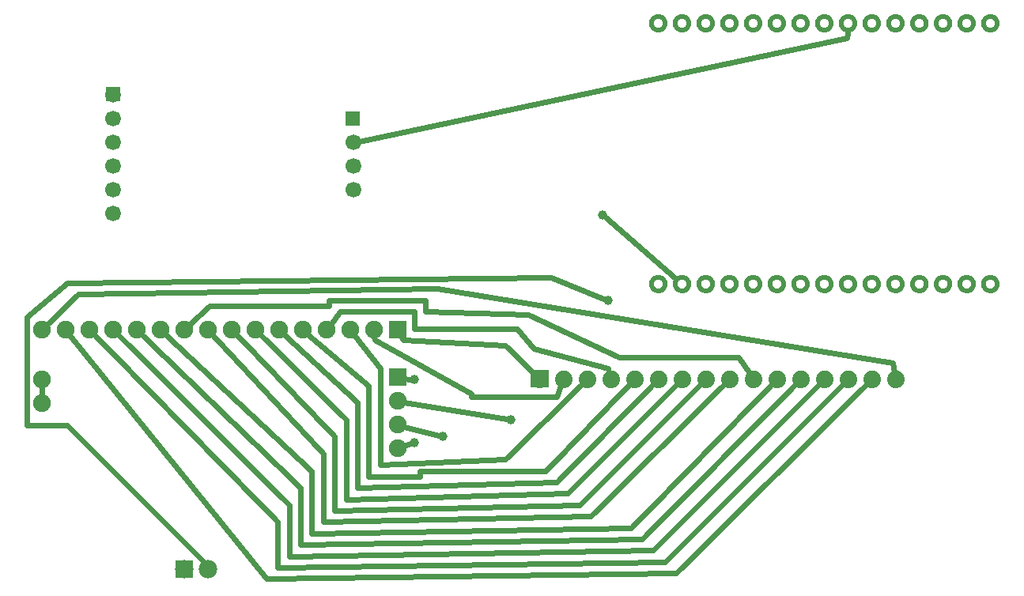
<source format=gbl>
G04 MADE WITH FRITZING*
G04 WWW.FRITZING.ORG*
G04 DOUBLE SIDED*
G04 HOLES PLATED*
G04 CONTOUR ON CENTER OF CONTOUR VECTOR*
%ASAXBY*%
%FSLAX23Y23*%
%MOIN*%
%OFA0B0*%
%SFA1.0B1.0*%
%ADD10C,0.066555*%
%ADD11C,0.049194*%
%ADD12C,0.078000*%
%ADD13C,0.074000*%
%ADD14C,0.075000*%
%ADD15C,0.074972*%
%ADD16C,0.039370*%
%ADD17R,0.078000X0.078000*%
%ADD18R,0.075014X0.075000*%
%ADD19R,0.075000X0.075014*%
%ADD20C,0.024000*%
%ADD21R,0.001000X0.001000*%
%LNCOPPER0*%
G90*
G70*
G54D10*
X493Y2548D03*
X493Y2448D03*
X493Y2348D03*
X493Y2248D03*
X493Y2148D03*
X493Y2648D03*
X1506Y2445D03*
X1506Y2345D03*
G54D11*
X1506Y2545D03*
G54D10*
X1506Y2245D03*
G54D12*
X793Y648D03*
X893Y648D03*
G54D13*
X2293Y1448D03*
X2393Y1448D03*
X2493Y1448D03*
X2593Y1448D03*
X2693Y1448D03*
X2793Y1448D03*
X2893Y1448D03*
X2993Y1448D03*
X3093Y1448D03*
X3193Y1448D03*
X3293Y1448D03*
X3393Y1448D03*
X3493Y1448D03*
X3593Y1448D03*
X3693Y1448D03*
X3793Y1448D03*
G54D14*
X193Y1448D03*
X193Y1348D03*
X193Y1448D03*
X193Y1348D03*
G54D15*
X1293Y1655D03*
G54D14*
X1193Y1655D03*
X1093Y1655D03*
X593Y1655D03*
G54D15*
X993Y1655D03*
G54D14*
X493Y1655D03*
X893Y1655D03*
X393Y1655D03*
X793Y1655D03*
X293Y1655D03*
X693Y1655D03*
X193Y1655D03*
X1693Y1655D03*
X1593Y1655D03*
G54D15*
X1493Y1655D03*
G54D14*
X1393Y1655D03*
X1693Y1655D03*
X1593Y1655D03*
G54D15*
X1493Y1655D03*
G54D14*
X1393Y1655D03*
G54D15*
X1293Y1655D03*
G54D14*
X1193Y1655D03*
X1093Y1655D03*
X593Y1655D03*
G54D15*
X993Y1655D03*
G54D14*
X493Y1655D03*
X893Y1655D03*
X393Y1655D03*
X793Y1655D03*
X293Y1655D03*
X693Y1655D03*
X193Y1655D03*
X1693Y1455D03*
X1693Y1355D03*
X1693Y1255D03*
X1693Y1155D03*
X1693Y1455D03*
X1693Y1355D03*
X1693Y1255D03*
X1693Y1155D03*
G54D16*
X1764Y1181D03*
X1884Y1205D03*
X2580Y1781D03*
X2172Y1277D03*
X1764Y1445D03*
X2556Y2141D03*
G54D17*
X793Y648D03*
G54D18*
X1693Y1655D03*
X1693Y1655D03*
G54D19*
X1693Y1455D03*
X1693Y1455D03*
G54D20*
X193Y1376D02*
X193Y1419D01*
D02*
X2271Y1470D02*
X2148Y1589D01*
X2148Y1589D02*
X1716Y1613D01*
X1716Y1613D02*
X1707Y1630D01*
D02*
X2382Y1419D02*
X2364Y1373D01*
X2364Y1373D02*
X2004Y1373D01*
X2004Y1373D02*
X2004Y1385D01*
X2004Y1385D02*
X1596Y1613D01*
X1596Y1613D02*
X1595Y1627D01*
D02*
X2471Y1426D02*
X2148Y1109D01*
X2148Y1109D02*
X1620Y1085D01*
X1620Y1085D02*
X1620Y1493D01*
X1620Y1493D02*
X1511Y1633D01*
D02*
X2584Y1478D02*
X2580Y1493D01*
X2580Y1493D02*
X2268Y1577D01*
X2268Y1577D02*
X2196Y1661D01*
X2196Y1661D02*
X1764Y1661D01*
X1764Y1661D02*
X1764Y1733D01*
X1764Y1733D02*
X1452Y1733D01*
X1452Y1733D02*
X1410Y1678D01*
D02*
X3590Y2905D02*
X3588Y2885D01*
X3588Y2885D02*
X1532Y2451D01*
D02*
X2671Y1426D02*
X2316Y1061D01*
X2316Y1061D02*
X1788Y1061D01*
X1788Y1061D02*
X1788Y1037D01*
X1788Y1037D02*
X1572Y1037D01*
X1572Y1037D02*
X1572Y1421D01*
X1572Y1421D02*
X1315Y1637D01*
D02*
X2771Y1426D02*
X2364Y1013D01*
X2364Y1013D02*
X1524Y989D01*
X1524Y989D02*
X1524Y1349D01*
X1524Y1349D02*
X1214Y1636D01*
D02*
X2871Y1426D02*
X2412Y965D01*
X2412Y965D02*
X1476Y941D01*
X1476Y941D02*
X1476Y1277D01*
X1476Y1277D02*
X1114Y1635D01*
D02*
X1720Y1165D02*
X1746Y1175D01*
D02*
X2971Y1426D02*
X2460Y917D01*
X2460Y917D02*
X1428Y893D01*
X1428Y893D02*
X1428Y1205D01*
X1428Y1205D02*
X1013Y1635D01*
D02*
X1721Y1248D02*
X1866Y1210D01*
D02*
X3071Y1426D02*
X2508Y869D01*
X2508Y869D02*
X1380Y845D01*
X1380Y845D02*
X1380Y1133D01*
X1380Y1133D02*
X913Y1634D01*
D02*
X3176Y1474D02*
X3132Y1541D01*
X3132Y1541D02*
X2628Y1541D01*
X2628Y1541D02*
X2244Y1721D01*
X2244Y1721D02*
X1812Y1733D01*
X1812Y1733D02*
X1812Y1781D01*
X1812Y1781D02*
X1404Y1781D01*
X1404Y1781D02*
X1404Y1757D01*
X1404Y1757D02*
X900Y1757D01*
X900Y1757D02*
X814Y1675D01*
D02*
X3271Y1426D02*
X2676Y821D01*
X2676Y821D02*
X1332Y797D01*
X1332Y797D02*
X1332Y1061D01*
X1332Y1061D02*
X714Y1636D01*
D02*
X3371Y1426D02*
X2724Y773D01*
X2724Y773D02*
X1284Y749D01*
X1284Y749D02*
X1284Y989D01*
X1284Y989D02*
X614Y1635D01*
D02*
X3471Y1426D02*
X2772Y725D01*
X2772Y725D02*
X1236Y701D01*
X1236Y701D02*
X1236Y917D01*
X1236Y917D02*
X513Y1635D01*
D02*
X3571Y1426D02*
X2820Y677D01*
X2820Y677D02*
X1188Y653D01*
X1188Y653D02*
X1188Y845D01*
X1188Y845D02*
X413Y1635D01*
D02*
X3671Y1426D02*
X2868Y629D01*
X2868Y629D02*
X1140Y605D01*
X1140Y605D02*
X311Y1633D01*
D02*
X3787Y1478D02*
X3780Y1517D01*
X3780Y1517D02*
X1860Y1829D01*
X1860Y1829D02*
X348Y1805D01*
X348Y1805D02*
X214Y1675D01*
D02*
X878Y674D02*
X876Y677D01*
X876Y677D02*
X300Y1253D01*
X300Y1253D02*
X132Y1253D01*
X132Y1253D02*
X132Y1709D01*
X132Y1709D02*
X300Y1853D01*
X300Y1853D02*
X2340Y1877D01*
X2340Y1877D02*
X2562Y1788D01*
D02*
X2153Y1280D02*
X1721Y1351D01*
D02*
X1745Y1448D02*
X1722Y1451D01*
D02*
X2861Y1876D02*
X2570Y2129D01*
G54D21*
X2785Y2986D02*
X2799Y2986D01*
X2885Y2986D02*
X2899Y2986D01*
X2985Y2986D02*
X2999Y2986D01*
X3085Y2986D02*
X3099Y2986D01*
X3185Y2986D02*
X3199Y2986D01*
X3285Y2986D02*
X3299Y2986D01*
X3385Y2986D02*
X3399Y2986D01*
X3485Y2986D02*
X3499Y2986D01*
X3585Y2986D02*
X3599Y2986D01*
X3685Y2986D02*
X3699Y2986D01*
X3785Y2986D02*
X3799Y2986D01*
X3886Y2986D02*
X3900Y2986D01*
X3986Y2986D02*
X4000Y2986D01*
X4086Y2986D02*
X4099Y2986D01*
X4185Y2986D02*
X4199Y2986D01*
X2782Y2985D02*
X2803Y2985D01*
X2882Y2985D02*
X2903Y2985D01*
X2982Y2985D02*
X3003Y2985D01*
X3082Y2985D02*
X3103Y2985D01*
X3182Y2985D02*
X3203Y2985D01*
X3282Y2985D02*
X3303Y2985D01*
X3382Y2985D02*
X3403Y2985D01*
X3482Y2985D02*
X3503Y2985D01*
X3582Y2985D02*
X3603Y2985D01*
X3682Y2985D02*
X3703Y2985D01*
X3782Y2985D02*
X3803Y2985D01*
X3882Y2985D02*
X3903Y2985D01*
X3982Y2985D02*
X4003Y2985D01*
X4082Y2985D02*
X4103Y2985D01*
X4182Y2985D02*
X4203Y2985D01*
X2779Y2984D02*
X2806Y2984D01*
X2879Y2984D02*
X2906Y2984D01*
X2979Y2984D02*
X3006Y2984D01*
X3079Y2984D02*
X3106Y2984D01*
X3179Y2984D02*
X3206Y2984D01*
X3279Y2984D02*
X3306Y2984D01*
X3379Y2984D02*
X3406Y2984D01*
X3479Y2984D02*
X3506Y2984D01*
X3579Y2984D02*
X3606Y2984D01*
X3679Y2984D02*
X3706Y2984D01*
X3779Y2984D02*
X3806Y2984D01*
X3879Y2984D02*
X3906Y2984D01*
X3979Y2984D02*
X4006Y2984D01*
X4079Y2984D02*
X4106Y2984D01*
X4179Y2984D02*
X4206Y2984D01*
X2777Y2983D02*
X2808Y2983D01*
X2877Y2983D02*
X2908Y2983D01*
X2977Y2983D02*
X3008Y2983D01*
X3077Y2983D02*
X3108Y2983D01*
X3177Y2983D02*
X3208Y2983D01*
X3277Y2983D02*
X3308Y2983D01*
X3377Y2983D02*
X3408Y2983D01*
X3477Y2983D02*
X3508Y2983D01*
X3577Y2983D02*
X3608Y2983D01*
X3677Y2983D02*
X3708Y2983D01*
X3777Y2983D02*
X3808Y2983D01*
X3877Y2983D02*
X3909Y2983D01*
X3977Y2983D02*
X4008Y2983D01*
X4077Y2983D02*
X4108Y2983D01*
X4176Y2983D02*
X4208Y2983D01*
X2775Y2982D02*
X2810Y2982D01*
X2875Y2982D02*
X2910Y2982D01*
X2974Y2982D02*
X3010Y2982D01*
X3074Y2982D02*
X3110Y2982D01*
X3174Y2982D02*
X3210Y2982D01*
X3274Y2982D02*
X3310Y2982D01*
X3374Y2982D02*
X3410Y2982D01*
X3474Y2982D02*
X3510Y2982D01*
X3574Y2982D02*
X3610Y2982D01*
X3674Y2982D02*
X3710Y2982D01*
X3774Y2982D02*
X3810Y2982D01*
X3875Y2982D02*
X3911Y2982D01*
X3975Y2982D02*
X4011Y2982D01*
X4075Y2982D02*
X4110Y2982D01*
X4174Y2982D02*
X4210Y2982D01*
X2773Y2981D02*
X2812Y2981D01*
X2873Y2981D02*
X2912Y2981D01*
X2973Y2981D02*
X3012Y2981D01*
X3073Y2981D02*
X3112Y2981D01*
X3173Y2981D02*
X3212Y2981D01*
X3273Y2981D02*
X3312Y2981D01*
X3373Y2981D02*
X3412Y2981D01*
X3473Y2981D02*
X3512Y2981D01*
X3573Y2981D02*
X3612Y2981D01*
X3673Y2981D02*
X3712Y2981D01*
X3773Y2981D02*
X3812Y2981D01*
X3873Y2981D02*
X3912Y2981D01*
X3973Y2981D02*
X4012Y2981D01*
X4073Y2981D02*
X4112Y2981D01*
X4173Y2981D02*
X4212Y2981D01*
X2771Y2980D02*
X2814Y2980D01*
X2871Y2980D02*
X2914Y2980D01*
X2971Y2980D02*
X3014Y2980D01*
X3071Y2980D02*
X3114Y2980D01*
X3171Y2980D02*
X3214Y2980D01*
X3271Y2980D02*
X3314Y2980D01*
X3371Y2980D02*
X3414Y2980D01*
X3471Y2980D02*
X3514Y2980D01*
X3571Y2980D02*
X3614Y2980D01*
X3671Y2980D02*
X3714Y2980D01*
X3771Y2980D02*
X3814Y2980D01*
X3871Y2980D02*
X3914Y2980D01*
X3971Y2980D02*
X4014Y2980D01*
X4071Y2980D02*
X4114Y2980D01*
X4171Y2980D02*
X4214Y2980D01*
X2770Y2979D02*
X2815Y2979D01*
X2870Y2979D02*
X2915Y2979D01*
X2970Y2979D02*
X3015Y2979D01*
X3070Y2979D02*
X3115Y2979D01*
X3170Y2979D02*
X3215Y2979D01*
X3270Y2979D02*
X3315Y2979D01*
X3370Y2979D02*
X3415Y2979D01*
X3470Y2979D02*
X3515Y2979D01*
X3570Y2979D02*
X3615Y2979D01*
X3670Y2979D02*
X3715Y2979D01*
X3770Y2979D02*
X3815Y2979D01*
X3870Y2979D02*
X3916Y2979D01*
X3970Y2979D02*
X4015Y2979D01*
X4070Y2979D02*
X4115Y2979D01*
X4170Y2979D02*
X4215Y2979D01*
X2768Y2978D02*
X2817Y2978D01*
X2868Y2978D02*
X2917Y2978D01*
X2968Y2978D02*
X3017Y2978D01*
X3068Y2978D02*
X3117Y2978D01*
X3168Y2978D02*
X3216Y2978D01*
X3268Y2978D02*
X3316Y2978D01*
X3368Y2978D02*
X3416Y2978D01*
X3468Y2978D02*
X3516Y2978D01*
X3568Y2978D02*
X3616Y2978D01*
X3668Y2978D02*
X3716Y2978D01*
X3768Y2978D02*
X3816Y2978D01*
X3869Y2978D02*
X3917Y2978D01*
X3969Y2978D02*
X4017Y2978D01*
X4068Y2978D02*
X4117Y2978D01*
X4168Y2978D02*
X4216Y2978D01*
X2767Y2977D02*
X2818Y2977D01*
X2867Y2977D02*
X2918Y2977D01*
X2967Y2977D02*
X3018Y2977D01*
X3067Y2977D02*
X3118Y2977D01*
X3167Y2977D02*
X3218Y2977D01*
X3267Y2977D02*
X3318Y2977D01*
X3367Y2977D02*
X3418Y2977D01*
X3467Y2977D02*
X3518Y2977D01*
X3567Y2977D02*
X3618Y2977D01*
X3667Y2977D02*
X3718Y2977D01*
X3767Y2977D02*
X3818Y2977D01*
X3868Y2977D02*
X3918Y2977D01*
X3967Y2977D02*
X4018Y2977D01*
X4067Y2977D02*
X4118Y2977D01*
X4167Y2977D02*
X4218Y2977D01*
X2766Y2976D02*
X2819Y2976D01*
X2866Y2976D02*
X2919Y2976D01*
X2966Y2976D02*
X3019Y2976D01*
X3066Y2976D02*
X3119Y2976D01*
X3166Y2976D02*
X3219Y2976D01*
X3266Y2976D02*
X3319Y2976D01*
X3366Y2976D02*
X3419Y2976D01*
X3466Y2976D02*
X3519Y2976D01*
X3566Y2976D02*
X3619Y2976D01*
X3666Y2976D02*
X3719Y2976D01*
X3766Y2976D02*
X3819Y2976D01*
X3866Y2976D02*
X3919Y2976D01*
X3966Y2976D02*
X4019Y2976D01*
X4066Y2976D02*
X4119Y2976D01*
X4166Y2976D02*
X4219Y2976D01*
X2765Y2975D02*
X2820Y2975D01*
X2865Y2975D02*
X2920Y2975D01*
X2965Y2975D02*
X3020Y2975D01*
X3065Y2975D02*
X3120Y2975D01*
X3165Y2975D02*
X3220Y2975D01*
X3265Y2975D02*
X3320Y2975D01*
X3365Y2975D02*
X3420Y2975D01*
X3465Y2975D02*
X3520Y2975D01*
X3565Y2975D02*
X3620Y2975D01*
X3665Y2975D02*
X3720Y2975D01*
X3765Y2975D02*
X3820Y2975D01*
X3865Y2975D02*
X3920Y2975D01*
X3965Y2975D02*
X4020Y2975D01*
X4065Y2975D02*
X4120Y2975D01*
X4165Y2975D02*
X4220Y2975D01*
X2764Y2974D02*
X2821Y2974D01*
X2864Y2974D02*
X2921Y2974D01*
X2964Y2974D02*
X3021Y2974D01*
X3064Y2974D02*
X3121Y2974D01*
X3164Y2974D02*
X3221Y2974D01*
X3264Y2974D02*
X3321Y2974D01*
X3364Y2974D02*
X3421Y2974D01*
X3464Y2974D02*
X3521Y2974D01*
X3564Y2974D02*
X3621Y2974D01*
X3664Y2974D02*
X3721Y2974D01*
X3764Y2974D02*
X3821Y2974D01*
X3864Y2974D02*
X3921Y2974D01*
X3964Y2974D02*
X4021Y2974D01*
X4064Y2974D02*
X4121Y2974D01*
X4164Y2974D02*
X4221Y2974D01*
X2763Y2973D02*
X2822Y2973D01*
X2863Y2973D02*
X2922Y2973D01*
X2963Y2973D02*
X3022Y2973D01*
X3063Y2973D02*
X3122Y2973D01*
X3163Y2973D02*
X3222Y2973D01*
X3263Y2973D02*
X3322Y2973D01*
X3363Y2973D02*
X3422Y2973D01*
X3463Y2973D02*
X3522Y2973D01*
X3563Y2973D02*
X3622Y2973D01*
X3663Y2973D02*
X3722Y2973D01*
X3763Y2973D02*
X3822Y2973D01*
X3864Y2973D02*
X3922Y2973D01*
X3963Y2973D02*
X4022Y2973D01*
X4063Y2973D02*
X4122Y2973D01*
X4163Y2973D02*
X4222Y2973D01*
X2762Y2972D02*
X2822Y2972D01*
X2862Y2972D02*
X2922Y2972D01*
X2962Y2972D02*
X3022Y2972D01*
X3062Y2972D02*
X3122Y2972D01*
X3162Y2972D02*
X3222Y2972D01*
X3262Y2972D02*
X3322Y2972D01*
X3362Y2972D02*
X3422Y2972D01*
X3462Y2972D02*
X3522Y2972D01*
X3562Y2972D02*
X3622Y2972D01*
X3662Y2972D02*
X3722Y2972D01*
X3762Y2972D02*
X3822Y2972D01*
X3863Y2972D02*
X3923Y2972D01*
X3963Y2972D02*
X4023Y2972D01*
X4062Y2972D02*
X4122Y2972D01*
X4162Y2972D02*
X4222Y2972D01*
X2762Y2971D02*
X2823Y2971D01*
X2862Y2971D02*
X2923Y2971D01*
X2962Y2971D02*
X3023Y2971D01*
X3062Y2971D02*
X3123Y2971D01*
X3162Y2971D02*
X3223Y2971D01*
X3262Y2971D02*
X3323Y2971D01*
X3362Y2971D02*
X3423Y2971D01*
X3462Y2971D02*
X3523Y2971D01*
X3562Y2971D02*
X3623Y2971D01*
X3662Y2971D02*
X3723Y2971D01*
X3762Y2971D02*
X3823Y2971D01*
X3862Y2971D02*
X3923Y2971D01*
X3962Y2971D02*
X4023Y2971D01*
X4062Y2971D02*
X4123Y2971D01*
X4162Y2971D02*
X4223Y2971D01*
X2761Y2970D02*
X2824Y2970D01*
X2861Y2970D02*
X2924Y2970D01*
X2961Y2970D02*
X3024Y2970D01*
X3061Y2970D02*
X3124Y2970D01*
X3161Y2970D02*
X3224Y2970D01*
X3261Y2970D02*
X3324Y2970D01*
X3361Y2970D02*
X3424Y2970D01*
X3461Y2970D02*
X3524Y2970D01*
X3561Y2970D02*
X3624Y2970D01*
X3661Y2970D02*
X3724Y2970D01*
X3761Y2970D02*
X3824Y2970D01*
X3861Y2970D02*
X3924Y2970D01*
X3961Y2970D02*
X4024Y2970D01*
X4061Y2970D02*
X4124Y2970D01*
X4161Y2970D02*
X4224Y2970D01*
X2760Y2969D02*
X2824Y2969D01*
X2860Y2969D02*
X2924Y2969D01*
X2960Y2969D02*
X3024Y2969D01*
X3060Y2969D02*
X3124Y2969D01*
X3160Y2969D02*
X3224Y2969D01*
X3260Y2969D02*
X3324Y2969D01*
X3360Y2969D02*
X3424Y2969D01*
X3460Y2969D02*
X3524Y2969D01*
X3560Y2969D02*
X3624Y2969D01*
X3660Y2969D02*
X3724Y2969D01*
X3760Y2969D02*
X3824Y2969D01*
X3861Y2969D02*
X3925Y2969D01*
X3961Y2969D02*
X4025Y2969D01*
X4060Y2969D02*
X4125Y2969D01*
X4160Y2969D02*
X4224Y2969D01*
X2760Y2968D02*
X2825Y2968D01*
X2860Y2968D02*
X2925Y2968D01*
X2960Y2968D02*
X3025Y2968D01*
X3060Y2968D02*
X3125Y2968D01*
X3160Y2968D02*
X3225Y2968D01*
X3260Y2968D02*
X3325Y2968D01*
X3360Y2968D02*
X3425Y2968D01*
X3460Y2968D02*
X3525Y2968D01*
X3560Y2968D02*
X3625Y2968D01*
X3660Y2968D02*
X3725Y2968D01*
X3760Y2968D02*
X3825Y2968D01*
X3860Y2968D02*
X3925Y2968D01*
X3960Y2968D02*
X4025Y2968D01*
X4060Y2968D02*
X4125Y2968D01*
X4160Y2968D02*
X4225Y2968D01*
X2759Y2967D02*
X2826Y2967D01*
X2859Y2967D02*
X2926Y2967D01*
X2959Y2967D02*
X3026Y2967D01*
X3059Y2967D02*
X3126Y2967D01*
X3159Y2967D02*
X3226Y2967D01*
X3259Y2967D02*
X3326Y2967D01*
X3359Y2967D02*
X3426Y2967D01*
X3459Y2967D02*
X3526Y2967D01*
X3559Y2967D02*
X3626Y2967D01*
X3659Y2967D02*
X3726Y2967D01*
X3759Y2967D02*
X3826Y2967D01*
X3860Y2967D02*
X3926Y2967D01*
X3959Y2967D02*
X4026Y2967D01*
X4059Y2967D02*
X4126Y2967D01*
X4159Y2967D02*
X4226Y2967D01*
X2759Y2966D02*
X2786Y2966D01*
X2799Y2966D02*
X2826Y2966D01*
X2859Y2966D02*
X2886Y2966D01*
X2899Y2966D02*
X2926Y2966D01*
X2959Y2966D02*
X2986Y2966D01*
X2999Y2966D02*
X3026Y2966D01*
X3059Y2966D02*
X3086Y2966D01*
X3099Y2966D02*
X3126Y2966D01*
X3159Y2966D02*
X3186Y2966D01*
X3199Y2966D02*
X3226Y2966D01*
X3259Y2966D02*
X3286Y2966D01*
X3299Y2966D02*
X3326Y2966D01*
X3359Y2966D02*
X3386Y2966D01*
X3399Y2966D02*
X3426Y2966D01*
X3459Y2966D02*
X3486Y2966D01*
X3499Y2966D02*
X3526Y2966D01*
X3559Y2966D02*
X3586Y2966D01*
X3599Y2966D02*
X3626Y2966D01*
X3659Y2966D02*
X3686Y2966D01*
X3699Y2966D02*
X3726Y2966D01*
X3759Y2966D02*
X3786Y2966D01*
X3799Y2966D02*
X3826Y2966D01*
X3859Y2966D02*
X3886Y2966D01*
X3899Y2966D02*
X3927Y2966D01*
X3959Y2966D02*
X3986Y2966D01*
X3999Y2966D02*
X4026Y2966D01*
X4059Y2966D02*
X4086Y2966D01*
X4099Y2966D02*
X4126Y2966D01*
X4159Y2966D02*
X4186Y2966D01*
X4199Y2966D02*
X4226Y2966D01*
X2758Y2965D02*
X2783Y2965D01*
X2801Y2965D02*
X2827Y2965D01*
X2858Y2965D02*
X2883Y2965D01*
X2901Y2965D02*
X2927Y2965D01*
X2958Y2965D02*
X2983Y2965D01*
X3001Y2965D02*
X3027Y2965D01*
X3058Y2965D02*
X3083Y2965D01*
X3101Y2965D02*
X3127Y2965D01*
X3158Y2965D02*
X3183Y2965D01*
X3201Y2965D02*
X3227Y2965D01*
X3258Y2965D02*
X3283Y2965D01*
X3301Y2965D02*
X3327Y2965D01*
X3358Y2965D02*
X3383Y2965D01*
X3401Y2965D02*
X3427Y2965D01*
X3458Y2965D02*
X3483Y2965D01*
X3501Y2965D02*
X3527Y2965D01*
X3558Y2965D02*
X3583Y2965D01*
X3601Y2965D02*
X3627Y2965D01*
X3658Y2965D02*
X3683Y2965D01*
X3701Y2965D02*
X3727Y2965D01*
X3758Y2965D02*
X3783Y2965D01*
X3801Y2965D02*
X3827Y2965D01*
X3859Y2965D02*
X3884Y2965D01*
X3902Y2965D02*
X3927Y2965D01*
X3958Y2965D02*
X3984Y2965D01*
X4002Y2965D02*
X4027Y2965D01*
X4058Y2965D02*
X4084Y2965D01*
X4101Y2965D02*
X4127Y2965D01*
X4158Y2965D02*
X4183Y2965D01*
X4201Y2965D02*
X4227Y2965D01*
X2758Y2964D02*
X2782Y2964D01*
X2803Y2964D02*
X2827Y2964D01*
X2858Y2964D02*
X2882Y2964D01*
X2903Y2964D02*
X2927Y2964D01*
X2958Y2964D02*
X2982Y2964D01*
X3003Y2964D02*
X3027Y2964D01*
X3058Y2964D02*
X3082Y2964D01*
X3103Y2964D02*
X3127Y2964D01*
X3158Y2964D02*
X3182Y2964D01*
X3203Y2964D02*
X3227Y2964D01*
X3258Y2964D02*
X3282Y2964D01*
X3303Y2964D02*
X3327Y2964D01*
X3358Y2964D02*
X3382Y2964D01*
X3403Y2964D02*
X3427Y2964D01*
X3458Y2964D02*
X3482Y2964D01*
X3503Y2964D02*
X3527Y2964D01*
X3558Y2964D02*
X3582Y2964D01*
X3603Y2964D02*
X3627Y2964D01*
X3658Y2964D02*
X3682Y2964D01*
X3703Y2964D02*
X3727Y2964D01*
X3758Y2964D02*
X3782Y2964D01*
X3803Y2964D02*
X3827Y2964D01*
X3858Y2964D02*
X3882Y2964D01*
X3903Y2964D02*
X3928Y2964D01*
X3958Y2964D02*
X3982Y2964D01*
X4003Y2964D02*
X4027Y2964D01*
X4058Y2964D02*
X4082Y2964D01*
X4103Y2964D02*
X4127Y2964D01*
X4158Y2964D02*
X4182Y2964D01*
X4203Y2964D02*
X4227Y2964D01*
X2757Y2963D02*
X2780Y2963D01*
X2804Y2963D02*
X2828Y2963D01*
X2857Y2963D02*
X2880Y2963D01*
X2904Y2963D02*
X2928Y2963D01*
X2957Y2963D02*
X2980Y2963D01*
X3004Y2963D02*
X3028Y2963D01*
X3057Y2963D02*
X3080Y2963D01*
X3104Y2963D02*
X3128Y2963D01*
X3157Y2963D02*
X3180Y2963D01*
X3204Y2963D02*
X3228Y2963D01*
X3257Y2963D02*
X3280Y2963D01*
X3304Y2963D02*
X3328Y2963D01*
X3357Y2963D02*
X3380Y2963D01*
X3404Y2963D02*
X3428Y2963D01*
X3457Y2963D02*
X3480Y2963D01*
X3504Y2963D02*
X3528Y2963D01*
X3557Y2963D02*
X3580Y2963D01*
X3604Y2963D02*
X3628Y2963D01*
X3657Y2963D02*
X3680Y2963D01*
X3704Y2963D02*
X3728Y2963D01*
X3757Y2963D02*
X3780Y2963D01*
X3804Y2963D02*
X3828Y2963D01*
X3858Y2963D02*
X3881Y2963D01*
X3905Y2963D02*
X3928Y2963D01*
X3957Y2963D02*
X3981Y2963D01*
X4005Y2963D02*
X4028Y2963D01*
X4057Y2963D02*
X4081Y2963D01*
X4104Y2963D02*
X4128Y2963D01*
X4157Y2963D02*
X4180Y2963D01*
X4204Y2963D02*
X4227Y2963D01*
X2757Y2962D02*
X2779Y2962D01*
X2806Y2962D02*
X2828Y2962D01*
X2857Y2962D02*
X2879Y2962D01*
X2906Y2962D02*
X2928Y2962D01*
X2957Y2962D02*
X2979Y2962D01*
X3006Y2962D02*
X3028Y2962D01*
X3057Y2962D02*
X3079Y2962D01*
X3106Y2962D02*
X3128Y2962D01*
X3157Y2962D02*
X3179Y2962D01*
X3206Y2962D02*
X3228Y2962D01*
X3257Y2962D02*
X3279Y2962D01*
X3306Y2962D02*
X3328Y2962D01*
X3357Y2962D02*
X3379Y2962D01*
X3405Y2962D02*
X3428Y2962D01*
X3457Y2962D02*
X3479Y2962D01*
X3505Y2962D02*
X3528Y2962D01*
X3557Y2962D02*
X3579Y2962D01*
X3605Y2962D02*
X3628Y2962D01*
X3657Y2962D02*
X3679Y2962D01*
X3705Y2962D02*
X3728Y2962D01*
X3757Y2962D02*
X3779Y2962D01*
X3805Y2962D02*
X3828Y2962D01*
X3857Y2962D02*
X3880Y2962D01*
X3906Y2962D02*
X3928Y2962D01*
X3957Y2962D02*
X3979Y2962D01*
X4006Y2962D02*
X4028Y2962D01*
X4057Y2962D02*
X4079Y2962D01*
X4106Y2962D02*
X4128Y2962D01*
X4157Y2962D02*
X4179Y2962D01*
X4205Y2962D02*
X4228Y2962D01*
X2756Y2961D02*
X2778Y2961D01*
X2807Y2961D02*
X2828Y2961D01*
X2856Y2961D02*
X2878Y2961D01*
X2907Y2961D02*
X2928Y2961D01*
X2956Y2961D02*
X2978Y2961D01*
X3007Y2961D02*
X3028Y2961D01*
X3056Y2961D02*
X3078Y2961D01*
X3107Y2961D02*
X3128Y2961D01*
X3156Y2961D02*
X3178Y2961D01*
X3207Y2961D02*
X3228Y2961D01*
X3256Y2961D02*
X3278Y2961D01*
X3307Y2961D02*
X3328Y2961D01*
X3356Y2961D02*
X3378Y2961D01*
X3407Y2961D02*
X3428Y2961D01*
X3456Y2961D02*
X3478Y2961D01*
X3507Y2961D02*
X3528Y2961D01*
X3556Y2961D02*
X3578Y2961D01*
X3607Y2961D02*
X3628Y2961D01*
X3656Y2961D02*
X3678Y2961D01*
X3707Y2961D02*
X3728Y2961D01*
X3756Y2961D02*
X3778Y2961D01*
X3807Y2961D02*
X3828Y2961D01*
X3857Y2961D02*
X3879Y2961D01*
X3907Y2961D02*
X3929Y2961D01*
X3957Y2961D02*
X3978Y2961D01*
X4007Y2961D02*
X4029Y2961D01*
X4057Y2961D02*
X4078Y2961D01*
X4107Y2961D02*
X4128Y2961D01*
X4156Y2961D02*
X4178Y2961D01*
X4206Y2961D02*
X4228Y2961D01*
X2756Y2960D02*
X2777Y2960D01*
X2807Y2960D02*
X2829Y2960D01*
X2856Y2960D02*
X2877Y2960D01*
X2907Y2960D02*
X2929Y2960D01*
X2956Y2960D02*
X2977Y2960D01*
X3007Y2960D02*
X3029Y2960D01*
X3056Y2960D02*
X3077Y2960D01*
X3107Y2960D02*
X3129Y2960D01*
X3156Y2960D02*
X3177Y2960D01*
X3207Y2960D02*
X3229Y2960D01*
X3256Y2960D02*
X3277Y2960D01*
X3307Y2960D02*
X3329Y2960D01*
X3356Y2960D02*
X3377Y2960D01*
X3407Y2960D02*
X3429Y2960D01*
X3456Y2960D02*
X3477Y2960D01*
X3507Y2960D02*
X3529Y2960D01*
X3556Y2960D02*
X3577Y2960D01*
X3607Y2960D02*
X3629Y2960D01*
X3656Y2960D02*
X3677Y2960D01*
X3707Y2960D02*
X3729Y2960D01*
X3756Y2960D02*
X3777Y2960D01*
X3807Y2960D02*
X3829Y2960D01*
X3856Y2960D02*
X3878Y2960D01*
X3908Y2960D02*
X3929Y2960D01*
X3956Y2960D02*
X3978Y2960D01*
X4008Y2960D02*
X4029Y2960D01*
X4056Y2960D02*
X4077Y2960D01*
X4108Y2960D02*
X4129Y2960D01*
X4156Y2960D02*
X4177Y2960D01*
X4207Y2960D02*
X4229Y2960D01*
X2756Y2959D02*
X2777Y2959D01*
X2808Y2959D02*
X2829Y2959D01*
X2856Y2959D02*
X2876Y2959D01*
X2908Y2959D02*
X2929Y2959D01*
X2956Y2959D02*
X2976Y2959D01*
X3008Y2959D02*
X3029Y2959D01*
X3056Y2959D02*
X3076Y2959D01*
X3108Y2959D02*
X3129Y2959D01*
X3156Y2959D02*
X3176Y2959D01*
X3208Y2959D02*
X3229Y2959D01*
X3256Y2959D02*
X3276Y2959D01*
X3308Y2959D02*
X3329Y2959D01*
X3356Y2959D02*
X3376Y2959D01*
X3408Y2959D02*
X3429Y2959D01*
X3456Y2959D02*
X3476Y2959D01*
X3508Y2959D02*
X3529Y2959D01*
X3556Y2959D02*
X3576Y2959D01*
X3608Y2959D02*
X3629Y2959D01*
X3656Y2959D02*
X3676Y2959D01*
X3708Y2959D02*
X3729Y2959D01*
X3756Y2959D02*
X3776Y2959D01*
X3808Y2959D02*
X3829Y2959D01*
X3856Y2959D02*
X3877Y2959D01*
X3909Y2959D02*
X3929Y2959D01*
X3956Y2959D02*
X3977Y2959D01*
X4009Y2959D02*
X4029Y2959D01*
X4056Y2959D02*
X4077Y2959D01*
X4108Y2959D02*
X4129Y2959D01*
X4156Y2959D02*
X4176Y2959D01*
X4208Y2959D02*
X4229Y2959D01*
X2756Y2958D02*
X2776Y2958D01*
X2809Y2958D02*
X2829Y2958D01*
X2856Y2958D02*
X2876Y2958D01*
X2909Y2958D02*
X2929Y2958D01*
X2956Y2958D02*
X2976Y2958D01*
X3009Y2958D02*
X3029Y2958D01*
X3055Y2958D02*
X3076Y2958D01*
X3109Y2958D02*
X3129Y2958D01*
X3155Y2958D02*
X3176Y2958D01*
X3209Y2958D02*
X3229Y2958D01*
X3255Y2958D02*
X3276Y2958D01*
X3309Y2958D02*
X3329Y2958D01*
X3355Y2958D02*
X3376Y2958D01*
X3409Y2958D02*
X3429Y2958D01*
X3455Y2958D02*
X3476Y2958D01*
X3509Y2958D02*
X3529Y2958D01*
X3555Y2958D02*
X3576Y2958D01*
X3609Y2958D02*
X3629Y2958D01*
X3655Y2958D02*
X3676Y2958D01*
X3709Y2958D02*
X3729Y2958D01*
X3755Y2958D02*
X3776Y2958D01*
X3809Y2958D02*
X3829Y2958D01*
X3856Y2958D02*
X3876Y2958D01*
X3909Y2958D02*
X3930Y2958D01*
X3956Y2958D02*
X3976Y2958D01*
X4009Y2958D02*
X4030Y2958D01*
X4056Y2958D02*
X4076Y2958D01*
X4109Y2958D02*
X4129Y2958D01*
X4155Y2958D02*
X4176Y2958D01*
X4209Y2958D02*
X4229Y2958D01*
X2755Y2957D02*
X2775Y2957D01*
X2810Y2957D02*
X2830Y2957D01*
X2855Y2957D02*
X2875Y2957D01*
X2910Y2957D02*
X2930Y2957D01*
X2955Y2957D02*
X2975Y2957D01*
X3010Y2957D02*
X3030Y2957D01*
X3055Y2957D02*
X3075Y2957D01*
X3110Y2957D02*
X3130Y2957D01*
X3155Y2957D02*
X3175Y2957D01*
X3210Y2957D02*
X3230Y2957D01*
X3255Y2957D02*
X3275Y2957D01*
X3310Y2957D02*
X3330Y2957D01*
X3355Y2957D02*
X3375Y2957D01*
X3410Y2957D02*
X3430Y2957D01*
X3455Y2957D02*
X3475Y2957D01*
X3510Y2957D02*
X3530Y2957D01*
X3555Y2957D02*
X3575Y2957D01*
X3610Y2957D02*
X3630Y2957D01*
X3655Y2957D02*
X3675Y2957D01*
X3710Y2957D02*
X3730Y2957D01*
X3755Y2957D02*
X3775Y2957D01*
X3810Y2957D02*
X3830Y2957D01*
X3856Y2957D02*
X3876Y2957D01*
X3910Y2957D02*
X3930Y2957D01*
X3955Y2957D02*
X3975Y2957D01*
X4010Y2957D02*
X4030Y2957D01*
X4055Y2957D02*
X4075Y2957D01*
X4110Y2957D02*
X4130Y2957D01*
X4155Y2957D02*
X4175Y2957D01*
X4210Y2957D02*
X4229Y2957D01*
X2755Y2956D02*
X2775Y2956D01*
X2810Y2956D02*
X2830Y2956D01*
X2855Y2956D02*
X2875Y2956D01*
X2910Y2956D02*
X2930Y2956D01*
X2955Y2956D02*
X2975Y2956D01*
X3010Y2956D02*
X3030Y2956D01*
X3055Y2956D02*
X3075Y2956D01*
X3110Y2956D02*
X3130Y2956D01*
X3155Y2956D02*
X3175Y2956D01*
X3210Y2956D02*
X3230Y2956D01*
X3255Y2956D02*
X3275Y2956D01*
X3310Y2956D02*
X3330Y2956D01*
X3355Y2956D02*
X3375Y2956D01*
X3410Y2956D02*
X3430Y2956D01*
X3455Y2956D02*
X3475Y2956D01*
X3510Y2956D02*
X3530Y2956D01*
X3555Y2956D02*
X3575Y2956D01*
X3610Y2956D02*
X3630Y2956D01*
X3655Y2956D02*
X3675Y2956D01*
X3710Y2956D02*
X3730Y2956D01*
X3755Y2956D02*
X3775Y2956D01*
X3810Y2956D02*
X3830Y2956D01*
X3855Y2956D02*
X3875Y2956D01*
X3911Y2956D02*
X3930Y2956D01*
X3955Y2956D02*
X3975Y2956D01*
X4010Y2956D02*
X4030Y2956D01*
X4055Y2956D02*
X4075Y2956D01*
X4110Y2956D02*
X4130Y2956D01*
X4155Y2956D02*
X4174Y2956D01*
X4210Y2956D02*
X4230Y2956D01*
X2755Y2955D02*
X2774Y2955D01*
X2811Y2955D02*
X2830Y2955D01*
X2855Y2955D02*
X2874Y2955D01*
X2911Y2955D02*
X2930Y2955D01*
X2955Y2955D02*
X2974Y2955D01*
X3011Y2955D02*
X3030Y2955D01*
X3055Y2955D02*
X3074Y2955D01*
X3111Y2955D02*
X3130Y2955D01*
X3155Y2955D02*
X3174Y2955D01*
X3211Y2955D02*
X3230Y2955D01*
X3255Y2955D02*
X3274Y2955D01*
X3311Y2955D02*
X3330Y2955D01*
X3355Y2955D02*
X3374Y2955D01*
X3411Y2955D02*
X3430Y2955D01*
X3455Y2955D02*
X3474Y2955D01*
X3511Y2955D02*
X3530Y2955D01*
X3555Y2955D02*
X3574Y2955D01*
X3611Y2955D02*
X3630Y2955D01*
X3655Y2955D02*
X3674Y2955D01*
X3711Y2955D02*
X3730Y2955D01*
X3755Y2955D02*
X3774Y2955D01*
X3811Y2955D02*
X3830Y2955D01*
X3855Y2955D02*
X3875Y2955D01*
X3911Y2955D02*
X3930Y2955D01*
X3955Y2955D02*
X3974Y2955D01*
X4011Y2955D02*
X4030Y2955D01*
X4055Y2955D02*
X4074Y2955D01*
X4111Y2955D02*
X4130Y2955D01*
X4155Y2955D02*
X4174Y2955D01*
X4211Y2955D02*
X4230Y2955D01*
X2755Y2954D02*
X2774Y2954D01*
X2811Y2954D02*
X2830Y2954D01*
X2855Y2954D02*
X2874Y2954D01*
X2911Y2954D02*
X2930Y2954D01*
X2955Y2954D02*
X2974Y2954D01*
X3011Y2954D02*
X3030Y2954D01*
X3055Y2954D02*
X3074Y2954D01*
X3111Y2954D02*
X3130Y2954D01*
X3155Y2954D02*
X3174Y2954D01*
X3211Y2954D02*
X3230Y2954D01*
X3255Y2954D02*
X3274Y2954D01*
X3311Y2954D02*
X3330Y2954D01*
X3355Y2954D02*
X3374Y2954D01*
X3411Y2954D02*
X3430Y2954D01*
X3455Y2954D02*
X3474Y2954D01*
X3511Y2954D02*
X3530Y2954D01*
X3555Y2954D02*
X3574Y2954D01*
X3611Y2954D02*
X3630Y2954D01*
X3655Y2954D02*
X3674Y2954D01*
X3711Y2954D02*
X3730Y2954D01*
X3754Y2954D02*
X3774Y2954D01*
X3811Y2954D02*
X3830Y2954D01*
X3855Y2954D02*
X3874Y2954D01*
X3911Y2954D02*
X3931Y2954D01*
X3955Y2954D02*
X3974Y2954D01*
X4011Y2954D02*
X4030Y2954D01*
X4055Y2954D02*
X4074Y2954D01*
X4111Y2954D02*
X4130Y2954D01*
X4154Y2954D02*
X4174Y2954D01*
X4211Y2954D02*
X4230Y2954D01*
X2754Y2953D02*
X2774Y2953D01*
X2811Y2953D02*
X2830Y2953D01*
X2854Y2953D02*
X2874Y2953D01*
X2911Y2953D02*
X2930Y2953D01*
X2954Y2953D02*
X2974Y2953D01*
X3011Y2953D02*
X3030Y2953D01*
X3054Y2953D02*
X3074Y2953D01*
X3111Y2953D02*
X3130Y2953D01*
X3154Y2953D02*
X3174Y2953D01*
X3211Y2953D02*
X3230Y2953D01*
X3254Y2953D02*
X3274Y2953D01*
X3311Y2953D02*
X3330Y2953D01*
X3354Y2953D02*
X3374Y2953D01*
X3411Y2953D02*
X3430Y2953D01*
X3454Y2953D02*
X3474Y2953D01*
X3511Y2953D02*
X3530Y2953D01*
X3554Y2953D02*
X3573Y2953D01*
X3611Y2953D02*
X3630Y2953D01*
X3654Y2953D02*
X3673Y2953D01*
X3711Y2953D02*
X3730Y2953D01*
X3754Y2953D02*
X3773Y2953D01*
X3811Y2953D02*
X3830Y2953D01*
X3855Y2953D02*
X3874Y2953D01*
X3912Y2953D02*
X3931Y2953D01*
X3955Y2953D02*
X3974Y2953D01*
X4011Y2953D02*
X4031Y2953D01*
X4054Y2953D02*
X4074Y2953D01*
X4111Y2953D02*
X4130Y2953D01*
X4154Y2953D02*
X4173Y2953D01*
X4211Y2953D02*
X4230Y2953D01*
X2754Y2952D02*
X2773Y2952D01*
X2812Y2952D02*
X2831Y2952D01*
X2854Y2952D02*
X2873Y2952D01*
X2912Y2952D02*
X2931Y2952D01*
X2954Y2952D02*
X2973Y2952D01*
X3012Y2952D02*
X3031Y2952D01*
X3054Y2952D02*
X3073Y2952D01*
X3112Y2952D02*
X3131Y2952D01*
X3154Y2952D02*
X3173Y2952D01*
X3212Y2952D02*
X3231Y2952D01*
X3254Y2952D02*
X3273Y2952D01*
X3312Y2952D02*
X3331Y2952D01*
X3354Y2952D02*
X3373Y2952D01*
X3411Y2952D02*
X3431Y2952D01*
X3454Y2952D02*
X3473Y2952D01*
X3511Y2952D02*
X3531Y2952D01*
X3554Y2952D02*
X3573Y2952D01*
X3611Y2952D02*
X3631Y2952D01*
X3654Y2952D02*
X3673Y2952D01*
X3711Y2952D02*
X3731Y2952D01*
X3754Y2952D02*
X3773Y2952D01*
X3811Y2952D02*
X3831Y2952D01*
X3855Y2952D02*
X3874Y2952D01*
X3912Y2952D02*
X3931Y2952D01*
X3954Y2952D02*
X3974Y2952D01*
X4012Y2952D02*
X4031Y2952D01*
X4054Y2952D02*
X4073Y2952D01*
X4112Y2952D02*
X4131Y2952D01*
X4154Y2952D02*
X4173Y2952D01*
X4211Y2952D02*
X4230Y2952D01*
X2754Y2951D02*
X2773Y2951D01*
X2812Y2951D02*
X2831Y2951D01*
X2854Y2951D02*
X2873Y2951D01*
X2912Y2951D02*
X2931Y2951D01*
X2954Y2951D02*
X2973Y2951D01*
X3012Y2951D02*
X3031Y2951D01*
X3054Y2951D02*
X3073Y2951D01*
X3112Y2951D02*
X3131Y2951D01*
X3154Y2951D02*
X3173Y2951D01*
X3212Y2951D02*
X3231Y2951D01*
X3254Y2951D02*
X3273Y2951D01*
X3312Y2951D02*
X3331Y2951D01*
X3354Y2951D02*
X3373Y2951D01*
X3412Y2951D02*
X3431Y2951D01*
X3454Y2951D02*
X3473Y2951D01*
X3512Y2951D02*
X3531Y2951D01*
X3554Y2951D02*
X3573Y2951D01*
X3612Y2951D02*
X3631Y2951D01*
X3654Y2951D02*
X3673Y2951D01*
X3712Y2951D02*
X3731Y2951D01*
X3754Y2951D02*
X3773Y2951D01*
X3812Y2951D02*
X3831Y2951D01*
X3855Y2951D02*
X3874Y2951D01*
X3912Y2951D02*
X3931Y2951D01*
X3954Y2951D02*
X3973Y2951D01*
X4012Y2951D02*
X4031Y2951D01*
X4054Y2951D02*
X4073Y2951D01*
X4112Y2951D02*
X4131Y2951D01*
X4154Y2951D02*
X4173Y2951D01*
X4212Y2951D02*
X4231Y2951D01*
X2754Y2950D02*
X2773Y2950D01*
X2812Y2950D02*
X2831Y2950D01*
X2854Y2950D02*
X2873Y2950D01*
X2912Y2950D02*
X2931Y2950D01*
X2954Y2950D02*
X2973Y2950D01*
X3012Y2950D02*
X3031Y2950D01*
X3054Y2950D02*
X3073Y2950D01*
X3112Y2950D02*
X3131Y2950D01*
X3154Y2950D02*
X3173Y2950D01*
X3212Y2950D02*
X3231Y2950D01*
X3254Y2950D02*
X3273Y2950D01*
X3312Y2950D02*
X3331Y2950D01*
X3354Y2950D02*
X3373Y2950D01*
X3412Y2950D02*
X3431Y2950D01*
X3454Y2950D02*
X3473Y2950D01*
X3512Y2950D02*
X3531Y2950D01*
X3554Y2950D02*
X3573Y2950D01*
X3612Y2950D02*
X3631Y2950D01*
X3654Y2950D02*
X3673Y2950D01*
X3712Y2950D02*
X3731Y2950D01*
X3754Y2950D02*
X3773Y2950D01*
X3812Y2950D02*
X3831Y2950D01*
X3854Y2950D02*
X3873Y2950D01*
X3912Y2950D02*
X3931Y2950D01*
X3954Y2950D02*
X3973Y2950D01*
X4012Y2950D02*
X4031Y2950D01*
X4054Y2950D02*
X4073Y2950D01*
X4112Y2950D02*
X4131Y2950D01*
X4154Y2950D02*
X4173Y2950D01*
X4212Y2950D02*
X4231Y2950D01*
X2754Y2949D02*
X2773Y2949D01*
X2812Y2949D02*
X2831Y2949D01*
X2854Y2949D02*
X2873Y2949D01*
X2912Y2949D02*
X2931Y2949D01*
X2954Y2949D02*
X2973Y2949D01*
X3012Y2949D02*
X3031Y2949D01*
X3054Y2949D02*
X3073Y2949D01*
X3112Y2949D02*
X3131Y2949D01*
X3154Y2949D02*
X3173Y2949D01*
X3212Y2949D02*
X3231Y2949D01*
X3254Y2949D02*
X3273Y2949D01*
X3312Y2949D02*
X3331Y2949D01*
X3354Y2949D02*
X3373Y2949D01*
X3412Y2949D02*
X3431Y2949D01*
X3454Y2949D02*
X3473Y2949D01*
X3512Y2949D02*
X3531Y2949D01*
X3554Y2949D02*
X3573Y2949D01*
X3612Y2949D02*
X3631Y2949D01*
X3654Y2949D02*
X3673Y2949D01*
X3712Y2949D02*
X3731Y2949D01*
X3754Y2949D02*
X3773Y2949D01*
X3812Y2949D02*
X3831Y2949D01*
X3854Y2949D02*
X3873Y2949D01*
X3912Y2949D02*
X3931Y2949D01*
X3954Y2949D02*
X3973Y2949D01*
X4012Y2949D02*
X4031Y2949D01*
X4054Y2949D02*
X4073Y2949D01*
X4112Y2949D02*
X4131Y2949D01*
X4154Y2949D02*
X4173Y2949D01*
X4212Y2949D02*
X4231Y2949D01*
X2754Y2948D02*
X2773Y2948D01*
X2812Y2948D02*
X2831Y2948D01*
X2854Y2948D02*
X2873Y2948D01*
X2912Y2948D02*
X2931Y2948D01*
X2954Y2948D02*
X2973Y2948D01*
X3012Y2948D02*
X3031Y2948D01*
X3054Y2948D02*
X3073Y2948D01*
X3112Y2948D02*
X3131Y2948D01*
X3154Y2948D02*
X3173Y2948D01*
X3212Y2948D02*
X3231Y2948D01*
X3254Y2948D02*
X3273Y2948D01*
X3312Y2948D02*
X3331Y2948D01*
X3354Y2948D02*
X3373Y2948D01*
X3412Y2948D02*
X3431Y2948D01*
X3454Y2948D02*
X3473Y2948D01*
X3512Y2948D02*
X3531Y2948D01*
X3554Y2948D02*
X3573Y2948D01*
X3612Y2948D02*
X3631Y2948D01*
X3654Y2948D02*
X3673Y2948D01*
X3712Y2948D02*
X3731Y2948D01*
X3754Y2948D02*
X3773Y2948D01*
X3812Y2948D02*
X3831Y2948D01*
X3854Y2948D02*
X3873Y2948D01*
X3912Y2948D02*
X3931Y2948D01*
X3954Y2948D02*
X3973Y2948D01*
X4012Y2948D02*
X4031Y2948D01*
X4054Y2948D02*
X4073Y2948D01*
X4112Y2948D02*
X4131Y2948D01*
X4154Y2948D02*
X4173Y2948D01*
X4212Y2948D02*
X4231Y2948D01*
X2754Y2947D02*
X2773Y2947D01*
X2812Y2947D02*
X2831Y2947D01*
X2854Y2947D02*
X2873Y2947D01*
X2912Y2947D02*
X2931Y2947D01*
X2954Y2947D02*
X2973Y2947D01*
X3012Y2947D02*
X3031Y2947D01*
X3054Y2947D02*
X3073Y2947D01*
X3112Y2947D02*
X3131Y2947D01*
X3154Y2947D02*
X3173Y2947D01*
X3212Y2947D02*
X3231Y2947D01*
X3254Y2947D02*
X3273Y2947D01*
X3312Y2947D02*
X3331Y2947D01*
X3354Y2947D02*
X3373Y2947D01*
X3412Y2947D02*
X3431Y2947D01*
X3454Y2947D02*
X3473Y2947D01*
X3512Y2947D02*
X3531Y2947D01*
X3554Y2947D02*
X3573Y2947D01*
X3612Y2947D02*
X3631Y2947D01*
X3654Y2947D02*
X3673Y2947D01*
X3712Y2947D02*
X3731Y2947D01*
X3754Y2947D02*
X3773Y2947D01*
X3812Y2947D02*
X3831Y2947D01*
X3854Y2947D02*
X3873Y2947D01*
X3912Y2947D02*
X3931Y2947D01*
X3954Y2947D02*
X3973Y2947D01*
X4012Y2947D02*
X4031Y2947D01*
X4054Y2947D02*
X4073Y2947D01*
X4112Y2947D02*
X4131Y2947D01*
X4154Y2947D02*
X4173Y2947D01*
X4212Y2947D02*
X4231Y2947D01*
X2754Y2946D02*
X2773Y2946D01*
X2812Y2946D02*
X2831Y2946D01*
X2854Y2946D02*
X2873Y2946D01*
X2912Y2946D02*
X2931Y2946D01*
X2954Y2946D02*
X2973Y2946D01*
X3012Y2946D02*
X3031Y2946D01*
X3054Y2946D02*
X3073Y2946D01*
X3112Y2946D02*
X3131Y2946D01*
X3154Y2946D02*
X3173Y2946D01*
X3212Y2946D02*
X3231Y2946D01*
X3254Y2946D02*
X3273Y2946D01*
X3312Y2946D02*
X3331Y2946D01*
X3354Y2946D02*
X3373Y2946D01*
X3412Y2946D02*
X3431Y2946D01*
X3454Y2946D02*
X3473Y2946D01*
X3512Y2946D02*
X3531Y2946D01*
X3554Y2946D02*
X3573Y2946D01*
X3612Y2946D02*
X3631Y2946D01*
X3654Y2946D02*
X3673Y2946D01*
X3712Y2946D02*
X3731Y2946D01*
X3754Y2946D02*
X3773Y2946D01*
X3812Y2946D02*
X3831Y2946D01*
X3854Y2946D02*
X3873Y2946D01*
X3912Y2946D02*
X3931Y2946D01*
X3954Y2946D02*
X3973Y2946D01*
X4012Y2946D02*
X4031Y2946D01*
X4054Y2946D02*
X4073Y2946D01*
X4112Y2946D02*
X4131Y2946D01*
X4154Y2946D02*
X4173Y2946D01*
X4212Y2946D02*
X4231Y2946D01*
X2754Y2945D02*
X2773Y2945D01*
X2812Y2945D02*
X2831Y2945D01*
X2854Y2945D02*
X2873Y2945D01*
X2912Y2945D02*
X2931Y2945D01*
X2954Y2945D02*
X2973Y2945D01*
X3012Y2945D02*
X3031Y2945D01*
X3054Y2945D02*
X3073Y2945D01*
X3112Y2945D02*
X3131Y2945D01*
X3154Y2945D02*
X3173Y2945D01*
X3212Y2945D02*
X3231Y2945D01*
X3254Y2945D02*
X3273Y2945D01*
X3312Y2945D02*
X3331Y2945D01*
X3354Y2945D02*
X3373Y2945D01*
X3412Y2945D02*
X3431Y2945D01*
X3454Y2945D02*
X3473Y2945D01*
X3512Y2945D02*
X3531Y2945D01*
X3554Y2945D02*
X3573Y2945D01*
X3612Y2945D02*
X3631Y2945D01*
X3654Y2945D02*
X3673Y2945D01*
X3712Y2945D02*
X3731Y2945D01*
X3754Y2945D02*
X3773Y2945D01*
X3812Y2945D02*
X3831Y2945D01*
X3855Y2945D02*
X3874Y2945D01*
X3912Y2945D02*
X3931Y2945D01*
X3954Y2945D02*
X3973Y2945D01*
X4012Y2945D02*
X4031Y2945D01*
X4054Y2945D02*
X4073Y2945D01*
X4112Y2945D02*
X4131Y2945D01*
X4154Y2945D02*
X4173Y2945D01*
X4212Y2945D02*
X4231Y2945D01*
X2754Y2944D02*
X2773Y2944D01*
X2812Y2944D02*
X2831Y2944D01*
X2854Y2944D02*
X2873Y2944D01*
X2912Y2944D02*
X2931Y2944D01*
X2954Y2944D02*
X2973Y2944D01*
X3012Y2944D02*
X3031Y2944D01*
X3054Y2944D02*
X3073Y2944D01*
X3112Y2944D02*
X3131Y2944D01*
X3154Y2944D02*
X3173Y2944D01*
X3212Y2944D02*
X3231Y2944D01*
X3254Y2944D02*
X3273Y2944D01*
X3312Y2944D02*
X3331Y2944D01*
X3354Y2944D02*
X3373Y2944D01*
X3412Y2944D02*
X3431Y2944D01*
X3454Y2944D02*
X3473Y2944D01*
X3512Y2944D02*
X3531Y2944D01*
X3554Y2944D02*
X3573Y2944D01*
X3611Y2944D02*
X3631Y2944D01*
X3654Y2944D02*
X3673Y2944D01*
X3711Y2944D02*
X3731Y2944D01*
X3754Y2944D02*
X3773Y2944D01*
X3811Y2944D02*
X3831Y2944D01*
X3855Y2944D02*
X3874Y2944D01*
X3912Y2944D02*
X3931Y2944D01*
X3954Y2944D02*
X3973Y2944D01*
X4012Y2944D02*
X4031Y2944D01*
X4054Y2944D02*
X4073Y2944D01*
X4112Y2944D02*
X4131Y2944D01*
X4154Y2944D02*
X4173Y2944D01*
X4211Y2944D02*
X4230Y2944D01*
X2754Y2943D02*
X2774Y2943D01*
X2811Y2943D02*
X2830Y2943D01*
X2854Y2943D02*
X2874Y2943D01*
X2911Y2943D02*
X2930Y2943D01*
X2954Y2943D02*
X2974Y2943D01*
X3011Y2943D02*
X3030Y2943D01*
X3054Y2943D02*
X3074Y2943D01*
X3111Y2943D02*
X3130Y2943D01*
X3154Y2943D02*
X3174Y2943D01*
X3211Y2943D02*
X3230Y2943D01*
X3254Y2943D02*
X3273Y2943D01*
X3311Y2943D02*
X3330Y2943D01*
X3354Y2943D02*
X3373Y2943D01*
X3411Y2943D02*
X3430Y2943D01*
X3454Y2943D02*
X3473Y2943D01*
X3511Y2943D02*
X3530Y2943D01*
X3554Y2943D02*
X3573Y2943D01*
X3611Y2943D02*
X3630Y2943D01*
X3654Y2943D02*
X3673Y2943D01*
X3711Y2943D02*
X3730Y2943D01*
X3754Y2943D02*
X3773Y2943D01*
X3811Y2943D02*
X3830Y2943D01*
X3855Y2943D02*
X3874Y2943D01*
X3912Y2943D02*
X3931Y2943D01*
X3955Y2943D02*
X3974Y2943D01*
X4012Y2943D02*
X4031Y2943D01*
X4054Y2943D02*
X4074Y2943D01*
X4111Y2943D02*
X4130Y2943D01*
X4154Y2943D02*
X4173Y2943D01*
X4211Y2943D02*
X4230Y2943D01*
X2755Y2942D02*
X2774Y2942D01*
X2811Y2942D02*
X2830Y2942D01*
X2855Y2942D02*
X2874Y2942D01*
X2911Y2942D02*
X2930Y2942D01*
X2955Y2942D02*
X2974Y2942D01*
X3011Y2942D02*
X3030Y2942D01*
X3055Y2942D02*
X3074Y2942D01*
X3111Y2942D02*
X3130Y2942D01*
X3155Y2942D02*
X3174Y2942D01*
X3211Y2942D02*
X3230Y2942D01*
X3255Y2942D02*
X3274Y2942D01*
X3311Y2942D02*
X3330Y2942D01*
X3355Y2942D02*
X3374Y2942D01*
X3411Y2942D02*
X3430Y2942D01*
X3455Y2942D02*
X3474Y2942D01*
X3511Y2942D02*
X3530Y2942D01*
X3554Y2942D02*
X3574Y2942D01*
X3611Y2942D02*
X3630Y2942D01*
X3654Y2942D02*
X3674Y2942D01*
X3711Y2942D02*
X3730Y2942D01*
X3754Y2942D02*
X3774Y2942D01*
X3811Y2942D02*
X3830Y2942D01*
X3855Y2942D02*
X3874Y2942D01*
X3911Y2942D02*
X3931Y2942D01*
X3955Y2942D02*
X3974Y2942D01*
X4011Y2942D02*
X4030Y2942D01*
X4055Y2942D02*
X4074Y2942D01*
X4111Y2942D02*
X4130Y2942D01*
X4154Y2942D02*
X4174Y2942D01*
X4211Y2942D02*
X4230Y2942D01*
X2755Y2941D02*
X2774Y2941D01*
X2811Y2941D02*
X2830Y2941D01*
X2855Y2941D02*
X2874Y2941D01*
X2911Y2941D02*
X2930Y2941D01*
X2955Y2941D02*
X2974Y2941D01*
X3011Y2941D02*
X3030Y2941D01*
X3055Y2941D02*
X3074Y2941D01*
X3111Y2941D02*
X3130Y2941D01*
X3155Y2941D02*
X3174Y2941D01*
X3211Y2941D02*
X3230Y2941D01*
X3255Y2941D02*
X3274Y2941D01*
X3311Y2941D02*
X3330Y2941D01*
X3355Y2941D02*
X3374Y2941D01*
X3411Y2941D02*
X3430Y2941D01*
X3455Y2941D02*
X3474Y2941D01*
X3511Y2941D02*
X3530Y2941D01*
X3555Y2941D02*
X3574Y2941D01*
X3611Y2941D02*
X3630Y2941D01*
X3655Y2941D02*
X3674Y2941D01*
X3711Y2941D02*
X3730Y2941D01*
X3755Y2941D02*
X3774Y2941D01*
X3811Y2941D02*
X3830Y2941D01*
X3855Y2941D02*
X3874Y2941D01*
X3911Y2941D02*
X3930Y2941D01*
X3955Y2941D02*
X3974Y2941D01*
X4011Y2941D02*
X4030Y2941D01*
X4055Y2941D02*
X4074Y2941D01*
X4111Y2941D02*
X4130Y2941D01*
X4155Y2941D02*
X4174Y2941D01*
X4211Y2941D02*
X4230Y2941D01*
X2755Y2940D02*
X2775Y2940D01*
X2810Y2940D02*
X2830Y2940D01*
X2855Y2940D02*
X2875Y2940D01*
X2910Y2940D02*
X2930Y2940D01*
X2955Y2940D02*
X2975Y2940D01*
X3010Y2940D02*
X3030Y2940D01*
X3055Y2940D02*
X3075Y2940D01*
X3110Y2940D02*
X3130Y2940D01*
X3155Y2940D02*
X3175Y2940D01*
X3210Y2940D02*
X3230Y2940D01*
X3255Y2940D02*
X3274Y2940D01*
X3310Y2940D02*
X3330Y2940D01*
X3355Y2940D02*
X3374Y2940D01*
X3410Y2940D02*
X3430Y2940D01*
X3455Y2940D02*
X3474Y2940D01*
X3510Y2940D02*
X3530Y2940D01*
X3555Y2940D02*
X3574Y2940D01*
X3610Y2940D02*
X3630Y2940D01*
X3655Y2940D02*
X3674Y2940D01*
X3710Y2940D02*
X3730Y2940D01*
X3755Y2940D02*
X3774Y2940D01*
X3810Y2940D02*
X3830Y2940D01*
X3855Y2940D02*
X3875Y2940D01*
X3911Y2940D02*
X3930Y2940D01*
X3955Y2940D02*
X3975Y2940D01*
X4011Y2940D02*
X4030Y2940D01*
X4055Y2940D02*
X4075Y2940D01*
X4110Y2940D02*
X4130Y2940D01*
X4155Y2940D02*
X4174Y2940D01*
X4210Y2940D02*
X4230Y2940D01*
X2755Y2939D02*
X2775Y2939D01*
X2810Y2939D02*
X2830Y2939D01*
X2855Y2939D02*
X2875Y2939D01*
X2910Y2939D02*
X2930Y2939D01*
X2955Y2939D02*
X2975Y2939D01*
X3010Y2939D02*
X3030Y2939D01*
X3055Y2939D02*
X3075Y2939D01*
X3110Y2939D02*
X3130Y2939D01*
X3155Y2939D02*
X3175Y2939D01*
X3210Y2939D02*
X3230Y2939D01*
X3255Y2939D02*
X3275Y2939D01*
X3310Y2939D02*
X3330Y2939D01*
X3355Y2939D02*
X3375Y2939D01*
X3410Y2939D02*
X3430Y2939D01*
X3455Y2939D02*
X3475Y2939D01*
X3510Y2939D02*
X3530Y2939D01*
X3555Y2939D02*
X3575Y2939D01*
X3610Y2939D02*
X3630Y2939D01*
X3655Y2939D02*
X3675Y2939D01*
X3710Y2939D02*
X3730Y2939D01*
X3755Y2939D02*
X3775Y2939D01*
X3810Y2939D02*
X3830Y2939D01*
X3856Y2939D02*
X3875Y2939D01*
X3910Y2939D02*
X3930Y2939D01*
X3955Y2939D02*
X3975Y2939D01*
X4010Y2939D02*
X4030Y2939D01*
X4055Y2939D02*
X4075Y2939D01*
X4110Y2939D02*
X4130Y2939D01*
X4155Y2939D02*
X4175Y2939D01*
X4210Y2939D02*
X4230Y2939D01*
X2755Y2938D02*
X2776Y2938D01*
X2809Y2938D02*
X2829Y2938D01*
X2855Y2938D02*
X2876Y2938D01*
X2909Y2938D02*
X2929Y2938D01*
X2955Y2938D02*
X2976Y2938D01*
X3009Y2938D02*
X3029Y2938D01*
X3055Y2938D02*
X3076Y2938D01*
X3109Y2938D02*
X3129Y2938D01*
X3155Y2938D02*
X3176Y2938D01*
X3209Y2938D02*
X3229Y2938D01*
X3255Y2938D02*
X3276Y2938D01*
X3309Y2938D02*
X3329Y2938D01*
X3355Y2938D02*
X3376Y2938D01*
X3409Y2938D02*
X3429Y2938D01*
X3455Y2938D02*
X3476Y2938D01*
X3509Y2938D02*
X3529Y2938D01*
X3555Y2938D02*
X3576Y2938D01*
X3609Y2938D02*
X3629Y2938D01*
X3655Y2938D02*
X3676Y2938D01*
X3709Y2938D02*
X3729Y2938D01*
X3755Y2938D02*
X3776Y2938D01*
X3809Y2938D02*
X3829Y2938D01*
X3856Y2938D02*
X3876Y2938D01*
X3910Y2938D02*
X3930Y2938D01*
X3956Y2938D02*
X3976Y2938D01*
X4009Y2938D02*
X4030Y2938D01*
X4056Y2938D02*
X4076Y2938D01*
X4109Y2938D02*
X4129Y2938D01*
X4155Y2938D02*
X4176Y2938D01*
X4209Y2938D02*
X4229Y2938D01*
X2756Y2937D02*
X2776Y2937D01*
X2808Y2937D02*
X2829Y2937D01*
X2856Y2937D02*
X2876Y2937D01*
X2908Y2937D02*
X2929Y2937D01*
X2956Y2937D02*
X2976Y2937D01*
X3008Y2937D02*
X3029Y2937D01*
X3056Y2937D02*
X3076Y2937D01*
X3108Y2937D02*
X3129Y2937D01*
X3156Y2937D02*
X3176Y2937D01*
X3208Y2937D02*
X3229Y2937D01*
X3256Y2937D02*
X3276Y2937D01*
X3308Y2937D02*
X3329Y2937D01*
X3356Y2937D02*
X3376Y2937D01*
X3408Y2937D02*
X3429Y2937D01*
X3456Y2937D02*
X3476Y2937D01*
X3508Y2937D02*
X3529Y2937D01*
X3556Y2937D02*
X3576Y2937D01*
X3608Y2937D02*
X3629Y2937D01*
X3656Y2937D02*
X3676Y2937D01*
X3708Y2937D02*
X3729Y2937D01*
X3756Y2937D02*
X3776Y2937D01*
X3808Y2937D02*
X3829Y2937D01*
X3856Y2937D02*
X3877Y2937D01*
X3909Y2937D02*
X3929Y2937D01*
X3956Y2937D02*
X3977Y2937D01*
X4009Y2937D02*
X4029Y2937D01*
X4056Y2937D02*
X4076Y2937D01*
X4109Y2937D02*
X4129Y2937D01*
X4156Y2937D02*
X4176Y2937D01*
X4208Y2937D02*
X4229Y2937D01*
X2756Y2936D02*
X2777Y2936D01*
X2808Y2936D02*
X2829Y2936D01*
X2856Y2936D02*
X2877Y2936D01*
X2908Y2936D02*
X2929Y2936D01*
X2956Y2936D02*
X2977Y2936D01*
X3008Y2936D02*
X3029Y2936D01*
X3056Y2936D02*
X3077Y2936D01*
X3108Y2936D02*
X3129Y2936D01*
X3156Y2936D02*
X3177Y2936D01*
X3208Y2936D02*
X3229Y2936D01*
X3256Y2936D02*
X3277Y2936D01*
X3308Y2936D02*
X3329Y2936D01*
X3356Y2936D02*
X3377Y2936D01*
X3408Y2936D02*
X3429Y2936D01*
X3456Y2936D02*
X3477Y2936D01*
X3508Y2936D02*
X3529Y2936D01*
X3556Y2936D02*
X3577Y2936D01*
X3608Y2936D02*
X3629Y2936D01*
X3656Y2936D02*
X3677Y2936D01*
X3708Y2936D02*
X3729Y2936D01*
X3756Y2936D02*
X3777Y2936D01*
X3808Y2936D02*
X3829Y2936D01*
X3856Y2936D02*
X3878Y2936D01*
X3908Y2936D02*
X3929Y2936D01*
X3956Y2936D02*
X3977Y2936D01*
X4008Y2936D02*
X4029Y2936D01*
X4056Y2936D02*
X4077Y2936D01*
X4108Y2936D02*
X4129Y2936D01*
X4156Y2936D02*
X4177Y2936D01*
X4207Y2936D02*
X4229Y2936D01*
X2756Y2935D02*
X2778Y2935D01*
X2807Y2935D02*
X2828Y2935D01*
X2856Y2935D02*
X2878Y2935D01*
X2907Y2935D02*
X2928Y2935D01*
X2956Y2935D02*
X2978Y2935D01*
X3007Y2935D02*
X3028Y2935D01*
X3056Y2935D02*
X3078Y2935D01*
X3107Y2935D02*
X3128Y2935D01*
X3156Y2935D02*
X3178Y2935D01*
X3207Y2935D02*
X3228Y2935D01*
X3256Y2935D02*
X3278Y2935D01*
X3307Y2935D02*
X3328Y2935D01*
X3356Y2935D02*
X3378Y2935D01*
X3407Y2935D02*
X3428Y2935D01*
X3456Y2935D02*
X3478Y2935D01*
X3507Y2935D02*
X3528Y2935D01*
X3556Y2935D02*
X3578Y2935D01*
X3607Y2935D02*
X3628Y2935D01*
X3656Y2935D02*
X3678Y2935D01*
X3707Y2935D02*
X3728Y2935D01*
X3756Y2935D02*
X3778Y2935D01*
X3807Y2935D02*
X3828Y2935D01*
X3857Y2935D02*
X3878Y2935D01*
X3907Y2935D02*
X3929Y2935D01*
X3957Y2935D02*
X3978Y2935D01*
X4007Y2935D02*
X4029Y2935D01*
X4056Y2935D02*
X4078Y2935D01*
X4107Y2935D02*
X4128Y2935D01*
X4156Y2935D02*
X4178Y2935D01*
X4207Y2935D02*
X4228Y2935D01*
X2757Y2934D02*
X2779Y2934D01*
X2806Y2934D02*
X2828Y2934D01*
X2857Y2934D02*
X2879Y2934D01*
X2906Y2934D02*
X2928Y2934D01*
X2957Y2934D02*
X2979Y2934D01*
X3006Y2934D02*
X3028Y2934D01*
X3057Y2934D02*
X3079Y2934D01*
X3106Y2934D02*
X3128Y2934D01*
X3157Y2934D02*
X3179Y2934D01*
X3206Y2934D02*
X3228Y2934D01*
X3257Y2934D02*
X3279Y2934D01*
X3306Y2934D02*
X3328Y2934D01*
X3357Y2934D02*
X3379Y2934D01*
X3406Y2934D02*
X3428Y2934D01*
X3457Y2934D02*
X3479Y2934D01*
X3506Y2934D02*
X3528Y2934D01*
X3557Y2934D02*
X3579Y2934D01*
X3606Y2934D02*
X3628Y2934D01*
X3657Y2934D02*
X3679Y2934D01*
X3706Y2934D02*
X3728Y2934D01*
X3757Y2934D02*
X3779Y2934D01*
X3806Y2934D02*
X3828Y2934D01*
X3857Y2934D02*
X3879Y2934D01*
X3906Y2934D02*
X3928Y2934D01*
X3957Y2934D02*
X3979Y2934D01*
X4006Y2934D02*
X4028Y2934D01*
X4057Y2934D02*
X4079Y2934D01*
X4106Y2934D02*
X4128Y2934D01*
X4157Y2934D02*
X4179Y2934D01*
X4206Y2934D02*
X4228Y2934D01*
X2757Y2933D02*
X2780Y2933D01*
X2805Y2933D02*
X2828Y2933D01*
X2857Y2933D02*
X2880Y2933D01*
X2905Y2933D02*
X2928Y2933D01*
X2957Y2933D02*
X2980Y2933D01*
X3005Y2933D02*
X3028Y2933D01*
X3057Y2933D02*
X3080Y2933D01*
X3105Y2933D02*
X3128Y2933D01*
X3157Y2933D02*
X3180Y2933D01*
X3205Y2933D02*
X3228Y2933D01*
X3257Y2933D02*
X3280Y2933D01*
X3305Y2933D02*
X3328Y2933D01*
X3357Y2933D02*
X3380Y2933D01*
X3404Y2933D02*
X3428Y2933D01*
X3457Y2933D02*
X3480Y2933D01*
X3504Y2933D02*
X3528Y2933D01*
X3557Y2933D02*
X3580Y2933D01*
X3604Y2933D02*
X3628Y2933D01*
X3657Y2933D02*
X3680Y2933D01*
X3704Y2933D02*
X3728Y2933D01*
X3757Y2933D02*
X3780Y2933D01*
X3804Y2933D02*
X3828Y2933D01*
X3858Y2933D02*
X3881Y2933D01*
X3905Y2933D02*
X3928Y2933D01*
X3957Y2933D02*
X3981Y2933D01*
X4005Y2933D02*
X4028Y2933D01*
X4057Y2933D02*
X4080Y2933D01*
X4105Y2933D02*
X4128Y2933D01*
X4157Y2933D02*
X4180Y2933D01*
X4204Y2933D02*
X4228Y2933D01*
X2758Y2932D02*
X2782Y2932D01*
X2803Y2932D02*
X2827Y2932D01*
X2858Y2932D02*
X2882Y2932D01*
X2903Y2932D02*
X2927Y2932D01*
X2958Y2932D02*
X2982Y2932D01*
X3003Y2932D02*
X3027Y2932D01*
X3058Y2932D02*
X3082Y2932D01*
X3103Y2932D02*
X3127Y2932D01*
X3158Y2932D02*
X3181Y2932D01*
X3203Y2932D02*
X3227Y2932D01*
X3258Y2932D02*
X3281Y2932D01*
X3303Y2932D02*
X3327Y2932D01*
X3358Y2932D02*
X3381Y2932D01*
X3403Y2932D02*
X3427Y2932D01*
X3458Y2932D02*
X3481Y2932D01*
X3503Y2932D02*
X3527Y2932D01*
X3558Y2932D02*
X3581Y2932D01*
X3603Y2932D02*
X3627Y2932D01*
X3658Y2932D02*
X3681Y2932D01*
X3703Y2932D02*
X3727Y2932D01*
X3758Y2932D02*
X3781Y2932D01*
X3803Y2932D02*
X3827Y2932D01*
X3858Y2932D02*
X3882Y2932D01*
X3904Y2932D02*
X3928Y2932D01*
X3958Y2932D02*
X3982Y2932D01*
X4004Y2932D02*
X4027Y2932D01*
X4058Y2932D02*
X4082Y2932D01*
X4103Y2932D02*
X4127Y2932D01*
X4158Y2932D02*
X4181Y2932D01*
X4203Y2932D02*
X4227Y2932D01*
X2758Y2931D02*
X2783Y2931D01*
X2802Y2931D02*
X2827Y2931D01*
X2858Y2931D02*
X2883Y2931D01*
X2902Y2931D02*
X2927Y2931D01*
X2958Y2931D02*
X2983Y2931D01*
X3002Y2931D02*
X3027Y2931D01*
X3058Y2931D02*
X3083Y2931D01*
X3102Y2931D02*
X3127Y2931D01*
X3158Y2931D02*
X3183Y2931D01*
X3202Y2931D02*
X3227Y2931D01*
X3258Y2931D02*
X3283Y2931D01*
X3302Y2931D02*
X3327Y2931D01*
X3358Y2931D02*
X3383Y2931D01*
X3402Y2931D02*
X3427Y2931D01*
X3458Y2931D02*
X3483Y2931D01*
X3502Y2931D02*
X3527Y2931D01*
X3558Y2931D02*
X3583Y2931D01*
X3602Y2931D02*
X3627Y2931D01*
X3658Y2931D02*
X3683Y2931D01*
X3702Y2931D02*
X3727Y2931D01*
X3758Y2931D02*
X3783Y2931D01*
X3802Y2931D02*
X3827Y2931D01*
X3858Y2931D02*
X3884Y2931D01*
X3902Y2931D02*
X3927Y2931D01*
X3958Y2931D02*
X3983Y2931D01*
X4002Y2931D02*
X4027Y2931D01*
X4058Y2931D02*
X4083Y2931D01*
X4102Y2931D02*
X4127Y2931D01*
X4158Y2931D02*
X4183Y2931D01*
X4201Y2931D02*
X4227Y2931D01*
X2759Y2930D02*
X2786Y2930D01*
X2799Y2930D02*
X2826Y2930D01*
X2859Y2930D02*
X2886Y2930D01*
X2899Y2930D02*
X2926Y2930D01*
X2959Y2930D02*
X2986Y2930D01*
X2999Y2930D02*
X3026Y2930D01*
X3059Y2930D02*
X3086Y2930D01*
X3099Y2930D02*
X3126Y2930D01*
X3159Y2930D02*
X3186Y2930D01*
X3199Y2930D02*
X3226Y2930D01*
X3259Y2930D02*
X3286Y2930D01*
X3299Y2930D02*
X3326Y2930D01*
X3359Y2930D02*
X3385Y2930D01*
X3399Y2930D02*
X3426Y2930D01*
X3459Y2930D02*
X3485Y2930D01*
X3499Y2930D02*
X3526Y2930D01*
X3559Y2930D02*
X3585Y2930D01*
X3599Y2930D02*
X3626Y2930D01*
X3659Y2930D02*
X3685Y2930D01*
X3699Y2930D02*
X3726Y2930D01*
X3759Y2930D02*
X3785Y2930D01*
X3799Y2930D02*
X3826Y2930D01*
X3859Y2930D02*
X3886Y2930D01*
X3900Y2930D02*
X3927Y2930D01*
X3959Y2930D02*
X3986Y2930D01*
X4000Y2930D02*
X4026Y2930D01*
X4059Y2930D02*
X4086Y2930D01*
X4099Y2930D02*
X4126Y2930D01*
X4158Y2930D02*
X4185Y2930D01*
X4199Y2930D02*
X4226Y2930D01*
X2759Y2929D02*
X2826Y2929D01*
X2859Y2929D02*
X2926Y2929D01*
X2959Y2929D02*
X3026Y2929D01*
X3059Y2929D02*
X3126Y2929D01*
X3159Y2929D02*
X3226Y2929D01*
X3259Y2929D02*
X3326Y2929D01*
X3359Y2929D02*
X3426Y2929D01*
X3459Y2929D02*
X3526Y2929D01*
X3559Y2929D02*
X3626Y2929D01*
X3659Y2929D02*
X3726Y2929D01*
X3759Y2929D02*
X3826Y2929D01*
X3859Y2929D02*
X3926Y2929D01*
X3959Y2929D02*
X4026Y2929D01*
X4059Y2929D02*
X4126Y2929D01*
X4159Y2929D02*
X4226Y2929D01*
X2760Y2928D02*
X2825Y2928D01*
X2860Y2928D02*
X2925Y2928D01*
X2960Y2928D02*
X3025Y2928D01*
X3060Y2928D02*
X3125Y2928D01*
X3160Y2928D02*
X3225Y2928D01*
X3260Y2928D02*
X3325Y2928D01*
X3360Y2928D02*
X3425Y2928D01*
X3460Y2928D02*
X3525Y2928D01*
X3560Y2928D02*
X3625Y2928D01*
X3660Y2928D02*
X3725Y2928D01*
X3760Y2928D02*
X3825Y2928D01*
X3860Y2928D02*
X3926Y2928D01*
X3960Y2928D02*
X4025Y2928D01*
X4060Y2928D02*
X4125Y2928D01*
X4160Y2928D02*
X4225Y2928D01*
X2760Y2927D02*
X2825Y2927D01*
X2860Y2927D02*
X2925Y2927D01*
X2960Y2927D02*
X3025Y2927D01*
X3060Y2927D02*
X3125Y2927D01*
X3160Y2927D02*
X3225Y2927D01*
X3260Y2927D02*
X3325Y2927D01*
X3360Y2927D02*
X3424Y2927D01*
X3460Y2927D02*
X3524Y2927D01*
X3560Y2927D02*
X3624Y2927D01*
X3660Y2927D02*
X3724Y2927D01*
X3760Y2927D02*
X3824Y2927D01*
X3861Y2927D02*
X3925Y2927D01*
X3961Y2927D02*
X4025Y2927D01*
X4060Y2927D02*
X4125Y2927D01*
X4160Y2927D02*
X4224Y2927D01*
X2761Y2926D02*
X2824Y2926D01*
X2861Y2926D02*
X2924Y2926D01*
X2961Y2926D02*
X3024Y2926D01*
X3061Y2926D02*
X3124Y2926D01*
X3161Y2926D02*
X3224Y2926D01*
X3261Y2926D02*
X3324Y2926D01*
X3361Y2926D02*
X3424Y2926D01*
X3461Y2926D02*
X3524Y2926D01*
X3561Y2926D02*
X3624Y2926D01*
X3661Y2926D02*
X3724Y2926D01*
X3761Y2926D02*
X3824Y2926D01*
X3861Y2926D02*
X3924Y2926D01*
X3961Y2926D02*
X4024Y2926D01*
X4061Y2926D02*
X4124Y2926D01*
X4161Y2926D02*
X4224Y2926D01*
X2762Y2925D02*
X2823Y2925D01*
X2862Y2925D02*
X2923Y2925D01*
X2962Y2925D02*
X3023Y2925D01*
X3062Y2925D02*
X3123Y2925D01*
X3162Y2925D02*
X3223Y2925D01*
X3262Y2925D02*
X3323Y2925D01*
X3362Y2925D02*
X3423Y2925D01*
X3462Y2925D02*
X3523Y2925D01*
X3562Y2925D02*
X3623Y2925D01*
X3662Y2925D02*
X3723Y2925D01*
X3762Y2925D02*
X3823Y2925D01*
X3862Y2925D02*
X3924Y2925D01*
X3962Y2925D02*
X4023Y2925D01*
X4062Y2925D02*
X4123Y2925D01*
X4161Y2925D02*
X4223Y2925D01*
X2762Y2924D02*
X2823Y2924D01*
X2862Y2924D02*
X2922Y2924D01*
X2962Y2924D02*
X3022Y2924D01*
X3062Y2924D02*
X3122Y2924D01*
X3162Y2924D02*
X3222Y2924D01*
X3262Y2924D02*
X3322Y2924D01*
X3362Y2924D02*
X3422Y2924D01*
X3462Y2924D02*
X3522Y2924D01*
X3562Y2924D02*
X3622Y2924D01*
X3662Y2924D02*
X3722Y2924D01*
X3762Y2924D02*
X3822Y2924D01*
X3863Y2924D02*
X3923Y2924D01*
X3963Y2924D02*
X4023Y2924D01*
X4062Y2924D02*
X4123Y2924D01*
X4162Y2924D02*
X4222Y2924D01*
X2763Y2923D02*
X2822Y2923D01*
X2863Y2923D02*
X2922Y2923D01*
X2963Y2923D02*
X3022Y2923D01*
X3063Y2923D02*
X3122Y2923D01*
X3163Y2923D02*
X3222Y2923D01*
X3263Y2923D02*
X3322Y2923D01*
X3363Y2923D02*
X3422Y2923D01*
X3463Y2923D02*
X3522Y2923D01*
X3563Y2923D02*
X3622Y2923D01*
X3663Y2923D02*
X3722Y2923D01*
X3763Y2923D02*
X3822Y2923D01*
X3863Y2923D02*
X3922Y2923D01*
X3963Y2923D02*
X4022Y2923D01*
X4063Y2923D02*
X4122Y2923D01*
X4163Y2923D02*
X4222Y2923D01*
X2764Y2922D02*
X2821Y2922D01*
X2864Y2922D02*
X2921Y2922D01*
X2964Y2922D02*
X3021Y2922D01*
X3064Y2922D02*
X3121Y2922D01*
X3164Y2922D02*
X3221Y2922D01*
X3264Y2922D02*
X3321Y2922D01*
X3364Y2922D02*
X3421Y2922D01*
X3464Y2922D02*
X3521Y2922D01*
X3564Y2922D02*
X3621Y2922D01*
X3664Y2922D02*
X3721Y2922D01*
X3764Y2922D02*
X3821Y2922D01*
X3864Y2922D02*
X3921Y2922D01*
X3964Y2922D02*
X4021Y2922D01*
X4064Y2922D02*
X4121Y2922D01*
X4164Y2922D02*
X4221Y2922D01*
X2765Y2921D02*
X2820Y2921D01*
X2865Y2921D02*
X2920Y2921D01*
X2965Y2921D02*
X3020Y2921D01*
X3065Y2921D02*
X3120Y2921D01*
X3165Y2921D02*
X3220Y2921D01*
X3265Y2921D02*
X3320Y2921D01*
X3365Y2921D02*
X3420Y2921D01*
X3465Y2921D02*
X3520Y2921D01*
X3565Y2921D02*
X3620Y2921D01*
X3665Y2921D02*
X3720Y2921D01*
X3765Y2921D02*
X3820Y2921D01*
X3865Y2921D02*
X3920Y2921D01*
X3965Y2921D02*
X4020Y2921D01*
X4065Y2921D02*
X4120Y2921D01*
X4165Y2921D02*
X4220Y2921D01*
X2766Y2920D02*
X2819Y2920D01*
X2866Y2920D02*
X2919Y2920D01*
X2966Y2920D02*
X3019Y2920D01*
X3066Y2920D02*
X3119Y2920D01*
X3166Y2920D02*
X3219Y2920D01*
X3266Y2920D02*
X3319Y2920D01*
X3366Y2920D02*
X3419Y2920D01*
X3466Y2920D02*
X3519Y2920D01*
X3566Y2920D02*
X3619Y2920D01*
X3666Y2920D02*
X3719Y2920D01*
X3766Y2920D02*
X3819Y2920D01*
X3866Y2920D02*
X3919Y2920D01*
X3966Y2920D02*
X4019Y2920D01*
X4066Y2920D02*
X4119Y2920D01*
X4166Y2920D02*
X4219Y2920D01*
X2767Y2919D02*
X2818Y2919D01*
X2867Y2919D02*
X2918Y2919D01*
X2967Y2919D02*
X3018Y2919D01*
X3067Y2919D02*
X3118Y2919D01*
X3167Y2919D02*
X3218Y2919D01*
X3267Y2919D02*
X3318Y2919D01*
X3367Y2919D02*
X3418Y2919D01*
X3467Y2919D02*
X3518Y2919D01*
X3567Y2919D02*
X3618Y2919D01*
X3667Y2919D02*
X3718Y2919D01*
X3767Y2919D02*
X3818Y2919D01*
X3867Y2919D02*
X3918Y2919D01*
X3967Y2919D02*
X4018Y2919D01*
X4067Y2919D02*
X4118Y2919D01*
X4167Y2919D02*
X4218Y2919D01*
X2768Y2918D02*
X2817Y2918D01*
X2868Y2918D02*
X2917Y2918D01*
X2968Y2918D02*
X3017Y2918D01*
X3068Y2918D02*
X3117Y2918D01*
X3168Y2918D02*
X3217Y2918D01*
X3268Y2918D02*
X3317Y2918D01*
X3368Y2918D02*
X3417Y2918D01*
X3468Y2918D02*
X3517Y2918D01*
X3568Y2918D02*
X3617Y2918D01*
X3668Y2918D02*
X3717Y2918D01*
X3768Y2918D02*
X3817Y2918D01*
X3869Y2918D02*
X3917Y2918D01*
X3968Y2918D02*
X4017Y2918D01*
X4068Y2918D02*
X4117Y2918D01*
X4168Y2918D02*
X4217Y2918D01*
X2770Y2917D02*
X2815Y2917D01*
X2870Y2917D02*
X2915Y2917D01*
X2969Y2917D02*
X3015Y2917D01*
X3069Y2917D02*
X3115Y2917D01*
X3169Y2917D02*
X3215Y2917D01*
X3269Y2917D02*
X3315Y2917D01*
X3369Y2917D02*
X3415Y2917D01*
X3469Y2917D02*
X3515Y2917D01*
X3569Y2917D02*
X3615Y2917D01*
X3669Y2917D02*
X3715Y2917D01*
X3769Y2917D02*
X3815Y2917D01*
X3870Y2917D02*
X3916Y2917D01*
X3970Y2917D02*
X4016Y2917D01*
X4070Y2917D02*
X4115Y2917D01*
X4169Y2917D02*
X4215Y2917D01*
X2771Y2916D02*
X2814Y2916D01*
X2871Y2916D02*
X2914Y2916D01*
X2971Y2916D02*
X3014Y2916D01*
X3071Y2916D02*
X3114Y2916D01*
X3171Y2916D02*
X3214Y2916D01*
X3271Y2916D02*
X3314Y2916D01*
X3371Y2916D02*
X3414Y2916D01*
X3471Y2916D02*
X3514Y2916D01*
X3571Y2916D02*
X3614Y2916D01*
X3671Y2916D02*
X3714Y2916D01*
X3771Y2916D02*
X3814Y2916D01*
X3871Y2916D02*
X3914Y2916D01*
X3971Y2916D02*
X4014Y2916D01*
X4071Y2916D02*
X4114Y2916D01*
X4171Y2916D02*
X4214Y2916D01*
X2773Y2915D02*
X2812Y2915D01*
X2873Y2915D02*
X2912Y2915D01*
X2973Y2915D02*
X3012Y2915D01*
X3073Y2915D02*
X3112Y2915D01*
X3173Y2915D02*
X3212Y2915D01*
X3273Y2915D02*
X3312Y2915D01*
X3372Y2915D02*
X3412Y2915D01*
X3472Y2915D02*
X3512Y2915D01*
X3572Y2915D02*
X3612Y2915D01*
X3672Y2915D02*
X3712Y2915D01*
X3772Y2915D02*
X3812Y2915D01*
X3873Y2915D02*
X3913Y2915D01*
X3973Y2915D02*
X4013Y2915D01*
X4073Y2915D02*
X4112Y2915D01*
X4172Y2915D02*
X4212Y2915D01*
X2774Y2914D02*
X2811Y2914D01*
X2874Y2914D02*
X2911Y2914D01*
X2974Y2914D02*
X3011Y2914D01*
X3074Y2914D02*
X3111Y2914D01*
X3174Y2914D02*
X3211Y2914D01*
X3274Y2914D02*
X3311Y2914D01*
X3374Y2914D02*
X3411Y2914D01*
X3474Y2914D02*
X3511Y2914D01*
X3574Y2914D02*
X3611Y2914D01*
X3674Y2914D02*
X3711Y2914D01*
X3774Y2914D02*
X3811Y2914D01*
X3875Y2914D02*
X3911Y2914D01*
X3974Y2914D02*
X4011Y2914D01*
X4074Y2914D02*
X4111Y2914D01*
X4174Y2914D02*
X4210Y2914D01*
X2776Y2913D02*
X2809Y2913D01*
X2876Y2913D02*
X2909Y2913D01*
X2976Y2913D02*
X3009Y2913D01*
X3076Y2913D02*
X3109Y2913D01*
X3176Y2913D02*
X3209Y2913D01*
X3276Y2913D02*
X3308Y2913D01*
X3376Y2913D02*
X3408Y2913D01*
X3476Y2913D02*
X3508Y2913D01*
X3576Y2913D02*
X3608Y2913D01*
X3676Y2913D02*
X3708Y2913D01*
X3776Y2913D02*
X3808Y2913D01*
X3877Y2913D02*
X3909Y2913D01*
X3977Y2913D02*
X4009Y2913D01*
X4076Y2913D02*
X4109Y2913D01*
X4176Y2913D02*
X4208Y2913D01*
X2779Y2912D02*
X2806Y2912D01*
X2879Y2912D02*
X2906Y2912D01*
X2979Y2912D02*
X3006Y2912D01*
X3079Y2912D02*
X3106Y2912D01*
X3179Y2912D02*
X3206Y2912D01*
X3279Y2912D02*
X3306Y2912D01*
X3379Y2912D02*
X3406Y2912D01*
X3479Y2912D02*
X3506Y2912D01*
X3579Y2912D02*
X3606Y2912D01*
X3678Y2912D02*
X3706Y2912D01*
X3778Y2912D02*
X3806Y2912D01*
X3879Y2912D02*
X3907Y2912D01*
X3979Y2912D02*
X4006Y2912D01*
X4079Y2912D02*
X4106Y2912D01*
X4178Y2912D02*
X4206Y2912D01*
X2781Y2911D02*
X2804Y2911D01*
X2881Y2911D02*
X2904Y2911D01*
X2981Y2911D02*
X3004Y2911D01*
X3081Y2911D02*
X3104Y2911D01*
X3181Y2911D02*
X3204Y2911D01*
X3281Y2911D02*
X3304Y2911D01*
X3381Y2911D02*
X3404Y2911D01*
X3481Y2911D02*
X3504Y2911D01*
X3581Y2911D02*
X3603Y2911D01*
X3681Y2911D02*
X3703Y2911D01*
X3781Y2911D02*
X3803Y2911D01*
X3882Y2911D02*
X3904Y2911D01*
X3981Y2911D02*
X4004Y2911D01*
X4081Y2911D02*
X4104Y2911D01*
X4181Y2911D02*
X4203Y2911D01*
X2785Y2910D02*
X2800Y2910D01*
X2885Y2910D02*
X2900Y2910D01*
X2985Y2910D02*
X3000Y2910D01*
X3085Y2910D02*
X3100Y2910D01*
X3185Y2910D02*
X3200Y2910D01*
X3285Y2910D02*
X3300Y2910D01*
X3385Y2910D02*
X3400Y2910D01*
X3485Y2910D02*
X3500Y2910D01*
X3585Y2910D02*
X3600Y2910D01*
X3685Y2910D02*
X3700Y2910D01*
X3785Y2910D02*
X3800Y2910D01*
X3885Y2910D02*
X3900Y2910D01*
X3985Y2910D02*
X4000Y2910D01*
X4085Y2910D02*
X4100Y2910D01*
X4185Y2910D02*
X4200Y2910D01*
X464Y2678D02*
X522Y2678D01*
X463Y2677D02*
X522Y2677D01*
X463Y2676D02*
X522Y2676D01*
X463Y2675D02*
X522Y2675D01*
X463Y2674D02*
X522Y2674D01*
X463Y2673D02*
X522Y2673D01*
X463Y2672D02*
X522Y2672D01*
X463Y2671D02*
X522Y2671D01*
X463Y2670D02*
X522Y2670D01*
X463Y2669D02*
X522Y2669D01*
X463Y2668D02*
X522Y2668D01*
X463Y2667D02*
X522Y2667D01*
X463Y2666D02*
X487Y2666D01*
X499Y2666D02*
X522Y2666D01*
X463Y2665D02*
X484Y2665D01*
X501Y2665D02*
X522Y2665D01*
X463Y2664D02*
X482Y2664D01*
X503Y2664D02*
X522Y2664D01*
X463Y2663D02*
X481Y2663D01*
X504Y2663D02*
X522Y2663D01*
X463Y2662D02*
X480Y2662D01*
X506Y2662D02*
X522Y2662D01*
X463Y2661D02*
X479Y2661D01*
X507Y2661D02*
X522Y2661D01*
X463Y2660D02*
X478Y2660D01*
X507Y2660D02*
X522Y2660D01*
X463Y2659D02*
X477Y2659D01*
X508Y2659D02*
X522Y2659D01*
X463Y2658D02*
X476Y2658D01*
X509Y2658D02*
X522Y2658D01*
X463Y2657D02*
X476Y2657D01*
X509Y2657D02*
X522Y2657D01*
X463Y2656D02*
X475Y2656D01*
X510Y2656D02*
X522Y2656D01*
X463Y2655D02*
X475Y2655D01*
X510Y2655D02*
X522Y2655D01*
X463Y2654D02*
X475Y2654D01*
X511Y2654D02*
X522Y2654D01*
X463Y2653D02*
X474Y2653D01*
X511Y2653D02*
X522Y2653D01*
X463Y2652D02*
X474Y2652D01*
X511Y2652D02*
X522Y2652D01*
X463Y2651D02*
X474Y2651D01*
X511Y2651D02*
X522Y2651D01*
X463Y2650D02*
X474Y2650D01*
X511Y2650D02*
X522Y2650D01*
X463Y2649D02*
X474Y2649D01*
X512Y2649D02*
X522Y2649D01*
X463Y2648D02*
X474Y2648D01*
X512Y2648D02*
X522Y2648D01*
X463Y2647D02*
X474Y2647D01*
X511Y2647D02*
X522Y2647D01*
X463Y2646D02*
X474Y2646D01*
X511Y2646D02*
X522Y2646D01*
X463Y2645D02*
X474Y2645D01*
X511Y2645D02*
X522Y2645D01*
X463Y2644D02*
X474Y2644D01*
X511Y2644D02*
X522Y2644D01*
X463Y2643D02*
X475Y2643D01*
X511Y2643D02*
X522Y2643D01*
X463Y2642D02*
X475Y2642D01*
X510Y2642D02*
X522Y2642D01*
X463Y2641D02*
X475Y2641D01*
X510Y2641D02*
X522Y2641D01*
X463Y2640D02*
X476Y2640D01*
X510Y2640D02*
X522Y2640D01*
X463Y2639D02*
X476Y2639D01*
X509Y2639D02*
X522Y2639D01*
X463Y2638D02*
X477Y2638D01*
X508Y2638D02*
X522Y2638D01*
X463Y2637D02*
X478Y2637D01*
X508Y2637D02*
X522Y2637D01*
X463Y2636D02*
X478Y2636D01*
X507Y2636D02*
X522Y2636D01*
X463Y2635D02*
X479Y2635D01*
X506Y2635D02*
X522Y2635D01*
X463Y2634D02*
X481Y2634D01*
X505Y2634D02*
X522Y2634D01*
X463Y2633D02*
X482Y2633D01*
X503Y2633D02*
X522Y2633D01*
X463Y2632D02*
X484Y2632D01*
X502Y2632D02*
X522Y2632D01*
X463Y2631D02*
X486Y2631D01*
X499Y2631D02*
X522Y2631D01*
X463Y2630D02*
X491Y2630D01*
X495Y2630D02*
X522Y2630D01*
X463Y2629D02*
X522Y2629D01*
X463Y2628D02*
X522Y2628D01*
X463Y2627D02*
X522Y2627D01*
X463Y2626D02*
X522Y2626D01*
X463Y2625D02*
X522Y2625D01*
X463Y2624D02*
X522Y2624D01*
X463Y2623D02*
X522Y2623D01*
X463Y2622D02*
X522Y2622D01*
X463Y2621D02*
X522Y2621D01*
X463Y2620D02*
X522Y2620D01*
X463Y2619D02*
X522Y2619D01*
X1476Y2575D02*
X1534Y2575D01*
X1476Y2574D02*
X1534Y2574D01*
X1476Y2573D02*
X1534Y2573D01*
X1476Y2572D02*
X1534Y2572D01*
X1476Y2571D02*
X1534Y2571D01*
X1476Y2570D02*
X1534Y2570D01*
X1476Y2569D02*
X1534Y2569D01*
X1476Y2568D02*
X1534Y2568D01*
X1476Y2567D02*
X1534Y2567D01*
X1476Y2566D02*
X1534Y2566D01*
X1476Y2565D02*
X1534Y2565D01*
X1476Y2564D02*
X1503Y2564D01*
X1507Y2564D02*
X1534Y2564D01*
X1476Y2563D02*
X1498Y2563D01*
X1512Y2563D02*
X1534Y2563D01*
X1476Y2562D02*
X1496Y2562D01*
X1514Y2562D02*
X1534Y2562D01*
X1476Y2561D02*
X1494Y2561D01*
X1516Y2561D02*
X1534Y2561D01*
X1476Y2560D02*
X1493Y2560D01*
X1517Y2560D02*
X1534Y2560D01*
X1476Y2559D02*
X1492Y2559D01*
X1518Y2559D02*
X1534Y2559D01*
X1476Y2558D02*
X1491Y2558D01*
X1519Y2558D02*
X1534Y2558D01*
X1476Y2557D02*
X1490Y2557D01*
X1520Y2557D02*
X1534Y2557D01*
X1476Y2556D02*
X1489Y2556D01*
X1521Y2556D02*
X1534Y2556D01*
X1476Y2555D02*
X1489Y2555D01*
X1521Y2555D02*
X1534Y2555D01*
X1476Y2554D02*
X1488Y2554D01*
X1522Y2554D02*
X1534Y2554D01*
X1476Y2553D02*
X1488Y2553D01*
X1522Y2553D02*
X1534Y2553D01*
X1476Y2552D02*
X1487Y2552D01*
X1523Y2552D02*
X1534Y2552D01*
X1476Y2551D02*
X1487Y2551D01*
X1523Y2551D02*
X1534Y2551D01*
X1476Y2550D02*
X1487Y2550D01*
X1523Y2550D02*
X1534Y2550D01*
X1476Y2549D02*
X1486Y2549D01*
X1524Y2549D02*
X1534Y2549D01*
X1476Y2548D02*
X1486Y2548D01*
X1524Y2548D02*
X1534Y2548D01*
X1476Y2547D02*
X1486Y2547D01*
X1524Y2547D02*
X1534Y2547D01*
X1476Y2546D02*
X1486Y2546D01*
X1524Y2546D02*
X1534Y2546D01*
X1476Y2545D02*
X1486Y2545D01*
X1524Y2545D02*
X1534Y2545D01*
X1476Y2544D02*
X1486Y2544D01*
X1524Y2544D02*
X1534Y2544D01*
X1476Y2543D02*
X1486Y2543D01*
X1524Y2543D02*
X1534Y2543D01*
X1476Y2542D02*
X1486Y2542D01*
X1524Y2542D02*
X1534Y2542D01*
X1476Y2541D02*
X1487Y2541D01*
X1523Y2541D02*
X1534Y2541D01*
X1476Y2540D02*
X1487Y2540D01*
X1523Y2540D02*
X1534Y2540D01*
X1476Y2539D02*
X1487Y2539D01*
X1523Y2539D02*
X1534Y2539D01*
X1476Y2538D02*
X1488Y2538D01*
X1522Y2538D02*
X1534Y2538D01*
X1476Y2537D02*
X1488Y2537D01*
X1522Y2537D02*
X1534Y2537D01*
X1476Y2536D02*
X1489Y2536D01*
X1521Y2536D02*
X1534Y2536D01*
X1476Y2535D02*
X1489Y2535D01*
X1521Y2535D02*
X1534Y2535D01*
X1476Y2534D02*
X1490Y2534D01*
X1520Y2534D02*
X1534Y2534D01*
X1476Y2533D02*
X1491Y2533D01*
X1519Y2533D02*
X1534Y2533D01*
X1476Y2532D02*
X1492Y2532D01*
X1518Y2532D02*
X1534Y2532D01*
X1476Y2531D02*
X1493Y2531D01*
X1517Y2531D02*
X1534Y2531D01*
X1476Y2530D02*
X1495Y2530D01*
X1515Y2530D02*
X1534Y2530D01*
X1476Y2529D02*
X1497Y2529D01*
X1514Y2529D02*
X1534Y2529D01*
X1476Y2528D02*
X1499Y2528D01*
X1511Y2528D02*
X1534Y2528D01*
X1476Y2527D02*
X1534Y2527D01*
X1476Y2526D02*
X1534Y2526D01*
X1476Y2525D02*
X1534Y2525D01*
X1476Y2524D02*
X1534Y2524D01*
X1476Y2523D02*
X1534Y2523D01*
X1476Y2522D02*
X1534Y2522D01*
X1476Y2521D02*
X1534Y2521D01*
X1476Y2520D02*
X1534Y2520D01*
X1476Y2519D02*
X1534Y2519D01*
X1476Y2518D02*
X1534Y2518D01*
X1476Y2517D02*
X1534Y2517D01*
X1476Y2516D02*
X1534Y2516D01*
X2789Y1887D02*
X2796Y1887D01*
X2889Y1887D02*
X2896Y1887D01*
X2989Y1887D02*
X2996Y1887D01*
X3089Y1887D02*
X3096Y1887D01*
X3189Y1887D02*
X3196Y1887D01*
X3289Y1887D02*
X3296Y1887D01*
X3389Y1887D02*
X3396Y1887D01*
X3489Y1887D02*
X3496Y1887D01*
X3589Y1887D02*
X3596Y1887D01*
X3689Y1887D02*
X3696Y1887D01*
X3789Y1887D02*
X3796Y1887D01*
X3889Y1887D02*
X3896Y1887D01*
X3989Y1887D02*
X3996Y1887D01*
X4089Y1887D02*
X4096Y1887D01*
X4189Y1887D02*
X4196Y1887D01*
X2784Y1886D02*
X2801Y1886D01*
X2884Y1886D02*
X2901Y1886D01*
X2984Y1886D02*
X3001Y1886D01*
X3084Y1886D02*
X3101Y1886D01*
X3184Y1886D02*
X3201Y1886D01*
X3284Y1886D02*
X3301Y1886D01*
X3384Y1886D02*
X3401Y1886D01*
X3484Y1886D02*
X3501Y1886D01*
X3584Y1886D02*
X3601Y1886D01*
X3684Y1886D02*
X3701Y1886D01*
X3784Y1886D02*
X3801Y1886D01*
X3884Y1886D02*
X3901Y1886D01*
X3984Y1886D02*
X4001Y1886D01*
X4084Y1886D02*
X4101Y1886D01*
X4184Y1886D02*
X4201Y1886D01*
X2780Y1885D02*
X2804Y1885D01*
X2880Y1885D02*
X2904Y1885D01*
X2980Y1885D02*
X3004Y1885D01*
X3080Y1885D02*
X3104Y1885D01*
X3180Y1885D02*
X3204Y1885D01*
X3280Y1885D02*
X3304Y1885D01*
X3380Y1885D02*
X3404Y1885D01*
X3480Y1885D02*
X3504Y1885D01*
X3580Y1885D02*
X3604Y1885D01*
X3680Y1885D02*
X3704Y1885D01*
X3780Y1885D02*
X3804Y1885D01*
X3881Y1885D02*
X3905Y1885D01*
X3981Y1885D02*
X4005Y1885D01*
X4080Y1885D02*
X4104Y1885D01*
X4180Y1885D02*
X4204Y1885D01*
X2778Y1884D02*
X2807Y1884D01*
X2878Y1884D02*
X2907Y1884D01*
X2978Y1884D02*
X3007Y1884D01*
X3078Y1884D02*
X3107Y1884D01*
X3178Y1884D02*
X3207Y1884D01*
X3278Y1884D02*
X3307Y1884D01*
X3378Y1884D02*
X3407Y1884D01*
X3478Y1884D02*
X3507Y1884D01*
X3578Y1884D02*
X3607Y1884D01*
X3678Y1884D02*
X3707Y1884D01*
X3778Y1884D02*
X3807Y1884D01*
X3878Y1884D02*
X3907Y1884D01*
X3978Y1884D02*
X4007Y1884D01*
X4078Y1884D02*
X4107Y1884D01*
X4178Y1884D02*
X4207Y1884D01*
X2776Y1883D02*
X2809Y1883D01*
X2876Y1883D02*
X2909Y1883D01*
X2976Y1883D02*
X3009Y1883D01*
X3076Y1883D02*
X3109Y1883D01*
X3176Y1883D02*
X3209Y1883D01*
X3276Y1883D02*
X3309Y1883D01*
X3376Y1883D02*
X3409Y1883D01*
X3476Y1883D02*
X3509Y1883D01*
X3576Y1883D02*
X3609Y1883D01*
X3676Y1883D02*
X3709Y1883D01*
X3776Y1883D02*
X3809Y1883D01*
X3876Y1883D02*
X3910Y1883D01*
X3976Y1883D02*
X4009Y1883D01*
X4076Y1883D02*
X4109Y1883D01*
X4176Y1883D02*
X4209Y1883D01*
X2774Y1882D02*
X2811Y1882D01*
X2874Y1882D02*
X2911Y1882D01*
X2974Y1882D02*
X3011Y1882D01*
X3074Y1882D02*
X3111Y1882D01*
X3174Y1882D02*
X3211Y1882D01*
X3274Y1882D02*
X3311Y1882D01*
X3374Y1882D02*
X3411Y1882D01*
X3474Y1882D02*
X3511Y1882D01*
X3574Y1882D02*
X3611Y1882D01*
X3674Y1882D02*
X3711Y1882D01*
X3774Y1882D02*
X3811Y1882D01*
X3874Y1882D02*
X3912Y1882D01*
X3974Y1882D02*
X4011Y1882D01*
X4074Y1882D02*
X4111Y1882D01*
X4174Y1882D02*
X4211Y1882D01*
X2772Y1881D02*
X2813Y1881D01*
X2872Y1881D02*
X2913Y1881D01*
X2972Y1881D02*
X3013Y1881D01*
X3072Y1881D02*
X3113Y1881D01*
X3172Y1881D02*
X3213Y1881D01*
X3272Y1881D02*
X3313Y1881D01*
X3372Y1881D02*
X3413Y1881D01*
X3472Y1881D02*
X3513Y1881D01*
X3572Y1881D02*
X3613Y1881D01*
X3672Y1881D02*
X3713Y1881D01*
X3772Y1881D02*
X3813Y1881D01*
X3872Y1881D02*
X3913Y1881D01*
X3972Y1881D02*
X4013Y1881D01*
X4072Y1881D02*
X4113Y1881D01*
X4172Y1881D02*
X4213Y1881D01*
X2770Y1880D02*
X2814Y1880D01*
X2870Y1880D02*
X2914Y1880D01*
X2970Y1880D02*
X3014Y1880D01*
X3070Y1880D02*
X3114Y1880D01*
X3170Y1880D02*
X3214Y1880D01*
X3270Y1880D02*
X3314Y1880D01*
X3370Y1880D02*
X3414Y1880D01*
X3470Y1880D02*
X3514Y1880D01*
X3570Y1880D02*
X3614Y1880D01*
X3670Y1880D02*
X3714Y1880D01*
X3770Y1880D02*
X3814Y1880D01*
X3871Y1880D02*
X3915Y1880D01*
X3971Y1880D02*
X4015Y1880D01*
X4070Y1880D02*
X4114Y1880D01*
X4170Y1880D02*
X4214Y1880D01*
X2769Y1879D02*
X2816Y1879D01*
X2869Y1879D02*
X2916Y1879D01*
X2969Y1879D02*
X3016Y1879D01*
X3069Y1879D02*
X3116Y1879D01*
X3169Y1879D02*
X3216Y1879D01*
X3269Y1879D02*
X3316Y1879D01*
X3369Y1879D02*
X3416Y1879D01*
X3469Y1879D02*
X3516Y1879D01*
X3569Y1879D02*
X3616Y1879D01*
X3669Y1879D02*
X3716Y1879D01*
X3769Y1879D02*
X3816Y1879D01*
X3869Y1879D02*
X3916Y1879D01*
X3969Y1879D02*
X4016Y1879D01*
X4069Y1879D02*
X4116Y1879D01*
X4169Y1879D02*
X4216Y1879D01*
X2768Y1878D02*
X2817Y1878D01*
X2868Y1878D02*
X2917Y1878D01*
X2968Y1878D02*
X3017Y1878D01*
X3068Y1878D02*
X3117Y1878D01*
X3168Y1878D02*
X3217Y1878D01*
X3268Y1878D02*
X3317Y1878D01*
X3368Y1878D02*
X3417Y1878D01*
X3468Y1878D02*
X3517Y1878D01*
X3568Y1878D02*
X3617Y1878D01*
X3668Y1878D02*
X3717Y1878D01*
X3768Y1878D02*
X3817Y1878D01*
X3868Y1878D02*
X3917Y1878D01*
X3968Y1878D02*
X4017Y1878D01*
X4068Y1878D02*
X4117Y1878D01*
X4168Y1878D02*
X4217Y1878D01*
X2767Y1877D02*
X2818Y1877D01*
X2867Y1877D02*
X2918Y1877D01*
X2967Y1877D02*
X3018Y1877D01*
X3067Y1877D02*
X3118Y1877D01*
X3167Y1877D02*
X3218Y1877D01*
X3267Y1877D02*
X3318Y1877D01*
X3367Y1877D02*
X3418Y1877D01*
X3467Y1877D02*
X3518Y1877D01*
X3567Y1877D02*
X3618Y1877D01*
X3667Y1877D02*
X3718Y1877D01*
X3767Y1877D02*
X3818Y1877D01*
X3867Y1877D02*
X3919Y1877D01*
X3967Y1877D02*
X4018Y1877D01*
X4067Y1877D02*
X4118Y1877D01*
X4167Y1877D02*
X4218Y1877D01*
X2766Y1876D02*
X2819Y1876D01*
X2866Y1876D02*
X2919Y1876D01*
X2966Y1876D02*
X3019Y1876D01*
X3066Y1876D02*
X3119Y1876D01*
X3166Y1876D02*
X3219Y1876D01*
X3265Y1876D02*
X3319Y1876D01*
X3365Y1876D02*
X3419Y1876D01*
X3465Y1876D02*
X3519Y1876D01*
X3565Y1876D02*
X3619Y1876D01*
X3665Y1876D02*
X3719Y1876D01*
X3765Y1876D02*
X3819Y1876D01*
X3866Y1876D02*
X3920Y1876D01*
X3966Y1876D02*
X4020Y1876D01*
X4066Y1876D02*
X4119Y1876D01*
X4165Y1876D02*
X4219Y1876D01*
X2765Y1875D02*
X2820Y1875D01*
X2865Y1875D02*
X2920Y1875D01*
X2965Y1875D02*
X3020Y1875D01*
X3065Y1875D02*
X3120Y1875D01*
X3165Y1875D02*
X3220Y1875D01*
X3265Y1875D02*
X3320Y1875D01*
X3365Y1875D02*
X3420Y1875D01*
X3465Y1875D02*
X3520Y1875D01*
X3565Y1875D02*
X3620Y1875D01*
X3665Y1875D02*
X3720Y1875D01*
X3765Y1875D02*
X3820Y1875D01*
X3865Y1875D02*
X3921Y1875D01*
X3965Y1875D02*
X4020Y1875D01*
X4065Y1875D02*
X4120Y1875D01*
X4164Y1875D02*
X4220Y1875D01*
X2764Y1874D02*
X2821Y1874D01*
X2864Y1874D02*
X2921Y1874D01*
X2964Y1874D02*
X3021Y1874D01*
X3064Y1874D02*
X3121Y1874D01*
X3164Y1874D02*
X3221Y1874D01*
X3264Y1874D02*
X3321Y1874D01*
X3364Y1874D02*
X3421Y1874D01*
X3464Y1874D02*
X3521Y1874D01*
X3564Y1874D02*
X3621Y1874D01*
X3664Y1874D02*
X3721Y1874D01*
X3764Y1874D02*
X3821Y1874D01*
X3864Y1874D02*
X3921Y1874D01*
X3964Y1874D02*
X4021Y1874D01*
X4064Y1874D02*
X4121Y1874D01*
X4164Y1874D02*
X4221Y1874D01*
X2763Y1873D02*
X2822Y1873D01*
X2863Y1873D02*
X2922Y1873D01*
X2963Y1873D02*
X3022Y1873D01*
X3063Y1873D02*
X3122Y1873D01*
X3163Y1873D02*
X3222Y1873D01*
X3263Y1873D02*
X3322Y1873D01*
X3363Y1873D02*
X3422Y1873D01*
X3463Y1873D02*
X3522Y1873D01*
X3563Y1873D02*
X3622Y1873D01*
X3663Y1873D02*
X3722Y1873D01*
X3763Y1873D02*
X3822Y1873D01*
X3863Y1873D02*
X3922Y1873D01*
X3963Y1873D02*
X4022Y1873D01*
X4063Y1873D02*
X4122Y1873D01*
X4163Y1873D02*
X4222Y1873D01*
X2762Y1872D02*
X2823Y1872D01*
X2862Y1872D02*
X2923Y1872D01*
X2962Y1872D02*
X3023Y1872D01*
X3062Y1872D02*
X3123Y1872D01*
X3162Y1872D02*
X3223Y1872D01*
X3262Y1872D02*
X3323Y1872D01*
X3362Y1872D02*
X3423Y1872D01*
X3462Y1872D02*
X3523Y1872D01*
X3562Y1872D02*
X3623Y1872D01*
X3662Y1872D02*
X3723Y1872D01*
X3762Y1872D02*
X3823Y1872D01*
X3862Y1872D02*
X3923Y1872D01*
X3962Y1872D02*
X4023Y1872D01*
X4062Y1872D02*
X4123Y1872D01*
X4162Y1872D02*
X4223Y1872D01*
X2761Y1871D02*
X2823Y1871D01*
X2861Y1871D02*
X2923Y1871D01*
X2961Y1871D02*
X3023Y1871D01*
X3061Y1871D02*
X3123Y1871D01*
X3161Y1871D02*
X3223Y1871D01*
X3261Y1871D02*
X3323Y1871D01*
X3361Y1871D02*
X3423Y1871D01*
X3461Y1871D02*
X3523Y1871D01*
X3561Y1871D02*
X3623Y1871D01*
X3661Y1871D02*
X3723Y1871D01*
X3761Y1871D02*
X3823Y1871D01*
X3862Y1871D02*
X3924Y1871D01*
X3962Y1871D02*
X4024Y1871D01*
X4061Y1871D02*
X4123Y1871D01*
X4161Y1871D02*
X4223Y1871D01*
X2761Y1870D02*
X2824Y1870D01*
X2861Y1870D02*
X2924Y1870D01*
X2961Y1870D02*
X3024Y1870D01*
X3061Y1870D02*
X3124Y1870D01*
X3161Y1870D02*
X3224Y1870D01*
X3261Y1870D02*
X3324Y1870D01*
X3361Y1870D02*
X3424Y1870D01*
X3461Y1870D02*
X3524Y1870D01*
X3561Y1870D02*
X3624Y1870D01*
X3661Y1870D02*
X3724Y1870D01*
X3761Y1870D02*
X3824Y1870D01*
X3861Y1870D02*
X3924Y1870D01*
X3961Y1870D02*
X4024Y1870D01*
X4061Y1870D02*
X4124Y1870D01*
X4161Y1870D02*
X4224Y1870D01*
X2760Y1869D02*
X2825Y1869D01*
X2860Y1869D02*
X2925Y1869D01*
X2960Y1869D02*
X3025Y1869D01*
X3060Y1869D02*
X3125Y1869D01*
X3160Y1869D02*
X3225Y1869D01*
X3260Y1869D02*
X3325Y1869D01*
X3360Y1869D02*
X3425Y1869D01*
X3460Y1869D02*
X3525Y1869D01*
X3560Y1869D02*
X3625Y1869D01*
X3660Y1869D02*
X3725Y1869D01*
X3760Y1869D02*
X3825Y1869D01*
X3860Y1869D02*
X3925Y1869D01*
X3960Y1869D02*
X4025Y1869D01*
X4060Y1869D02*
X4125Y1869D01*
X4160Y1869D02*
X4225Y1869D01*
X2760Y1868D02*
X2825Y1868D01*
X2860Y1868D02*
X2925Y1868D01*
X2960Y1868D02*
X3025Y1868D01*
X3059Y1868D02*
X3125Y1868D01*
X3159Y1868D02*
X3225Y1868D01*
X3259Y1868D02*
X3325Y1868D01*
X3359Y1868D02*
X3425Y1868D01*
X3459Y1868D02*
X3525Y1868D01*
X3559Y1868D02*
X3625Y1868D01*
X3659Y1868D02*
X3725Y1868D01*
X3759Y1868D02*
X3825Y1868D01*
X3860Y1868D02*
X3926Y1868D01*
X3960Y1868D02*
X4026Y1868D01*
X4060Y1868D02*
X4125Y1868D01*
X4159Y1868D02*
X4225Y1868D01*
X2759Y1867D02*
X2788Y1867D01*
X2797Y1867D02*
X2826Y1867D01*
X2859Y1867D02*
X2888Y1867D01*
X2897Y1867D02*
X2926Y1867D01*
X2959Y1867D02*
X2988Y1867D01*
X2997Y1867D02*
X3026Y1867D01*
X3059Y1867D02*
X3088Y1867D01*
X3097Y1867D02*
X3126Y1867D01*
X3159Y1867D02*
X3188Y1867D01*
X3197Y1867D02*
X3226Y1867D01*
X3259Y1867D02*
X3288Y1867D01*
X3297Y1867D02*
X3326Y1867D01*
X3359Y1867D02*
X3388Y1867D01*
X3397Y1867D02*
X3426Y1867D01*
X3459Y1867D02*
X3488Y1867D01*
X3497Y1867D02*
X3526Y1867D01*
X3559Y1867D02*
X3588Y1867D01*
X3597Y1867D02*
X3626Y1867D01*
X3659Y1867D02*
X3688Y1867D01*
X3697Y1867D02*
X3726Y1867D01*
X3759Y1867D02*
X3788Y1867D01*
X3797Y1867D02*
X3826Y1867D01*
X3859Y1867D02*
X3888Y1867D01*
X3897Y1867D02*
X3926Y1867D01*
X3959Y1867D02*
X3988Y1867D01*
X3997Y1867D02*
X4026Y1867D01*
X4059Y1867D02*
X4088Y1867D01*
X4097Y1867D02*
X4126Y1867D01*
X4159Y1867D02*
X4188Y1867D01*
X4197Y1867D02*
X4226Y1867D01*
X2758Y1866D02*
X2785Y1866D01*
X2800Y1866D02*
X2826Y1866D01*
X2858Y1866D02*
X2885Y1866D01*
X2900Y1866D02*
X2926Y1866D01*
X2958Y1866D02*
X2985Y1866D01*
X3000Y1866D02*
X3026Y1866D01*
X3058Y1866D02*
X3085Y1866D01*
X3100Y1866D02*
X3126Y1866D01*
X3158Y1866D02*
X3185Y1866D01*
X3200Y1866D02*
X3226Y1866D01*
X3258Y1866D02*
X3285Y1866D01*
X3300Y1866D02*
X3326Y1866D01*
X3358Y1866D02*
X3384Y1866D01*
X3400Y1866D02*
X3426Y1866D01*
X3458Y1866D02*
X3484Y1866D01*
X3500Y1866D02*
X3526Y1866D01*
X3558Y1866D02*
X3584Y1866D01*
X3600Y1866D02*
X3626Y1866D01*
X3658Y1866D02*
X3684Y1866D01*
X3700Y1866D02*
X3726Y1866D01*
X3758Y1866D02*
X3784Y1866D01*
X3800Y1866D02*
X3826Y1866D01*
X3859Y1866D02*
X3885Y1866D01*
X3901Y1866D02*
X3927Y1866D01*
X3959Y1866D02*
X3985Y1866D01*
X4001Y1866D02*
X4027Y1866D01*
X4058Y1866D02*
X4085Y1866D01*
X4100Y1866D02*
X4126Y1866D01*
X4158Y1866D02*
X4184Y1866D01*
X4200Y1866D02*
X4226Y1866D01*
X2758Y1865D02*
X2783Y1865D01*
X2802Y1865D02*
X2827Y1865D01*
X2858Y1865D02*
X2883Y1865D01*
X2902Y1865D02*
X2927Y1865D01*
X2958Y1865D02*
X2983Y1865D01*
X3002Y1865D02*
X3027Y1865D01*
X3058Y1865D02*
X3083Y1865D01*
X3102Y1865D02*
X3127Y1865D01*
X3158Y1865D02*
X3183Y1865D01*
X3202Y1865D02*
X3227Y1865D01*
X3258Y1865D02*
X3283Y1865D01*
X3302Y1865D02*
X3327Y1865D01*
X3358Y1865D02*
X3383Y1865D01*
X3402Y1865D02*
X3427Y1865D01*
X3458Y1865D02*
X3483Y1865D01*
X3502Y1865D02*
X3527Y1865D01*
X3558Y1865D02*
X3583Y1865D01*
X3602Y1865D02*
X3627Y1865D01*
X3658Y1865D02*
X3683Y1865D01*
X3702Y1865D02*
X3727Y1865D01*
X3758Y1865D02*
X3783Y1865D01*
X3802Y1865D02*
X3827Y1865D01*
X3858Y1865D02*
X3883Y1865D01*
X3903Y1865D02*
X3927Y1865D01*
X3958Y1865D02*
X3983Y1865D01*
X4002Y1865D02*
X4027Y1865D01*
X4058Y1865D02*
X4083Y1865D01*
X4102Y1865D02*
X4127Y1865D01*
X4158Y1865D02*
X4183Y1865D01*
X4202Y1865D02*
X4227Y1865D01*
X2757Y1864D02*
X2781Y1864D01*
X2804Y1864D02*
X2827Y1864D01*
X2857Y1864D02*
X2881Y1864D01*
X2904Y1864D02*
X2927Y1864D01*
X2957Y1864D02*
X2981Y1864D01*
X3004Y1864D02*
X3027Y1864D01*
X3057Y1864D02*
X3081Y1864D01*
X3104Y1864D02*
X3127Y1864D01*
X3157Y1864D02*
X3181Y1864D01*
X3204Y1864D02*
X3227Y1864D01*
X3257Y1864D02*
X3281Y1864D01*
X3304Y1864D02*
X3327Y1864D01*
X3357Y1864D02*
X3381Y1864D01*
X3404Y1864D02*
X3427Y1864D01*
X3457Y1864D02*
X3481Y1864D01*
X3504Y1864D02*
X3527Y1864D01*
X3557Y1864D02*
X3581Y1864D01*
X3604Y1864D02*
X3627Y1864D01*
X3657Y1864D02*
X3681Y1864D01*
X3704Y1864D02*
X3727Y1864D01*
X3757Y1864D02*
X3781Y1864D01*
X3804Y1864D02*
X3827Y1864D01*
X3858Y1864D02*
X3881Y1864D01*
X3904Y1864D02*
X3928Y1864D01*
X3958Y1864D02*
X3981Y1864D01*
X4004Y1864D02*
X4028Y1864D01*
X4058Y1864D02*
X4081Y1864D01*
X4104Y1864D02*
X4127Y1864D01*
X4157Y1864D02*
X4181Y1864D01*
X4204Y1864D02*
X4227Y1864D01*
X2757Y1863D02*
X2780Y1863D01*
X2805Y1863D02*
X2828Y1863D01*
X2857Y1863D02*
X2880Y1863D01*
X2905Y1863D02*
X2928Y1863D01*
X2957Y1863D02*
X2980Y1863D01*
X3005Y1863D02*
X3028Y1863D01*
X3057Y1863D02*
X3080Y1863D01*
X3105Y1863D02*
X3128Y1863D01*
X3157Y1863D02*
X3180Y1863D01*
X3205Y1863D02*
X3228Y1863D01*
X3257Y1863D02*
X3280Y1863D01*
X3305Y1863D02*
X3328Y1863D01*
X3357Y1863D02*
X3380Y1863D01*
X3405Y1863D02*
X3428Y1863D01*
X3457Y1863D02*
X3480Y1863D01*
X3505Y1863D02*
X3528Y1863D01*
X3557Y1863D02*
X3580Y1863D01*
X3605Y1863D02*
X3628Y1863D01*
X3657Y1863D02*
X3680Y1863D01*
X3705Y1863D02*
X3728Y1863D01*
X3757Y1863D02*
X3780Y1863D01*
X3805Y1863D02*
X3828Y1863D01*
X3857Y1863D02*
X3880Y1863D01*
X3905Y1863D02*
X3928Y1863D01*
X3957Y1863D02*
X3980Y1863D01*
X4005Y1863D02*
X4028Y1863D01*
X4057Y1863D02*
X4080Y1863D01*
X4105Y1863D02*
X4128Y1863D01*
X4157Y1863D02*
X4180Y1863D01*
X4205Y1863D02*
X4228Y1863D01*
X2757Y1862D02*
X2779Y1862D01*
X2806Y1862D02*
X2828Y1862D01*
X2857Y1862D02*
X2879Y1862D01*
X2906Y1862D02*
X2928Y1862D01*
X2957Y1862D02*
X2979Y1862D01*
X3006Y1862D02*
X3028Y1862D01*
X3057Y1862D02*
X3079Y1862D01*
X3106Y1862D02*
X3128Y1862D01*
X3157Y1862D02*
X3179Y1862D01*
X3206Y1862D02*
X3228Y1862D01*
X3257Y1862D02*
X3279Y1862D01*
X3306Y1862D02*
X3328Y1862D01*
X3357Y1862D02*
X3379Y1862D01*
X3406Y1862D02*
X3428Y1862D01*
X3457Y1862D02*
X3479Y1862D01*
X3506Y1862D02*
X3528Y1862D01*
X3557Y1862D02*
X3579Y1862D01*
X3606Y1862D02*
X3628Y1862D01*
X3657Y1862D02*
X3679Y1862D01*
X3706Y1862D02*
X3728Y1862D01*
X3757Y1862D02*
X3779Y1862D01*
X3806Y1862D02*
X3828Y1862D01*
X3857Y1862D02*
X3879Y1862D01*
X3906Y1862D02*
X3929Y1862D01*
X3957Y1862D02*
X3979Y1862D01*
X4006Y1862D02*
X4028Y1862D01*
X4057Y1862D02*
X4079Y1862D01*
X4106Y1862D02*
X4128Y1862D01*
X4157Y1862D02*
X4179Y1862D01*
X4206Y1862D02*
X4228Y1862D01*
X2756Y1861D02*
X2778Y1861D01*
X2807Y1861D02*
X2829Y1861D01*
X2856Y1861D02*
X2878Y1861D01*
X2907Y1861D02*
X2929Y1861D01*
X2956Y1861D02*
X2978Y1861D01*
X3007Y1861D02*
X3029Y1861D01*
X3056Y1861D02*
X3078Y1861D01*
X3107Y1861D02*
X3129Y1861D01*
X3156Y1861D02*
X3178Y1861D01*
X3207Y1861D02*
X3228Y1861D01*
X3256Y1861D02*
X3278Y1861D01*
X3307Y1861D02*
X3328Y1861D01*
X3356Y1861D02*
X3378Y1861D01*
X3407Y1861D02*
X3428Y1861D01*
X3456Y1861D02*
X3478Y1861D01*
X3507Y1861D02*
X3528Y1861D01*
X3556Y1861D02*
X3578Y1861D01*
X3607Y1861D02*
X3628Y1861D01*
X3656Y1861D02*
X3678Y1861D01*
X3707Y1861D02*
X3728Y1861D01*
X3756Y1861D02*
X3778Y1861D01*
X3807Y1861D02*
X3828Y1861D01*
X3857Y1861D02*
X3878Y1861D01*
X3907Y1861D02*
X3929Y1861D01*
X3957Y1861D02*
X3978Y1861D01*
X4007Y1861D02*
X4029Y1861D01*
X4056Y1861D02*
X4078Y1861D01*
X4107Y1861D02*
X4129Y1861D01*
X4156Y1861D02*
X4178Y1861D01*
X4207Y1861D02*
X4228Y1861D01*
X2756Y1860D02*
X2777Y1860D01*
X2808Y1860D02*
X2829Y1860D01*
X2856Y1860D02*
X2877Y1860D01*
X2908Y1860D02*
X2929Y1860D01*
X2956Y1860D02*
X2977Y1860D01*
X3008Y1860D02*
X3029Y1860D01*
X3056Y1860D02*
X3077Y1860D01*
X3108Y1860D02*
X3129Y1860D01*
X3156Y1860D02*
X3177Y1860D01*
X3208Y1860D02*
X3229Y1860D01*
X3256Y1860D02*
X3277Y1860D01*
X3308Y1860D02*
X3329Y1860D01*
X3356Y1860D02*
X3377Y1860D01*
X3408Y1860D02*
X3429Y1860D01*
X3456Y1860D02*
X3477Y1860D01*
X3508Y1860D02*
X3529Y1860D01*
X3556Y1860D02*
X3577Y1860D01*
X3608Y1860D02*
X3629Y1860D01*
X3656Y1860D02*
X3677Y1860D01*
X3708Y1860D02*
X3729Y1860D01*
X3756Y1860D02*
X3777Y1860D01*
X3808Y1860D02*
X3829Y1860D01*
X3856Y1860D02*
X3877Y1860D01*
X3908Y1860D02*
X3929Y1860D01*
X3956Y1860D02*
X3977Y1860D01*
X4008Y1860D02*
X4029Y1860D01*
X4056Y1860D02*
X4077Y1860D01*
X4108Y1860D02*
X4129Y1860D01*
X4156Y1860D02*
X4177Y1860D01*
X4208Y1860D02*
X4229Y1860D01*
X2756Y1859D02*
X2776Y1859D01*
X2809Y1859D02*
X2829Y1859D01*
X2856Y1859D02*
X2876Y1859D01*
X2909Y1859D02*
X2929Y1859D01*
X2956Y1859D02*
X2976Y1859D01*
X3009Y1859D02*
X3029Y1859D01*
X3056Y1859D02*
X3076Y1859D01*
X3109Y1859D02*
X3129Y1859D01*
X3156Y1859D02*
X3176Y1859D01*
X3209Y1859D02*
X3229Y1859D01*
X3256Y1859D02*
X3276Y1859D01*
X3309Y1859D02*
X3329Y1859D01*
X3356Y1859D02*
X3376Y1859D01*
X3409Y1859D02*
X3429Y1859D01*
X3456Y1859D02*
X3476Y1859D01*
X3509Y1859D02*
X3529Y1859D01*
X3556Y1859D02*
X3576Y1859D01*
X3609Y1859D02*
X3629Y1859D01*
X3656Y1859D02*
X3676Y1859D01*
X3709Y1859D02*
X3729Y1859D01*
X3756Y1859D02*
X3776Y1859D01*
X3809Y1859D02*
X3829Y1859D01*
X3856Y1859D02*
X3876Y1859D01*
X3909Y1859D02*
X3930Y1859D01*
X3956Y1859D02*
X3976Y1859D01*
X4009Y1859D02*
X4029Y1859D01*
X4056Y1859D02*
X4076Y1859D01*
X4109Y1859D02*
X4129Y1859D01*
X4156Y1859D02*
X4176Y1859D01*
X4209Y1859D02*
X4229Y1859D01*
X2755Y1858D02*
X2776Y1858D01*
X2809Y1858D02*
X2829Y1858D01*
X2855Y1858D02*
X2876Y1858D01*
X2909Y1858D02*
X2929Y1858D01*
X2955Y1858D02*
X2975Y1858D01*
X3009Y1858D02*
X3029Y1858D01*
X3055Y1858D02*
X3075Y1858D01*
X3109Y1858D02*
X3129Y1858D01*
X3155Y1858D02*
X3175Y1858D01*
X3209Y1858D02*
X3229Y1858D01*
X3255Y1858D02*
X3275Y1858D01*
X3309Y1858D02*
X3329Y1858D01*
X3355Y1858D02*
X3375Y1858D01*
X3409Y1858D02*
X3429Y1858D01*
X3455Y1858D02*
X3475Y1858D01*
X3509Y1858D02*
X3529Y1858D01*
X3555Y1858D02*
X3575Y1858D01*
X3609Y1858D02*
X3629Y1858D01*
X3655Y1858D02*
X3675Y1858D01*
X3709Y1858D02*
X3729Y1858D01*
X3755Y1858D02*
X3775Y1858D01*
X3809Y1858D02*
X3829Y1858D01*
X3856Y1858D02*
X3876Y1858D01*
X3910Y1858D02*
X3930Y1858D01*
X3956Y1858D02*
X3976Y1858D01*
X4010Y1858D02*
X4030Y1858D01*
X4055Y1858D02*
X4076Y1858D01*
X4109Y1858D02*
X4130Y1858D01*
X4155Y1858D02*
X4175Y1858D01*
X4209Y1858D02*
X4229Y1858D01*
X2755Y1857D02*
X2775Y1857D01*
X2810Y1857D02*
X2830Y1857D01*
X2855Y1857D02*
X2875Y1857D01*
X2910Y1857D02*
X2930Y1857D01*
X2955Y1857D02*
X2975Y1857D01*
X3010Y1857D02*
X3030Y1857D01*
X3055Y1857D02*
X3075Y1857D01*
X3110Y1857D02*
X3130Y1857D01*
X3155Y1857D02*
X3175Y1857D01*
X3210Y1857D02*
X3230Y1857D01*
X3255Y1857D02*
X3275Y1857D01*
X3310Y1857D02*
X3330Y1857D01*
X3355Y1857D02*
X3375Y1857D01*
X3410Y1857D02*
X3430Y1857D01*
X3455Y1857D02*
X3475Y1857D01*
X3510Y1857D02*
X3530Y1857D01*
X3555Y1857D02*
X3575Y1857D01*
X3610Y1857D02*
X3630Y1857D01*
X3655Y1857D02*
X3675Y1857D01*
X3710Y1857D02*
X3730Y1857D01*
X3755Y1857D02*
X3775Y1857D01*
X3810Y1857D02*
X3830Y1857D01*
X3855Y1857D02*
X3875Y1857D01*
X3910Y1857D02*
X3930Y1857D01*
X3955Y1857D02*
X3975Y1857D01*
X4010Y1857D02*
X4030Y1857D01*
X4055Y1857D02*
X4075Y1857D01*
X4110Y1857D02*
X4130Y1857D01*
X4155Y1857D02*
X4175Y1857D01*
X4210Y1857D02*
X4230Y1857D01*
X2755Y1856D02*
X2774Y1856D01*
X2810Y1856D02*
X2830Y1856D01*
X2855Y1856D02*
X2874Y1856D01*
X2910Y1856D02*
X2930Y1856D01*
X2955Y1856D02*
X2974Y1856D01*
X3010Y1856D02*
X3030Y1856D01*
X3055Y1856D02*
X3074Y1856D01*
X3110Y1856D02*
X3130Y1856D01*
X3155Y1856D02*
X3174Y1856D01*
X3210Y1856D02*
X3230Y1856D01*
X3255Y1856D02*
X3274Y1856D01*
X3310Y1856D02*
X3330Y1856D01*
X3355Y1856D02*
X3374Y1856D01*
X3410Y1856D02*
X3430Y1856D01*
X3455Y1856D02*
X3474Y1856D01*
X3510Y1856D02*
X3530Y1856D01*
X3555Y1856D02*
X3574Y1856D01*
X3610Y1856D02*
X3630Y1856D01*
X3655Y1856D02*
X3674Y1856D01*
X3710Y1856D02*
X3730Y1856D01*
X3755Y1856D02*
X3774Y1856D01*
X3810Y1856D02*
X3830Y1856D01*
X3855Y1856D02*
X3875Y1856D01*
X3911Y1856D02*
X3930Y1856D01*
X3955Y1856D02*
X3975Y1856D01*
X4011Y1856D02*
X4030Y1856D01*
X4055Y1856D02*
X4074Y1856D01*
X4111Y1856D02*
X4130Y1856D01*
X4155Y1856D02*
X4174Y1856D01*
X4210Y1856D02*
X4230Y1856D01*
X2755Y1855D02*
X2774Y1855D01*
X2811Y1855D02*
X2830Y1855D01*
X2855Y1855D02*
X2874Y1855D01*
X2911Y1855D02*
X2930Y1855D01*
X2955Y1855D02*
X2974Y1855D01*
X3011Y1855D02*
X3030Y1855D01*
X3055Y1855D02*
X3074Y1855D01*
X3111Y1855D02*
X3130Y1855D01*
X3155Y1855D02*
X3174Y1855D01*
X3211Y1855D02*
X3230Y1855D01*
X3255Y1855D02*
X3274Y1855D01*
X3311Y1855D02*
X3330Y1855D01*
X3355Y1855D02*
X3374Y1855D01*
X3411Y1855D02*
X3430Y1855D01*
X3455Y1855D02*
X3474Y1855D01*
X3511Y1855D02*
X3530Y1855D01*
X3555Y1855D02*
X3574Y1855D01*
X3611Y1855D02*
X3630Y1855D01*
X3655Y1855D02*
X3674Y1855D01*
X3711Y1855D02*
X3730Y1855D01*
X3755Y1855D02*
X3774Y1855D01*
X3811Y1855D02*
X3830Y1855D01*
X3855Y1855D02*
X3874Y1855D01*
X3911Y1855D02*
X3931Y1855D01*
X3955Y1855D02*
X3974Y1855D01*
X4011Y1855D02*
X4030Y1855D01*
X4055Y1855D02*
X4074Y1855D01*
X4111Y1855D02*
X4130Y1855D01*
X4155Y1855D02*
X4174Y1855D01*
X4211Y1855D02*
X4230Y1855D01*
X2755Y1854D02*
X2774Y1854D01*
X2811Y1854D02*
X2830Y1854D01*
X2855Y1854D02*
X2874Y1854D01*
X2911Y1854D02*
X2930Y1854D01*
X2954Y1854D02*
X2974Y1854D01*
X3011Y1854D02*
X3030Y1854D01*
X3054Y1854D02*
X3074Y1854D01*
X3111Y1854D02*
X3130Y1854D01*
X3154Y1854D02*
X3174Y1854D01*
X3211Y1854D02*
X3230Y1854D01*
X3254Y1854D02*
X3274Y1854D01*
X3311Y1854D02*
X3330Y1854D01*
X3354Y1854D02*
X3374Y1854D01*
X3411Y1854D02*
X3430Y1854D01*
X3454Y1854D02*
X3474Y1854D01*
X3511Y1854D02*
X3530Y1854D01*
X3554Y1854D02*
X3574Y1854D01*
X3611Y1854D02*
X3630Y1854D01*
X3654Y1854D02*
X3674Y1854D01*
X3711Y1854D02*
X3730Y1854D01*
X3754Y1854D02*
X3774Y1854D01*
X3811Y1854D02*
X3830Y1854D01*
X3855Y1854D02*
X3874Y1854D01*
X3911Y1854D02*
X3931Y1854D01*
X3955Y1854D02*
X3974Y1854D01*
X4011Y1854D02*
X4031Y1854D01*
X4055Y1854D02*
X4074Y1854D01*
X4111Y1854D02*
X4130Y1854D01*
X4154Y1854D02*
X4174Y1854D01*
X4211Y1854D02*
X4230Y1854D01*
X2754Y1853D02*
X2773Y1853D01*
X2811Y1853D02*
X2831Y1853D01*
X2854Y1853D02*
X2873Y1853D01*
X2911Y1853D02*
X2930Y1853D01*
X2954Y1853D02*
X2973Y1853D01*
X3011Y1853D02*
X3030Y1853D01*
X3054Y1853D02*
X3073Y1853D01*
X3111Y1853D02*
X3130Y1853D01*
X3154Y1853D02*
X3173Y1853D01*
X3211Y1853D02*
X3230Y1853D01*
X3254Y1853D02*
X3273Y1853D01*
X3311Y1853D02*
X3330Y1853D01*
X3354Y1853D02*
X3373Y1853D01*
X3411Y1853D02*
X3430Y1853D01*
X3454Y1853D02*
X3473Y1853D01*
X3511Y1853D02*
X3530Y1853D01*
X3554Y1853D02*
X3573Y1853D01*
X3611Y1853D02*
X3630Y1853D01*
X3654Y1853D02*
X3673Y1853D01*
X3711Y1853D02*
X3730Y1853D01*
X3754Y1853D02*
X3773Y1853D01*
X3811Y1853D02*
X3830Y1853D01*
X3855Y1853D02*
X3874Y1853D01*
X3912Y1853D02*
X3931Y1853D01*
X3955Y1853D02*
X3974Y1853D01*
X4012Y1853D02*
X4031Y1853D01*
X4054Y1853D02*
X4073Y1853D01*
X4111Y1853D02*
X4131Y1853D01*
X4154Y1853D02*
X4173Y1853D01*
X4211Y1853D02*
X4230Y1853D01*
X2754Y1852D02*
X2773Y1852D01*
X2812Y1852D02*
X2831Y1852D01*
X2854Y1852D02*
X2873Y1852D01*
X2912Y1852D02*
X2931Y1852D01*
X2954Y1852D02*
X2973Y1852D01*
X3012Y1852D02*
X3031Y1852D01*
X3054Y1852D02*
X3073Y1852D01*
X3112Y1852D02*
X3131Y1852D01*
X3154Y1852D02*
X3173Y1852D01*
X3212Y1852D02*
X3231Y1852D01*
X3254Y1852D02*
X3273Y1852D01*
X3312Y1852D02*
X3331Y1852D01*
X3354Y1852D02*
X3373Y1852D01*
X3412Y1852D02*
X3431Y1852D01*
X3454Y1852D02*
X3473Y1852D01*
X3512Y1852D02*
X3531Y1852D01*
X3554Y1852D02*
X3573Y1852D01*
X3612Y1852D02*
X3631Y1852D01*
X3654Y1852D02*
X3673Y1852D01*
X3712Y1852D02*
X3731Y1852D01*
X3754Y1852D02*
X3773Y1852D01*
X3812Y1852D02*
X3831Y1852D01*
X3855Y1852D02*
X3874Y1852D01*
X3912Y1852D02*
X3931Y1852D01*
X3954Y1852D02*
X3973Y1852D01*
X4012Y1852D02*
X4031Y1852D01*
X4054Y1852D02*
X4073Y1852D01*
X4112Y1852D02*
X4131Y1852D01*
X4154Y1852D02*
X4173Y1852D01*
X4211Y1852D02*
X4231Y1852D01*
X2754Y1851D02*
X2773Y1851D01*
X2812Y1851D02*
X2831Y1851D01*
X2854Y1851D02*
X2873Y1851D01*
X2912Y1851D02*
X2931Y1851D01*
X2954Y1851D02*
X2973Y1851D01*
X3012Y1851D02*
X3031Y1851D01*
X3054Y1851D02*
X3073Y1851D01*
X3112Y1851D02*
X3131Y1851D01*
X3154Y1851D02*
X3173Y1851D01*
X3212Y1851D02*
X3231Y1851D01*
X3254Y1851D02*
X3273Y1851D01*
X3312Y1851D02*
X3331Y1851D01*
X3354Y1851D02*
X3373Y1851D01*
X3412Y1851D02*
X3431Y1851D01*
X3454Y1851D02*
X3473Y1851D01*
X3512Y1851D02*
X3531Y1851D01*
X3554Y1851D02*
X3573Y1851D01*
X3612Y1851D02*
X3631Y1851D01*
X3654Y1851D02*
X3673Y1851D01*
X3712Y1851D02*
X3731Y1851D01*
X3754Y1851D02*
X3773Y1851D01*
X3812Y1851D02*
X3831Y1851D01*
X3855Y1851D02*
X3874Y1851D01*
X3912Y1851D02*
X3931Y1851D01*
X3954Y1851D02*
X3973Y1851D01*
X4012Y1851D02*
X4031Y1851D01*
X4054Y1851D02*
X4073Y1851D01*
X4112Y1851D02*
X4131Y1851D01*
X4154Y1851D02*
X4173Y1851D01*
X4212Y1851D02*
X4231Y1851D01*
X2754Y1850D02*
X2773Y1850D01*
X2812Y1850D02*
X2831Y1850D01*
X2854Y1850D02*
X2873Y1850D01*
X2912Y1850D02*
X2931Y1850D01*
X2954Y1850D02*
X2973Y1850D01*
X3012Y1850D02*
X3031Y1850D01*
X3054Y1850D02*
X3073Y1850D01*
X3112Y1850D02*
X3131Y1850D01*
X3154Y1850D02*
X3173Y1850D01*
X3212Y1850D02*
X3231Y1850D01*
X3254Y1850D02*
X3273Y1850D01*
X3312Y1850D02*
X3331Y1850D01*
X3354Y1850D02*
X3373Y1850D01*
X3412Y1850D02*
X3431Y1850D01*
X3454Y1850D02*
X3473Y1850D01*
X3512Y1850D02*
X3531Y1850D01*
X3554Y1850D02*
X3573Y1850D01*
X3612Y1850D02*
X3631Y1850D01*
X3654Y1850D02*
X3673Y1850D01*
X3712Y1850D02*
X3731Y1850D01*
X3754Y1850D02*
X3773Y1850D01*
X3812Y1850D02*
X3831Y1850D01*
X3854Y1850D02*
X3873Y1850D01*
X3912Y1850D02*
X3931Y1850D01*
X3954Y1850D02*
X3973Y1850D01*
X4012Y1850D02*
X4031Y1850D01*
X4054Y1850D02*
X4073Y1850D01*
X4112Y1850D02*
X4131Y1850D01*
X4154Y1850D02*
X4173Y1850D01*
X4212Y1850D02*
X4231Y1850D01*
X2754Y1849D02*
X2773Y1849D01*
X2812Y1849D02*
X2831Y1849D01*
X2854Y1849D02*
X2873Y1849D01*
X2912Y1849D02*
X2931Y1849D01*
X2954Y1849D02*
X2973Y1849D01*
X3012Y1849D02*
X3031Y1849D01*
X3054Y1849D02*
X3073Y1849D01*
X3112Y1849D02*
X3131Y1849D01*
X3154Y1849D02*
X3173Y1849D01*
X3212Y1849D02*
X3231Y1849D01*
X3254Y1849D02*
X3273Y1849D01*
X3312Y1849D02*
X3331Y1849D01*
X3354Y1849D02*
X3373Y1849D01*
X3412Y1849D02*
X3431Y1849D01*
X3454Y1849D02*
X3473Y1849D01*
X3512Y1849D02*
X3531Y1849D01*
X3554Y1849D02*
X3573Y1849D01*
X3612Y1849D02*
X3631Y1849D01*
X3654Y1849D02*
X3673Y1849D01*
X3712Y1849D02*
X3731Y1849D01*
X3754Y1849D02*
X3773Y1849D01*
X3812Y1849D02*
X3831Y1849D01*
X3854Y1849D02*
X3873Y1849D01*
X3912Y1849D02*
X3931Y1849D01*
X3954Y1849D02*
X3973Y1849D01*
X4012Y1849D02*
X4031Y1849D01*
X4054Y1849D02*
X4073Y1849D01*
X4112Y1849D02*
X4131Y1849D01*
X4154Y1849D02*
X4173Y1849D01*
X4212Y1849D02*
X4231Y1849D01*
X2754Y1848D02*
X2773Y1848D01*
X2812Y1848D02*
X2831Y1848D01*
X2854Y1848D02*
X2873Y1848D01*
X2912Y1848D02*
X2931Y1848D01*
X2954Y1848D02*
X2973Y1848D01*
X3012Y1848D02*
X3031Y1848D01*
X3054Y1848D02*
X3073Y1848D01*
X3112Y1848D02*
X3131Y1848D01*
X3154Y1848D02*
X3173Y1848D01*
X3212Y1848D02*
X3231Y1848D01*
X3254Y1848D02*
X3273Y1848D01*
X3312Y1848D02*
X3331Y1848D01*
X3354Y1848D02*
X3373Y1848D01*
X3412Y1848D02*
X3431Y1848D01*
X3454Y1848D02*
X3473Y1848D01*
X3512Y1848D02*
X3531Y1848D01*
X3554Y1848D02*
X3573Y1848D01*
X3612Y1848D02*
X3631Y1848D01*
X3654Y1848D02*
X3673Y1848D01*
X3712Y1848D02*
X3731Y1848D01*
X3754Y1848D02*
X3773Y1848D01*
X3812Y1848D02*
X3831Y1848D01*
X3854Y1848D02*
X3873Y1848D01*
X3912Y1848D02*
X3931Y1848D01*
X3954Y1848D02*
X3973Y1848D01*
X4012Y1848D02*
X4031Y1848D01*
X4054Y1848D02*
X4073Y1848D01*
X4112Y1848D02*
X4131Y1848D01*
X4154Y1848D02*
X4173Y1848D01*
X4212Y1848D02*
X4231Y1848D01*
X2754Y1847D02*
X2773Y1847D01*
X2812Y1847D02*
X2831Y1847D01*
X2854Y1847D02*
X2873Y1847D01*
X2912Y1847D02*
X2931Y1847D01*
X2954Y1847D02*
X2973Y1847D01*
X3012Y1847D02*
X3031Y1847D01*
X3054Y1847D02*
X3073Y1847D01*
X3112Y1847D02*
X3131Y1847D01*
X3154Y1847D02*
X3173Y1847D01*
X3212Y1847D02*
X3231Y1847D01*
X3254Y1847D02*
X3273Y1847D01*
X3312Y1847D02*
X3331Y1847D01*
X3354Y1847D02*
X3373Y1847D01*
X3412Y1847D02*
X3431Y1847D01*
X3454Y1847D02*
X3473Y1847D01*
X3512Y1847D02*
X3531Y1847D01*
X3554Y1847D02*
X3573Y1847D01*
X3612Y1847D02*
X3631Y1847D01*
X3654Y1847D02*
X3673Y1847D01*
X3712Y1847D02*
X3731Y1847D01*
X3754Y1847D02*
X3773Y1847D01*
X3812Y1847D02*
X3831Y1847D01*
X3854Y1847D02*
X3873Y1847D01*
X3912Y1847D02*
X3931Y1847D01*
X3954Y1847D02*
X3973Y1847D01*
X4012Y1847D02*
X4031Y1847D01*
X4054Y1847D02*
X4073Y1847D01*
X4112Y1847D02*
X4131Y1847D01*
X4154Y1847D02*
X4173Y1847D01*
X4212Y1847D02*
X4231Y1847D01*
X2754Y1846D02*
X2773Y1846D01*
X2812Y1846D02*
X2831Y1846D01*
X2854Y1846D02*
X2873Y1846D01*
X2912Y1846D02*
X2931Y1846D01*
X2954Y1846D02*
X2973Y1846D01*
X3012Y1846D02*
X3031Y1846D01*
X3054Y1846D02*
X3073Y1846D01*
X3112Y1846D02*
X3131Y1846D01*
X3154Y1846D02*
X3173Y1846D01*
X3212Y1846D02*
X3231Y1846D01*
X3254Y1846D02*
X3273Y1846D01*
X3312Y1846D02*
X3331Y1846D01*
X3354Y1846D02*
X3373Y1846D01*
X3412Y1846D02*
X3431Y1846D01*
X3454Y1846D02*
X3473Y1846D01*
X3512Y1846D02*
X3531Y1846D01*
X3554Y1846D02*
X3573Y1846D01*
X3612Y1846D02*
X3631Y1846D01*
X3654Y1846D02*
X3673Y1846D01*
X3712Y1846D02*
X3731Y1846D01*
X3754Y1846D02*
X3773Y1846D01*
X3812Y1846D02*
X3831Y1846D01*
X3854Y1846D02*
X3873Y1846D01*
X3912Y1846D02*
X3931Y1846D01*
X3954Y1846D02*
X3973Y1846D01*
X4012Y1846D02*
X4031Y1846D01*
X4054Y1846D02*
X4073Y1846D01*
X4112Y1846D02*
X4131Y1846D01*
X4154Y1846D02*
X4173Y1846D01*
X4212Y1846D02*
X4231Y1846D01*
X2754Y1845D02*
X2773Y1845D01*
X2812Y1845D02*
X2831Y1845D01*
X2854Y1845D02*
X2873Y1845D01*
X2912Y1845D02*
X2931Y1845D01*
X2954Y1845D02*
X2973Y1845D01*
X3012Y1845D02*
X3031Y1845D01*
X3054Y1845D02*
X3073Y1845D01*
X3112Y1845D02*
X3131Y1845D01*
X3154Y1845D02*
X3173Y1845D01*
X3212Y1845D02*
X3231Y1845D01*
X3254Y1845D02*
X3273Y1845D01*
X3312Y1845D02*
X3331Y1845D01*
X3354Y1845D02*
X3373Y1845D01*
X3412Y1845D02*
X3431Y1845D01*
X3454Y1845D02*
X3473Y1845D01*
X3512Y1845D02*
X3531Y1845D01*
X3554Y1845D02*
X3573Y1845D01*
X3612Y1845D02*
X3631Y1845D01*
X3654Y1845D02*
X3673Y1845D01*
X3712Y1845D02*
X3731Y1845D01*
X3754Y1845D02*
X3773Y1845D01*
X3812Y1845D02*
X3831Y1845D01*
X3855Y1845D02*
X3874Y1845D01*
X3912Y1845D02*
X3931Y1845D01*
X3954Y1845D02*
X3973Y1845D01*
X4012Y1845D02*
X4031Y1845D01*
X4054Y1845D02*
X4073Y1845D01*
X4112Y1845D02*
X4131Y1845D01*
X4154Y1845D02*
X4173Y1845D01*
X4212Y1845D02*
X4231Y1845D01*
X2754Y1844D02*
X2773Y1844D01*
X2811Y1844D02*
X2831Y1844D01*
X2854Y1844D02*
X2873Y1844D01*
X2911Y1844D02*
X2931Y1844D01*
X2954Y1844D02*
X2973Y1844D01*
X3011Y1844D02*
X3031Y1844D01*
X3054Y1844D02*
X3073Y1844D01*
X3111Y1844D02*
X3131Y1844D01*
X3154Y1844D02*
X3173Y1844D01*
X3211Y1844D02*
X3231Y1844D01*
X3254Y1844D02*
X3273Y1844D01*
X3311Y1844D02*
X3331Y1844D01*
X3354Y1844D02*
X3373Y1844D01*
X3411Y1844D02*
X3430Y1844D01*
X3454Y1844D02*
X3473Y1844D01*
X3511Y1844D02*
X3530Y1844D01*
X3554Y1844D02*
X3573Y1844D01*
X3611Y1844D02*
X3630Y1844D01*
X3654Y1844D02*
X3673Y1844D01*
X3711Y1844D02*
X3730Y1844D01*
X3754Y1844D02*
X3773Y1844D01*
X3811Y1844D02*
X3830Y1844D01*
X3855Y1844D02*
X3874Y1844D01*
X3912Y1844D02*
X3931Y1844D01*
X3955Y1844D02*
X3974Y1844D01*
X4012Y1844D02*
X4031Y1844D01*
X4054Y1844D02*
X4073Y1844D01*
X4112Y1844D02*
X4131Y1844D01*
X4154Y1844D02*
X4173Y1844D01*
X4211Y1844D02*
X4230Y1844D01*
X2754Y1843D02*
X2774Y1843D01*
X2811Y1843D02*
X2830Y1843D01*
X2854Y1843D02*
X2874Y1843D01*
X2911Y1843D02*
X2930Y1843D01*
X2954Y1843D02*
X2974Y1843D01*
X3011Y1843D02*
X3030Y1843D01*
X3054Y1843D02*
X3074Y1843D01*
X3111Y1843D02*
X3130Y1843D01*
X3154Y1843D02*
X3174Y1843D01*
X3211Y1843D02*
X3230Y1843D01*
X3254Y1843D02*
X3274Y1843D01*
X3311Y1843D02*
X3330Y1843D01*
X3354Y1843D02*
X3374Y1843D01*
X3411Y1843D02*
X3430Y1843D01*
X3454Y1843D02*
X3474Y1843D01*
X3511Y1843D02*
X3530Y1843D01*
X3554Y1843D02*
X3574Y1843D01*
X3611Y1843D02*
X3630Y1843D01*
X3654Y1843D02*
X3674Y1843D01*
X3711Y1843D02*
X3730Y1843D01*
X3754Y1843D02*
X3774Y1843D01*
X3811Y1843D02*
X3830Y1843D01*
X3855Y1843D02*
X3874Y1843D01*
X3912Y1843D02*
X3931Y1843D01*
X3955Y1843D02*
X3974Y1843D01*
X4011Y1843D02*
X4031Y1843D01*
X4055Y1843D02*
X4074Y1843D01*
X4111Y1843D02*
X4130Y1843D01*
X4154Y1843D02*
X4174Y1843D01*
X4211Y1843D02*
X4230Y1843D01*
X2755Y1842D02*
X2774Y1842D01*
X2811Y1842D02*
X2830Y1842D01*
X2855Y1842D02*
X2874Y1842D01*
X2911Y1842D02*
X2930Y1842D01*
X2955Y1842D02*
X2974Y1842D01*
X3011Y1842D02*
X3030Y1842D01*
X3055Y1842D02*
X3074Y1842D01*
X3111Y1842D02*
X3130Y1842D01*
X3155Y1842D02*
X3174Y1842D01*
X3211Y1842D02*
X3230Y1842D01*
X3255Y1842D02*
X3274Y1842D01*
X3311Y1842D02*
X3330Y1842D01*
X3355Y1842D02*
X3374Y1842D01*
X3411Y1842D02*
X3430Y1842D01*
X3455Y1842D02*
X3474Y1842D01*
X3511Y1842D02*
X3530Y1842D01*
X3555Y1842D02*
X3574Y1842D01*
X3611Y1842D02*
X3630Y1842D01*
X3655Y1842D02*
X3674Y1842D01*
X3711Y1842D02*
X3730Y1842D01*
X3755Y1842D02*
X3774Y1842D01*
X3811Y1842D02*
X3830Y1842D01*
X3855Y1842D02*
X3874Y1842D01*
X3911Y1842D02*
X3931Y1842D01*
X3955Y1842D02*
X3974Y1842D01*
X4011Y1842D02*
X4030Y1842D01*
X4055Y1842D02*
X4074Y1842D01*
X4111Y1842D02*
X4130Y1842D01*
X4155Y1842D02*
X4174Y1842D01*
X4211Y1842D02*
X4230Y1842D01*
X2755Y1841D02*
X2774Y1841D01*
X2811Y1841D02*
X2830Y1841D01*
X2855Y1841D02*
X2874Y1841D01*
X2911Y1841D02*
X2930Y1841D01*
X2955Y1841D02*
X2974Y1841D01*
X3011Y1841D02*
X3030Y1841D01*
X3055Y1841D02*
X3074Y1841D01*
X3111Y1841D02*
X3130Y1841D01*
X3155Y1841D02*
X3174Y1841D01*
X3211Y1841D02*
X3230Y1841D01*
X3255Y1841D02*
X3274Y1841D01*
X3311Y1841D02*
X3330Y1841D01*
X3355Y1841D02*
X3374Y1841D01*
X3411Y1841D02*
X3430Y1841D01*
X3455Y1841D02*
X3474Y1841D01*
X3511Y1841D02*
X3530Y1841D01*
X3555Y1841D02*
X3574Y1841D01*
X3611Y1841D02*
X3630Y1841D01*
X3655Y1841D02*
X3674Y1841D01*
X3710Y1841D02*
X3730Y1841D01*
X3755Y1841D02*
X3774Y1841D01*
X3810Y1841D02*
X3830Y1841D01*
X3855Y1841D02*
X3875Y1841D01*
X3911Y1841D02*
X3930Y1841D01*
X3955Y1841D02*
X3974Y1841D01*
X4011Y1841D02*
X4030Y1841D01*
X4055Y1841D02*
X4074Y1841D01*
X4111Y1841D02*
X4130Y1841D01*
X4155Y1841D02*
X4174Y1841D01*
X4210Y1841D02*
X4230Y1841D01*
X2755Y1840D02*
X2775Y1840D01*
X2810Y1840D02*
X2830Y1840D01*
X2855Y1840D02*
X2875Y1840D01*
X2910Y1840D02*
X2930Y1840D01*
X2955Y1840D02*
X2975Y1840D01*
X3010Y1840D02*
X3030Y1840D01*
X3055Y1840D02*
X3075Y1840D01*
X3110Y1840D02*
X3130Y1840D01*
X3155Y1840D02*
X3175Y1840D01*
X3210Y1840D02*
X3230Y1840D01*
X3255Y1840D02*
X3275Y1840D01*
X3310Y1840D02*
X3330Y1840D01*
X3355Y1840D02*
X3375Y1840D01*
X3410Y1840D02*
X3430Y1840D01*
X3455Y1840D02*
X3475Y1840D01*
X3510Y1840D02*
X3530Y1840D01*
X3555Y1840D02*
X3575Y1840D01*
X3610Y1840D02*
X3630Y1840D01*
X3655Y1840D02*
X3675Y1840D01*
X3710Y1840D02*
X3730Y1840D01*
X3755Y1840D02*
X3775Y1840D01*
X3810Y1840D02*
X3830Y1840D01*
X3855Y1840D02*
X3875Y1840D01*
X3910Y1840D02*
X3930Y1840D01*
X3955Y1840D02*
X3975Y1840D01*
X4010Y1840D02*
X4030Y1840D01*
X4055Y1840D02*
X4075Y1840D01*
X4110Y1840D02*
X4130Y1840D01*
X4155Y1840D02*
X4175Y1840D01*
X4210Y1840D02*
X4230Y1840D01*
X2755Y1839D02*
X2775Y1839D01*
X2809Y1839D02*
X2830Y1839D01*
X2855Y1839D02*
X2875Y1839D01*
X2909Y1839D02*
X2930Y1839D01*
X2955Y1839D02*
X2975Y1839D01*
X3009Y1839D02*
X3030Y1839D01*
X3055Y1839D02*
X3075Y1839D01*
X3109Y1839D02*
X3130Y1839D01*
X3155Y1839D02*
X3175Y1839D01*
X3209Y1839D02*
X3229Y1839D01*
X3255Y1839D02*
X3275Y1839D01*
X3309Y1839D02*
X3329Y1839D01*
X3355Y1839D02*
X3375Y1839D01*
X3409Y1839D02*
X3429Y1839D01*
X3455Y1839D02*
X3475Y1839D01*
X3509Y1839D02*
X3529Y1839D01*
X3555Y1839D02*
X3575Y1839D01*
X3609Y1839D02*
X3629Y1839D01*
X3655Y1839D02*
X3675Y1839D01*
X3709Y1839D02*
X3729Y1839D01*
X3755Y1839D02*
X3775Y1839D01*
X3809Y1839D02*
X3829Y1839D01*
X3856Y1839D02*
X3876Y1839D01*
X3910Y1839D02*
X3930Y1839D01*
X3956Y1839D02*
X3976Y1839D01*
X4010Y1839D02*
X4030Y1839D01*
X4055Y1839D02*
X4075Y1839D01*
X4110Y1839D02*
X4130Y1839D01*
X4155Y1839D02*
X4175Y1839D01*
X4209Y1839D02*
X4229Y1839D01*
X2756Y1838D02*
X2776Y1838D01*
X2809Y1838D02*
X2829Y1838D01*
X2856Y1838D02*
X2876Y1838D01*
X2909Y1838D02*
X2929Y1838D01*
X2956Y1838D02*
X2976Y1838D01*
X3009Y1838D02*
X3029Y1838D01*
X3056Y1838D02*
X3076Y1838D01*
X3109Y1838D02*
X3129Y1838D01*
X3156Y1838D02*
X3176Y1838D01*
X3209Y1838D02*
X3229Y1838D01*
X3256Y1838D02*
X3276Y1838D01*
X3309Y1838D02*
X3329Y1838D01*
X3356Y1838D02*
X3376Y1838D01*
X3409Y1838D02*
X3429Y1838D01*
X3456Y1838D02*
X3476Y1838D01*
X3509Y1838D02*
X3529Y1838D01*
X3556Y1838D02*
X3576Y1838D01*
X3609Y1838D02*
X3629Y1838D01*
X3656Y1838D02*
X3676Y1838D01*
X3709Y1838D02*
X3729Y1838D01*
X3756Y1838D02*
X3776Y1838D01*
X3809Y1838D02*
X3829Y1838D01*
X3856Y1838D02*
X3876Y1838D01*
X3909Y1838D02*
X3930Y1838D01*
X3956Y1838D02*
X3976Y1838D01*
X4009Y1838D02*
X4029Y1838D01*
X4056Y1838D02*
X4076Y1838D01*
X4109Y1838D02*
X4129Y1838D01*
X4155Y1838D02*
X4176Y1838D01*
X4209Y1838D02*
X4229Y1838D01*
X2756Y1837D02*
X2777Y1837D01*
X2808Y1837D02*
X2829Y1837D01*
X2856Y1837D02*
X2877Y1837D01*
X2908Y1837D02*
X2929Y1837D01*
X2956Y1837D02*
X2977Y1837D01*
X3008Y1837D02*
X3029Y1837D01*
X3056Y1837D02*
X3077Y1837D01*
X3108Y1837D02*
X3129Y1837D01*
X3156Y1837D02*
X3177Y1837D01*
X3208Y1837D02*
X3229Y1837D01*
X3256Y1837D02*
X3277Y1837D01*
X3308Y1837D02*
X3329Y1837D01*
X3356Y1837D02*
X3377Y1837D01*
X3408Y1837D02*
X3429Y1837D01*
X3456Y1837D02*
X3477Y1837D01*
X3508Y1837D02*
X3529Y1837D01*
X3556Y1837D02*
X3577Y1837D01*
X3608Y1837D02*
X3629Y1837D01*
X3656Y1837D02*
X3677Y1837D01*
X3708Y1837D02*
X3729Y1837D01*
X3756Y1837D02*
X3777Y1837D01*
X3808Y1837D02*
X3829Y1837D01*
X3856Y1837D02*
X3877Y1837D01*
X3908Y1837D02*
X3929Y1837D01*
X3956Y1837D02*
X3977Y1837D01*
X4008Y1837D02*
X4029Y1837D01*
X4056Y1837D02*
X4077Y1837D01*
X4108Y1837D02*
X4129Y1837D01*
X4156Y1837D02*
X4177Y1837D01*
X4208Y1837D02*
X4229Y1837D01*
X2756Y1836D02*
X2778Y1836D01*
X2807Y1836D02*
X2829Y1836D01*
X2856Y1836D02*
X2878Y1836D01*
X2907Y1836D02*
X2929Y1836D01*
X2956Y1836D02*
X2978Y1836D01*
X3007Y1836D02*
X3029Y1836D01*
X3056Y1836D02*
X3078Y1836D01*
X3107Y1836D02*
X3129Y1836D01*
X3156Y1836D02*
X3178Y1836D01*
X3207Y1836D02*
X3229Y1836D01*
X3256Y1836D02*
X3278Y1836D01*
X3307Y1836D02*
X3329Y1836D01*
X3356Y1836D02*
X3378Y1836D01*
X3407Y1836D02*
X3429Y1836D01*
X3456Y1836D02*
X3478Y1836D01*
X3507Y1836D02*
X3529Y1836D01*
X3556Y1836D02*
X3578Y1836D01*
X3607Y1836D02*
X3629Y1836D01*
X3656Y1836D02*
X3678Y1836D01*
X3707Y1836D02*
X3729Y1836D01*
X3756Y1836D02*
X3778Y1836D01*
X3807Y1836D02*
X3829Y1836D01*
X3857Y1836D02*
X3878Y1836D01*
X3908Y1836D02*
X3929Y1836D01*
X3956Y1836D02*
X3978Y1836D01*
X4007Y1836D02*
X4029Y1836D01*
X4056Y1836D02*
X4078Y1836D01*
X4107Y1836D02*
X4129Y1836D01*
X4156Y1836D02*
X4178Y1836D01*
X4207Y1836D02*
X4228Y1836D01*
X2757Y1835D02*
X2779Y1835D01*
X2806Y1835D02*
X2828Y1835D01*
X2857Y1835D02*
X2879Y1835D01*
X2906Y1835D02*
X2928Y1835D01*
X2957Y1835D02*
X2979Y1835D01*
X3006Y1835D02*
X3028Y1835D01*
X3057Y1835D02*
X3079Y1835D01*
X3106Y1835D02*
X3128Y1835D01*
X3157Y1835D02*
X3179Y1835D01*
X3206Y1835D02*
X3228Y1835D01*
X3257Y1835D02*
X3279Y1835D01*
X3306Y1835D02*
X3328Y1835D01*
X3357Y1835D02*
X3378Y1835D01*
X3406Y1835D02*
X3428Y1835D01*
X3457Y1835D02*
X3478Y1835D01*
X3506Y1835D02*
X3528Y1835D01*
X3557Y1835D02*
X3578Y1835D01*
X3606Y1835D02*
X3628Y1835D01*
X3657Y1835D02*
X3678Y1835D01*
X3706Y1835D02*
X3728Y1835D01*
X3757Y1835D02*
X3778Y1835D01*
X3806Y1835D02*
X3828Y1835D01*
X3857Y1835D02*
X3879Y1835D01*
X3907Y1835D02*
X3929Y1835D01*
X3957Y1835D02*
X3979Y1835D01*
X4007Y1835D02*
X4028Y1835D01*
X4057Y1835D02*
X4079Y1835D01*
X4106Y1835D02*
X4128Y1835D01*
X4156Y1835D02*
X4178Y1835D01*
X4206Y1835D02*
X4228Y1835D01*
X2757Y1834D02*
X2780Y1834D01*
X2805Y1834D02*
X2828Y1834D01*
X2857Y1834D02*
X2880Y1834D01*
X2905Y1834D02*
X2928Y1834D01*
X2957Y1834D02*
X2980Y1834D01*
X3005Y1834D02*
X3028Y1834D01*
X3057Y1834D02*
X3080Y1834D01*
X3105Y1834D02*
X3128Y1834D01*
X3157Y1834D02*
X3180Y1834D01*
X3205Y1834D02*
X3228Y1834D01*
X3257Y1834D02*
X3280Y1834D01*
X3305Y1834D02*
X3328Y1834D01*
X3357Y1834D02*
X3380Y1834D01*
X3405Y1834D02*
X3428Y1834D01*
X3457Y1834D02*
X3480Y1834D01*
X3505Y1834D02*
X3528Y1834D01*
X3557Y1834D02*
X3580Y1834D01*
X3605Y1834D02*
X3628Y1834D01*
X3657Y1834D02*
X3680Y1834D01*
X3705Y1834D02*
X3728Y1834D01*
X3757Y1834D02*
X3780Y1834D01*
X3805Y1834D02*
X3828Y1834D01*
X3857Y1834D02*
X3880Y1834D01*
X3906Y1834D02*
X3928Y1834D01*
X3957Y1834D02*
X3980Y1834D01*
X4005Y1834D02*
X4028Y1834D01*
X4057Y1834D02*
X4080Y1834D01*
X4105Y1834D02*
X4128Y1834D01*
X4157Y1834D02*
X4180Y1834D01*
X4205Y1834D02*
X4228Y1834D01*
X2757Y1833D02*
X2781Y1833D01*
X2804Y1833D02*
X2827Y1833D01*
X2857Y1833D02*
X2881Y1833D01*
X2904Y1833D02*
X2927Y1833D01*
X2957Y1833D02*
X2981Y1833D01*
X3004Y1833D02*
X3027Y1833D01*
X3057Y1833D02*
X3081Y1833D01*
X3104Y1833D02*
X3127Y1833D01*
X3157Y1833D02*
X3181Y1833D01*
X3204Y1833D02*
X3227Y1833D01*
X3257Y1833D02*
X3281Y1833D01*
X3304Y1833D02*
X3327Y1833D01*
X3357Y1833D02*
X3381Y1833D01*
X3404Y1833D02*
X3427Y1833D01*
X3457Y1833D02*
X3481Y1833D01*
X3504Y1833D02*
X3527Y1833D01*
X3557Y1833D02*
X3581Y1833D01*
X3604Y1833D02*
X3627Y1833D01*
X3657Y1833D02*
X3681Y1833D01*
X3704Y1833D02*
X3727Y1833D01*
X3757Y1833D02*
X3781Y1833D01*
X3804Y1833D02*
X3827Y1833D01*
X3858Y1833D02*
X3881Y1833D01*
X3904Y1833D02*
X3928Y1833D01*
X3958Y1833D02*
X3981Y1833D01*
X4004Y1833D02*
X4028Y1833D01*
X4057Y1833D02*
X4081Y1833D01*
X4104Y1833D02*
X4128Y1833D01*
X4157Y1833D02*
X4181Y1833D01*
X4204Y1833D02*
X4227Y1833D01*
X2758Y1832D02*
X2782Y1832D01*
X2803Y1832D02*
X2827Y1832D01*
X2858Y1832D02*
X2882Y1832D01*
X2903Y1832D02*
X2927Y1832D01*
X2958Y1832D02*
X2982Y1832D01*
X3003Y1832D02*
X3027Y1832D01*
X3058Y1832D02*
X3082Y1832D01*
X3103Y1832D02*
X3127Y1832D01*
X3158Y1832D02*
X3182Y1832D01*
X3203Y1832D02*
X3227Y1832D01*
X3258Y1832D02*
X3282Y1832D01*
X3303Y1832D02*
X3327Y1832D01*
X3358Y1832D02*
X3382Y1832D01*
X3403Y1832D02*
X3427Y1832D01*
X3458Y1832D02*
X3482Y1832D01*
X3503Y1832D02*
X3527Y1832D01*
X3558Y1832D02*
X3582Y1832D01*
X3603Y1832D02*
X3627Y1832D01*
X3658Y1832D02*
X3682Y1832D01*
X3702Y1832D02*
X3727Y1832D01*
X3758Y1832D02*
X3782Y1832D01*
X3802Y1832D02*
X3827Y1832D01*
X3858Y1832D02*
X3883Y1832D01*
X3903Y1832D02*
X3927Y1832D01*
X3958Y1832D02*
X3982Y1832D01*
X4003Y1832D02*
X4027Y1832D01*
X4058Y1832D02*
X4082Y1832D01*
X4103Y1832D02*
X4127Y1832D01*
X4158Y1832D02*
X4182Y1832D01*
X4202Y1832D02*
X4227Y1832D01*
X2758Y1831D02*
X2784Y1831D01*
X2801Y1831D02*
X2827Y1831D01*
X2858Y1831D02*
X2884Y1831D01*
X2901Y1831D02*
X2927Y1831D01*
X2958Y1831D02*
X2984Y1831D01*
X3001Y1831D02*
X3027Y1831D01*
X3058Y1831D02*
X3084Y1831D01*
X3101Y1831D02*
X3126Y1831D01*
X3158Y1831D02*
X3184Y1831D01*
X3201Y1831D02*
X3226Y1831D01*
X3258Y1831D02*
X3284Y1831D01*
X3301Y1831D02*
X3326Y1831D01*
X3358Y1831D02*
X3384Y1831D01*
X3401Y1831D02*
X3426Y1831D01*
X3458Y1831D02*
X3484Y1831D01*
X3501Y1831D02*
X3526Y1831D01*
X3558Y1831D02*
X3584Y1831D01*
X3601Y1831D02*
X3626Y1831D01*
X3658Y1831D02*
X3684Y1831D01*
X3701Y1831D02*
X3726Y1831D01*
X3758Y1831D02*
X3784Y1831D01*
X3801Y1831D02*
X3826Y1831D01*
X3859Y1831D02*
X3884Y1831D01*
X3901Y1831D02*
X3927Y1831D01*
X3959Y1831D02*
X3984Y1831D01*
X4001Y1831D02*
X4027Y1831D01*
X4058Y1831D02*
X4084Y1831D01*
X4101Y1831D02*
X4127Y1831D01*
X4158Y1831D02*
X4184Y1831D01*
X4201Y1831D02*
X4226Y1831D01*
X2759Y1830D02*
X2787Y1830D01*
X2798Y1830D02*
X2826Y1830D01*
X2859Y1830D02*
X2887Y1830D01*
X2898Y1830D02*
X2926Y1830D01*
X2959Y1830D02*
X2987Y1830D01*
X2998Y1830D02*
X3026Y1830D01*
X3059Y1830D02*
X3087Y1830D01*
X3098Y1830D02*
X3126Y1830D01*
X3159Y1830D02*
X3187Y1830D01*
X3198Y1830D02*
X3226Y1830D01*
X3259Y1830D02*
X3287Y1830D01*
X3298Y1830D02*
X3326Y1830D01*
X3359Y1830D02*
X3387Y1830D01*
X3398Y1830D02*
X3426Y1830D01*
X3459Y1830D02*
X3487Y1830D01*
X3498Y1830D02*
X3526Y1830D01*
X3559Y1830D02*
X3587Y1830D01*
X3598Y1830D02*
X3626Y1830D01*
X3659Y1830D02*
X3687Y1830D01*
X3698Y1830D02*
X3726Y1830D01*
X3759Y1830D02*
X3787Y1830D01*
X3798Y1830D02*
X3826Y1830D01*
X3859Y1830D02*
X3887Y1830D01*
X3898Y1830D02*
X3926Y1830D01*
X3959Y1830D02*
X3987Y1830D01*
X3998Y1830D02*
X4026Y1830D01*
X4059Y1830D02*
X4087Y1830D01*
X4098Y1830D02*
X4126Y1830D01*
X4159Y1830D02*
X4187Y1830D01*
X4198Y1830D02*
X4226Y1830D01*
X2759Y1829D02*
X2825Y1829D01*
X2859Y1829D02*
X2925Y1829D01*
X2959Y1829D02*
X3025Y1829D01*
X3059Y1829D02*
X3125Y1829D01*
X3159Y1829D02*
X3225Y1829D01*
X3259Y1829D02*
X3325Y1829D01*
X3359Y1829D02*
X3425Y1829D01*
X3459Y1829D02*
X3525Y1829D01*
X3559Y1829D02*
X3625Y1829D01*
X3659Y1829D02*
X3725Y1829D01*
X3759Y1829D02*
X3825Y1829D01*
X3860Y1829D02*
X3926Y1829D01*
X3960Y1829D02*
X4026Y1829D01*
X4059Y1829D02*
X4126Y1829D01*
X4159Y1829D02*
X4225Y1829D01*
X2760Y1828D02*
X2825Y1828D01*
X2860Y1828D02*
X2925Y1828D01*
X2960Y1828D02*
X3025Y1828D01*
X3060Y1828D02*
X3125Y1828D01*
X3160Y1828D02*
X3225Y1828D01*
X3260Y1828D02*
X3325Y1828D01*
X3360Y1828D02*
X3425Y1828D01*
X3460Y1828D02*
X3525Y1828D01*
X3560Y1828D02*
X3625Y1828D01*
X3660Y1828D02*
X3725Y1828D01*
X3760Y1828D02*
X3825Y1828D01*
X3860Y1828D02*
X3925Y1828D01*
X3960Y1828D02*
X4025Y1828D01*
X4060Y1828D02*
X4125Y1828D01*
X4160Y1828D02*
X4225Y1828D01*
X2761Y1827D02*
X2824Y1827D01*
X2861Y1827D02*
X2924Y1827D01*
X2961Y1827D02*
X3024Y1827D01*
X3061Y1827D02*
X3124Y1827D01*
X3161Y1827D02*
X3224Y1827D01*
X3261Y1827D02*
X3324Y1827D01*
X3361Y1827D02*
X3424Y1827D01*
X3460Y1827D02*
X3524Y1827D01*
X3560Y1827D02*
X3624Y1827D01*
X3660Y1827D02*
X3724Y1827D01*
X3760Y1827D02*
X3824Y1827D01*
X3861Y1827D02*
X3925Y1827D01*
X3961Y1827D02*
X4024Y1827D01*
X4061Y1827D02*
X4124Y1827D01*
X4160Y1827D02*
X4224Y1827D01*
X2761Y1826D02*
X2824Y1826D01*
X2861Y1826D02*
X2924Y1826D01*
X2961Y1826D02*
X3024Y1826D01*
X3061Y1826D02*
X3124Y1826D01*
X3161Y1826D02*
X3224Y1826D01*
X3261Y1826D02*
X3324Y1826D01*
X3361Y1826D02*
X3424Y1826D01*
X3461Y1826D02*
X3524Y1826D01*
X3561Y1826D02*
X3624Y1826D01*
X3661Y1826D02*
X3724Y1826D01*
X3761Y1826D02*
X3824Y1826D01*
X3862Y1826D02*
X3924Y1826D01*
X3961Y1826D02*
X4024Y1826D01*
X4061Y1826D02*
X4124Y1826D01*
X4161Y1826D02*
X4223Y1826D01*
X2762Y1825D02*
X2823Y1825D01*
X2862Y1825D02*
X2923Y1825D01*
X2962Y1825D02*
X3023Y1825D01*
X3062Y1825D02*
X3123Y1825D01*
X3162Y1825D02*
X3223Y1825D01*
X3262Y1825D02*
X3323Y1825D01*
X3362Y1825D02*
X3423Y1825D01*
X3462Y1825D02*
X3523Y1825D01*
X3562Y1825D02*
X3623Y1825D01*
X3662Y1825D02*
X3723Y1825D01*
X3762Y1825D02*
X3823Y1825D01*
X3862Y1825D02*
X3923Y1825D01*
X3962Y1825D02*
X4023Y1825D01*
X4062Y1825D02*
X4123Y1825D01*
X4162Y1825D02*
X4223Y1825D01*
X2763Y1824D02*
X2822Y1824D01*
X2863Y1824D02*
X2922Y1824D01*
X2963Y1824D02*
X3022Y1824D01*
X3063Y1824D02*
X3122Y1824D01*
X3163Y1824D02*
X3222Y1824D01*
X3263Y1824D02*
X3322Y1824D01*
X3363Y1824D02*
X3422Y1824D01*
X3463Y1824D02*
X3522Y1824D01*
X3563Y1824D02*
X3622Y1824D01*
X3663Y1824D02*
X3722Y1824D01*
X3763Y1824D02*
X3822Y1824D01*
X3863Y1824D02*
X3923Y1824D01*
X3963Y1824D02*
X4022Y1824D01*
X4063Y1824D02*
X4122Y1824D01*
X4163Y1824D02*
X4222Y1824D01*
X2764Y1823D02*
X2821Y1823D01*
X2863Y1823D02*
X2921Y1823D01*
X2963Y1823D02*
X3021Y1823D01*
X3063Y1823D02*
X3121Y1823D01*
X3163Y1823D02*
X3221Y1823D01*
X3263Y1823D02*
X3321Y1823D01*
X3363Y1823D02*
X3421Y1823D01*
X3463Y1823D02*
X3521Y1823D01*
X3563Y1823D02*
X3621Y1823D01*
X3663Y1823D02*
X3721Y1823D01*
X3763Y1823D02*
X3821Y1823D01*
X3864Y1823D02*
X3922Y1823D01*
X3964Y1823D02*
X4022Y1823D01*
X4064Y1823D02*
X4121Y1823D01*
X4163Y1823D02*
X4221Y1823D01*
X2764Y1822D02*
X2820Y1822D01*
X2864Y1822D02*
X2920Y1822D01*
X2964Y1822D02*
X3020Y1822D01*
X3064Y1822D02*
X3120Y1822D01*
X3164Y1822D02*
X3220Y1822D01*
X3264Y1822D02*
X3320Y1822D01*
X3364Y1822D02*
X3420Y1822D01*
X3464Y1822D02*
X3520Y1822D01*
X3564Y1822D02*
X3620Y1822D01*
X3664Y1822D02*
X3720Y1822D01*
X3764Y1822D02*
X3820Y1822D01*
X3865Y1822D02*
X3921Y1822D01*
X3965Y1822D02*
X4021Y1822D01*
X4064Y1822D02*
X4120Y1822D01*
X4164Y1822D02*
X4220Y1822D01*
X2765Y1821D02*
X2820Y1821D01*
X2865Y1821D02*
X2920Y1821D01*
X2965Y1821D02*
X3020Y1821D01*
X3065Y1821D02*
X3120Y1821D01*
X3165Y1821D02*
X3220Y1821D01*
X3265Y1821D02*
X3320Y1821D01*
X3365Y1821D02*
X3419Y1821D01*
X3465Y1821D02*
X3519Y1821D01*
X3565Y1821D02*
X3619Y1821D01*
X3665Y1821D02*
X3719Y1821D01*
X3765Y1821D02*
X3819Y1821D01*
X3866Y1821D02*
X3920Y1821D01*
X3966Y1821D02*
X4020Y1821D01*
X4065Y1821D02*
X4120Y1821D01*
X4165Y1821D02*
X4219Y1821D01*
X2766Y1820D02*
X2818Y1820D01*
X2866Y1820D02*
X2918Y1820D01*
X2966Y1820D02*
X3018Y1820D01*
X3066Y1820D02*
X3118Y1820D01*
X3166Y1820D02*
X3218Y1820D01*
X3266Y1820D02*
X3318Y1820D01*
X3366Y1820D02*
X3418Y1820D01*
X3466Y1820D02*
X3518Y1820D01*
X3566Y1820D02*
X3618Y1820D01*
X3666Y1820D02*
X3718Y1820D01*
X3766Y1820D02*
X3818Y1820D01*
X3867Y1820D02*
X3919Y1820D01*
X3967Y1820D02*
X4019Y1820D01*
X4066Y1820D02*
X4119Y1820D01*
X4166Y1820D02*
X4218Y1820D01*
X2768Y1819D02*
X2817Y1819D01*
X2868Y1819D02*
X2917Y1819D01*
X2967Y1819D02*
X3017Y1819D01*
X3067Y1819D02*
X3117Y1819D01*
X3167Y1819D02*
X3217Y1819D01*
X3267Y1819D02*
X3317Y1819D01*
X3367Y1819D02*
X3417Y1819D01*
X3467Y1819D02*
X3517Y1819D01*
X3567Y1819D02*
X3617Y1819D01*
X3667Y1819D02*
X3717Y1819D01*
X3767Y1819D02*
X3817Y1819D01*
X3868Y1819D02*
X3918Y1819D01*
X3968Y1819D02*
X4018Y1819D01*
X4068Y1819D02*
X4117Y1819D01*
X4167Y1819D02*
X4217Y1819D01*
X2769Y1818D02*
X2816Y1818D01*
X2869Y1818D02*
X2916Y1818D01*
X2969Y1818D02*
X3016Y1818D01*
X3069Y1818D02*
X3116Y1818D01*
X3169Y1818D02*
X3216Y1818D01*
X3269Y1818D02*
X3316Y1818D01*
X3369Y1818D02*
X3416Y1818D01*
X3469Y1818D02*
X3516Y1818D01*
X3569Y1818D02*
X3616Y1818D01*
X3669Y1818D02*
X3716Y1818D01*
X3769Y1818D02*
X3816Y1818D01*
X3869Y1818D02*
X3916Y1818D01*
X3969Y1818D02*
X4016Y1818D01*
X4069Y1818D02*
X4116Y1818D01*
X4169Y1818D02*
X4216Y1818D01*
X2770Y1817D02*
X2815Y1817D01*
X2870Y1817D02*
X2915Y1817D01*
X2970Y1817D02*
X3015Y1817D01*
X3070Y1817D02*
X3115Y1817D01*
X3170Y1817D02*
X3215Y1817D01*
X3270Y1817D02*
X3315Y1817D01*
X3370Y1817D02*
X3415Y1817D01*
X3470Y1817D02*
X3515Y1817D01*
X3570Y1817D02*
X3615Y1817D01*
X3670Y1817D02*
X3715Y1817D01*
X3770Y1817D02*
X3815Y1817D01*
X3870Y1817D02*
X3915Y1817D01*
X3970Y1817D02*
X4015Y1817D01*
X4070Y1817D02*
X4115Y1817D01*
X4170Y1817D02*
X4215Y1817D01*
X2772Y1816D02*
X2813Y1816D01*
X2872Y1816D02*
X2913Y1816D01*
X2972Y1816D02*
X3013Y1816D01*
X3072Y1816D02*
X3113Y1816D01*
X3172Y1816D02*
X3213Y1816D01*
X3272Y1816D02*
X3313Y1816D01*
X3372Y1816D02*
X3413Y1816D01*
X3472Y1816D02*
X3513Y1816D01*
X3572Y1816D02*
X3613Y1816D01*
X3672Y1816D02*
X3713Y1816D01*
X3772Y1816D02*
X3813Y1816D01*
X3872Y1816D02*
X3914Y1816D01*
X3972Y1816D02*
X4013Y1816D01*
X4072Y1816D02*
X4113Y1816D01*
X4171Y1816D02*
X4213Y1816D01*
X2773Y1815D02*
X2812Y1815D01*
X2873Y1815D02*
X2912Y1815D01*
X2973Y1815D02*
X3012Y1815D01*
X3073Y1815D02*
X3112Y1815D01*
X3173Y1815D02*
X3212Y1815D01*
X3273Y1815D02*
X3311Y1815D01*
X3373Y1815D02*
X3411Y1815D01*
X3473Y1815D02*
X3511Y1815D01*
X3573Y1815D02*
X3611Y1815D01*
X3673Y1815D02*
X3711Y1815D01*
X3773Y1815D02*
X3811Y1815D01*
X3874Y1815D02*
X3912Y1815D01*
X3974Y1815D02*
X4012Y1815D01*
X4073Y1815D02*
X4112Y1815D01*
X4173Y1815D02*
X4211Y1815D01*
X2775Y1814D02*
X2810Y1814D01*
X2875Y1814D02*
X2910Y1814D01*
X2975Y1814D02*
X3010Y1814D01*
X3075Y1814D02*
X3110Y1814D01*
X3175Y1814D02*
X3210Y1814D01*
X3275Y1814D02*
X3310Y1814D01*
X3375Y1814D02*
X3410Y1814D01*
X3475Y1814D02*
X3510Y1814D01*
X3575Y1814D02*
X3610Y1814D01*
X3675Y1814D02*
X3710Y1814D01*
X3775Y1814D02*
X3810Y1814D01*
X3876Y1814D02*
X3910Y1814D01*
X3975Y1814D02*
X4010Y1814D01*
X4075Y1814D02*
X4110Y1814D01*
X4175Y1814D02*
X4210Y1814D01*
X2777Y1813D02*
X2808Y1813D01*
X2877Y1813D02*
X2908Y1813D01*
X2977Y1813D02*
X3008Y1813D01*
X3077Y1813D02*
X3108Y1813D01*
X3177Y1813D02*
X3208Y1813D01*
X3277Y1813D02*
X3308Y1813D01*
X3377Y1813D02*
X3408Y1813D01*
X3477Y1813D02*
X3508Y1813D01*
X3577Y1813D02*
X3608Y1813D01*
X3677Y1813D02*
X3708Y1813D01*
X3777Y1813D02*
X3807Y1813D01*
X3878Y1813D02*
X3908Y1813D01*
X3977Y1813D02*
X4008Y1813D01*
X4077Y1813D02*
X4108Y1813D01*
X4177Y1813D02*
X4207Y1813D01*
X2780Y1812D02*
X2805Y1812D01*
X2880Y1812D02*
X2905Y1812D01*
X2980Y1812D02*
X3005Y1812D01*
X3080Y1812D02*
X3105Y1812D01*
X3180Y1812D02*
X3205Y1812D01*
X3280Y1812D02*
X3305Y1812D01*
X3380Y1812D02*
X3405Y1812D01*
X3480Y1812D02*
X3505Y1812D01*
X3580Y1812D02*
X3605Y1812D01*
X3680Y1812D02*
X3705Y1812D01*
X3780Y1812D02*
X3805Y1812D01*
X3880Y1812D02*
X3905Y1812D01*
X3980Y1812D02*
X4005Y1812D01*
X4080Y1812D02*
X4105Y1812D01*
X4180Y1812D02*
X4205Y1812D01*
X2783Y1811D02*
X2802Y1811D01*
X2883Y1811D02*
X2902Y1811D01*
X2983Y1811D02*
X3002Y1811D01*
X3083Y1811D02*
X3102Y1811D01*
X3183Y1811D02*
X3202Y1811D01*
X3283Y1811D02*
X3302Y1811D01*
X3383Y1811D02*
X3402Y1811D01*
X3483Y1811D02*
X3502Y1811D01*
X3583Y1811D02*
X3602Y1811D01*
X3683Y1811D02*
X3702Y1811D01*
X3783Y1811D02*
X3802Y1811D01*
X3883Y1811D02*
X3902Y1811D01*
X3983Y1811D02*
X4002Y1811D01*
X4083Y1811D02*
X4102Y1811D01*
X4183Y1811D02*
X4202Y1811D01*
X2787Y1810D02*
X2798Y1810D01*
X2887Y1810D02*
X2898Y1810D01*
X2987Y1810D02*
X2998Y1810D01*
X3087Y1810D02*
X3098Y1810D01*
X3187Y1810D02*
X3198Y1810D01*
X3287Y1810D02*
X3297Y1810D01*
X3387Y1810D02*
X3397Y1810D01*
X3487Y1810D02*
X3497Y1810D01*
X3587Y1810D02*
X3597Y1810D01*
X3687Y1810D02*
X3697Y1810D01*
X3787Y1810D02*
X3797Y1810D01*
X3888Y1810D02*
X3898Y1810D01*
X3988Y1810D02*
X3998Y1810D01*
X4087Y1810D02*
X4098Y1810D01*
X4187Y1810D02*
X4197Y1810D01*
X2256Y1485D02*
X2329Y1485D01*
X2256Y1484D02*
X2329Y1484D01*
X2256Y1483D02*
X2329Y1483D01*
X2256Y1482D02*
X2329Y1482D01*
X2256Y1481D02*
X2329Y1481D01*
X2256Y1480D02*
X2329Y1480D01*
X2256Y1479D02*
X2329Y1479D01*
X2256Y1478D02*
X2329Y1478D01*
X2256Y1477D02*
X2329Y1477D01*
X2256Y1476D02*
X2329Y1476D01*
X2256Y1475D02*
X2329Y1475D01*
X2256Y1474D02*
X2329Y1474D01*
X2256Y1473D02*
X2329Y1473D01*
X2256Y1472D02*
X2329Y1472D01*
X2256Y1471D02*
X2329Y1471D01*
X2256Y1470D02*
X2329Y1470D01*
X2256Y1469D02*
X2329Y1469D01*
X2256Y1468D02*
X2288Y1468D01*
X2297Y1468D02*
X2329Y1468D01*
X2256Y1467D02*
X2285Y1467D01*
X2300Y1467D02*
X2329Y1467D01*
X2256Y1466D02*
X2283Y1466D01*
X2302Y1466D02*
X2329Y1466D01*
X2256Y1465D02*
X2281Y1465D01*
X2304Y1465D02*
X2329Y1465D01*
X2256Y1464D02*
X2280Y1464D01*
X2305Y1464D02*
X2329Y1464D01*
X2256Y1463D02*
X2278Y1463D01*
X2307Y1463D02*
X2329Y1463D01*
X2256Y1462D02*
X2277Y1462D01*
X2308Y1462D02*
X2329Y1462D01*
X2256Y1461D02*
X2277Y1461D01*
X2308Y1461D02*
X2329Y1461D01*
X2256Y1460D02*
X2276Y1460D01*
X2309Y1460D02*
X2329Y1460D01*
X2256Y1459D02*
X2275Y1459D01*
X2310Y1459D02*
X2329Y1459D01*
X2256Y1458D02*
X2275Y1458D01*
X2310Y1458D02*
X2329Y1458D01*
X2256Y1457D02*
X2274Y1457D01*
X2311Y1457D02*
X2329Y1457D01*
X2256Y1456D02*
X2274Y1456D01*
X2311Y1456D02*
X2329Y1456D01*
X2256Y1455D02*
X2273Y1455D01*
X2312Y1455D02*
X2329Y1455D01*
X2256Y1454D02*
X2273Y1454D01*
X2312Y1454D02*
X2329Y1454D01*
X2256Y1453D02*
X2273Y1453D01*
X2312Y1453D02*
X2329Y1453D01*
X2256Y1452D02*
X2272Y1452D01*
X2313Y1452D02*
X2329Y1452D01*
X2256Y1451D02*
X2272Y1451D01*
X2313Y1451D02*
X2329Y1451D01*
X2256Y1450D02*
X2272Y1450D01*
X2313Y1450D02*
X2329Y1450D01*
X2256Y1449D02*
X2272Y1449D01*
X2313Y1449D02*
X2329Y1449D01*
X2256Y1448D02*
X2272Y1448D01*
X2313Y1448D02*
X2329Y1448D01*
X2256Y1447D02*
X2272Y1447D01*
X2313Y1447D02*
X2329Y1447D01*
X2256Y1446D02*
X2272Y1446D01*
X2313Y1446D02*
X2329Y1446D01*
X2256Y1445D02*
X2272Y1445D01*
X2313Y1445D02*
X2329Y1445D01*
X2256Y1444D02*
X2272Y1444D01*
X2312Y1444D02*
X2329Y1444D01*
X2256Y1443D02*
X2273Y1443D01*
X2312Y1443D02*
X2329Y1443D01*
X2256Y1442D02*
X2273Y1442D01*
X2312Y1442D02*
X2329Y1442D01*
X2256Y1441D02*
X2273Y1441D01*
X2312Y1441D02*
X2329Y1441D01*
X2256Y1440D02*
X2274Y1440D01*
X2311Y1440D02*
X2329Y1440D01*
X2256Y1439D02*
X2274Y1439D01*
X2311Y1439D02*
X2329Y1439D01*
X2256Y1438D02*
X2275Y1438D01*
X2310Y1438D02*
X2329Y1438D01*
X2256Y1437D02*
X2276Y1437D01*
X2309Y1437D02*
X2329Y1437D01*
X2256Y1436D02*
X2276Y1436D01*
X2309Y1436D02*
X2329Y1436D01*
X2256Y1435D02*
X2277Y1435D01*
X2308Y1435D02*
X2329Y1435D01*
X2256Y1434D02*
X2278Y1434D01*
X2307Y1434D02*
X2329Y1434D01*
X2256Y1433D02*
X2279Y1433D01*
X2306Y1433D02*
X2329Y1433D01*
X2256Y1432D02*
X2281Y1432D01*
X2304Y1432D02*
X2329Y1432D01*
X2256Y1431D02*
X2282Y1431D01*
X2303Y1431D02*
X2329Y1431D01*
X2256Y1430D02*
X2284Y1430D01*
X2301Y1430D02*
X2329Y1430D01*
X2256Y1429D02*
X2287Y1429D01*
X2298Y1429D02*
X2329Y1429D01*
X2256Y1428D02*
X2329Y1428D01*
X2256Y1427D02*
X2329Y1427D01*
X2256Y1426D02*
X2329Y1426D01*
X2256Y1425D02*
X2329Y1425D01*
X2256Y1424D02*
X2329Y1424D01*
X2256Y1423D02*
X2329Y1423D01*
X2256Y1422D02*
X2329Y1422D01*
X2256Y1421D02*
X2329Y1421D01*
X2256Y1420D02*
X2329Y1420D01*
X2256Y1419D02*
X2329Y1419D01*
X2256Y1418D02*
X2329Y1418D01*
X2256Y1417D02*
X2329Y1417D01*
X2256Y1416D02*
X2329Y1416D01*
X2256Y1415D02*
X2329Y1415D01*
X2256Y1414D02*
X2329Y1414D01*
X2256Y1413D02*
X2329Y1413D01*
X2256Y1412D02*
X2329Y1412D01*
D02*
G04 End of Copper0*
M02*
</source>
